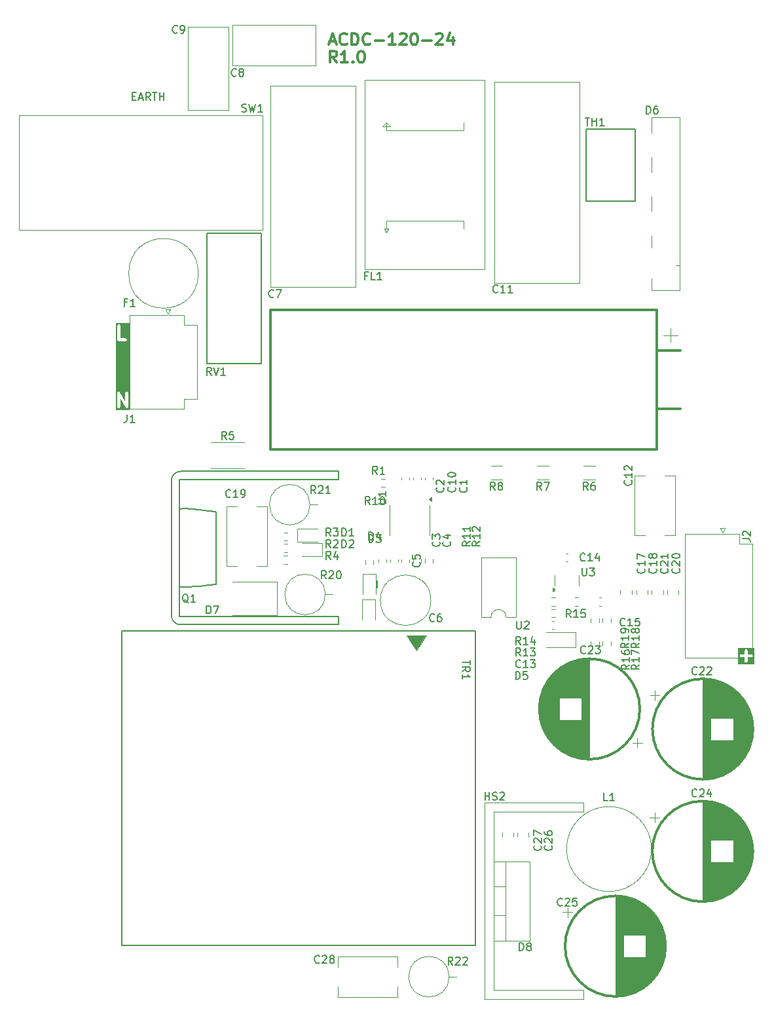
<source format=gbr>
%TF.GenerationSoftware,KiCad,Pcbnew,8.99.0-1678-gcd3e85b0b3*%
%TF.CreationDate,2024-09-01T20:16:48+02:00*%
%TF.ProjectId,ACDC120W19O5V,41434443-3132-4305-9731-394f35562e6b,rev?*%
%TF.SameCoordinates,Original*%
%TF.FileFunction,Legend,Top*%
%TF.FilePolarity,Positive*%
%FSLAX46Y46*%
G04 Gerber Fmt 4.6, Leading zero omitted, Abs format (unit mm)*
G04 Created by KiCad (PCBNEW 8.99.0-1678-gcd3e85b0b3) date 2024-09-01 20:16:48*
%MOMM*%
%LPD*%
G01*
G04 APERTURE LIST*
%ADD10C,0.150000*%
%ADD11C,0.360000*%
%ADD12C,0.200000*%
%ADD13C,0.300000*%
%ADD14C,0.120000*%
G04 APERTURE END LIST*
D10*
X68035000Y-106711000D02*
X68035000Y-107711000D01*
D11*
G36*
X116772535Y-117572127D02*
G01*
X114648024Y-117572127D01*
X114648024Y-116474756D01*
X114848024Y-116474756D01*
X114848024Y-116544988D01*
X114874900Y-116609875D01*
X114924562Y-116659537D01*
X114989449Y-116686413D01*
X115024565Y-116689872D01*
X115530280Y-116689872D01*
X115530280Y-117195586D01*
X115533739Y-117230702D01*
X115560615Y-117295589D01*
X115610277Y-117345251D01*
X115675164Y-117372127D01*
X115745396Y-117372127D01*
X115810283Y-117345251D01*
X115859945Y-117295589D01*
X115886821Y-117230702D01*
X115890280Y-117195586D01*
X115890280Y-116689872D01*
X116395994Y-116689872D01*
X116431110Y-116686413D01*
X116495997Y-116659537D01*
X116545659Y-116609875D01*
X116572535Y-116544988D01*
X116572535Y-116474756D01*
X116545659Y-116409869D01*
X116495997Y-116360207D01*
X116431110Y-116333331D01*
X116395994Y-116329872D01*
X115890280Y-116329872D01*
X115890280Y-115824158D01*
X115886821Y-115789042D01*
X115859945Y-115724155D01*
X115810283Y-115674493D01*
X115745396Y-115647617D01*
X115675164Y-115647617D01*
X115610277Y-115674493D01*
X115560615Y-115724155D01*
X115533739Y-115789042D01*
X115530280Y-115824158D01*
X115530280Y-116329872D01*
X115024565Y-116329872D01*
X114989449Y-116333331D01*
X114924562Y-116360207D01*
X114874900Y-116409869D01*
X114848024Y-116474756D01*
X114648024Y-116474756D01*
X114648024Y-115447617D01*
X116772535Y-115447617D01*
X116772535Y-117572127D01*
G37*
D12*
X36348673Y-44184409D02*
X36682006Y-44184409D01*
X36824863Y-44708219D02*
X36348673Y-44708219D01*
X36348673Y-44708219D02*
X36348673Y-43708219D01*
X36348673Y-43708219D02*
X36824863Y-43708219D01*
X37205816Y-44422504D02*
X37682006Y-44422504D01*
X37110578Y-44708219D02*
X37443911Y-43708219D01*
X37443911Y-43708219D02*
X37777244Y-44708219D01*
X38682006Y-44708219D02*
X38348673Y-44232028D01*
X38110578Y-44708219D02*
X38110578Y-43708219D01*
X38110578Y-43708219D02*
X38491530Y-43708219D01*
X38491530Y-43708219D02*
X38586768Y-43755838D01*
X38586768Y-43755838D02*
X38634387Y-43803457D01*
X38634387Y-43803457D02*
X38682006Y-43898695D01*
X38682006Y-43898695D02*
X38682006Y-44041552D01*
X38682006Y-44041552D02*
X38634387Y-44136790D01*
X38634387Y-44136790D02*
X38586768Y-44184409D01*
X38586768Y-44184409D02*
X38491530Y-44232028D01*
X38491530Y-44232028D02*
X38110578Y-44232028D01*
X38967721Y-43708219D02*
X39539149Y-43708219D01*
X39253435Y-44708219D02*
X39253435Y-43708219D01*
X39872483Y-44708219D02*
X39872483Y-43708219D01*
X39872483Y-44184409D02*
X40443911Y-44184409D01*
X40443911Y-44708219D02*
X40443911Y-43708219D01*
D11*
G36*
X36008984Y-84701555D02*
G01*
X34220413Y-84701555D01*
X34220413Y-82521994D01*
X34420413Y-82521994D01*
X34420413Y-84321994D01*
X34423872Y-84357110D01*
X34450748Y-84421997D01*
X34500410Y-84471659D01*
X34565297Y-84498535D01*
X34635529Y-84498535D01*
X34700416Y-84471659D01*
X34750078Y-84421997D01*
X34776954Y-84357110D01*
X34780413Y-84321994D01*
X34780413Y-83199796D01*
X35472700Y-84411299D01*
X35477952Y-84418698D01*
X35479319Y-84421997D01*
X35482681Y-84425359D01*
X35493126Y-84440072D01*
X35512049Y-84454727D01*
X35528981Y-84471659D01*
X35539581Y-84476049D01*
X35548654Y-84483076D01*
X35571756Y-84489376D01*
X35593868Y-84498535D01*
X35605338Y-84498535D01*
X35616412Y-84501555D01*
X35640166Y-84498535D01*
X35664100Y-84498535D01*
X35674700Y-84494144D01*
X35686084Y-84492697D01*
X35706865Y-84480821D01*
X35728987Y-84471659D01*
X35737103Y-84463542D01*
X35747062Y-84457852D01*
X35761717Y-84438928D01*
X35778649Y-84421997D01*
X35783039Y-84411396D01*
X35790066Y-84402324D01*
X35796366Y-84379220D01*
X35805525Y-84357110D01*
X35807293Y-84339155D01*
X35808545Y-84334567D01*
X35808094Y-84331023D01*
X35808984Y-84321994D01*
X35808984Y-82521994D01*
X35805525Y-82486878D01*
X35778649Y-82421991D01*
X35728987Y-82372329D01*
X35664100Y-82345453D01*
X35593868Y-82345453D01*
X35528981Y-82372329D01*
X35479319Y-82421991D01*
X35452443Y-82486878D01*
X35448984Y-82521994D01*
X35448984Y-83644191D01*
X34756697Y-82432689D01*
X34751444Y-82425289D01*
X34750078Y-82421991D01*
X34746715Y-82418628D01*
X34736271Y-82403916D01*
X34717347Y-82389260D01*
X34700416Y-82372329D01*
X34689815Y-82367938D01*
X34680743Y-82360912D01*
X34657640Y-82354611D01*
X34635529Y-82345453D01*
X34624059Y-82345453D01*
X34612985Y-82342433D01*
X34589231Y-82345453D01*
X34565297Y-82345453D01*
X34554696Y-82349843D01*
X34543313Y-82351291D01*
X34522531Y-82363166D01*
X34500410Y-82372329D01*
X34492293Y-82380445D01*
X34482335Y-82386136D01*
X34467679Y-82405059D01*
X34450748Y-82421991D01*
X34446357Y-82432591D01*
X34439331Y-82441664D01*
X34433030Y-82464766D01*
X34423872Y-82486878D01*
X34422103Y-82504833D01*
X34420852Y-82509422D01*
X34421302Y-82512964D01*
X34420413Y-82521994D01*
X34220413Y-82521994D01*
X34220413Y-73828297D01*
X34420413Y-73828297D01*
X34420413Y-75628297D01*
X34423872Y-75663413D01*
X34450748Y-75728300D01*
X34500410Y-75777962D01*
X34565297Y-75804838D01*
X34600413Y-75808297D01*
X35457556Y-75808297D01*
X35492672Y-75804838D01*
X35557559Y-75777962D01*
X35607221Y-75728300D01*
X35634097Y-75663413D01*
X35634097Y-75593181D01*
X35607221Y-75528294D01*
X35557559Y-75478632D01*
X35492672Y-75451756D01*
X35457556Y-75448297D01*
X34780413Y-75448297D01*
X34780413Y-73828297D01*
X34776954Y-73793181D01*
X34750078Y-73728294D01*
X34700416Y-73678632D01*
X34635529Y-73651756D01*
X34565297Y-73651756D01*
X34500410Y-73678632D01*
X34450748Y-73728294D01*
X34423872Y-73793181D01*
X34420413Y-73828297D01*
X34220413Y-73828297D01*
X34220413Y-73451756D01*
X36008984Y-73451756D01*
X36008984Y-84701555D01*
G37*
D13*
X62790653Y-39815828D02*
X62290653Y-39101542D01*
X61933510Y-39815828D02*
X61933510Y-38315828D01*
X61933510Y-38315828D02*
X62504939Y-38315828D01*
X62504939Y-38315828D02*
X62647796Y-38387257D01*
X62647796Y-38387257D02*
X62719225Y-38458685D01*
X62719225Y-38458685D02*
X62790653Y-38601542D01*
X62790653Y-38601542D02*
X62790653Y-38815828D01*
X62790653Y-38815828D02*
X62719225Y-38958685D01*
X62719225Y-38958685D02*
X62647796Y-39030114D01*
X62647796Y-39030114D02*
X62504939Y-39101542D01*
X62504939Y-39101542D02*
X61933510Y-39101542D01*
X64219225Y-39815828D02*
X63362082Y-39815828D01*
X63790653Y-39815828D02*
X63790653Y-38315828D01*
X63790653Y-38315828D02*
X63647796Y-38530114D01*
X63647796Y-38530114D02*
X63504939Y-38672971D01*
X63504939Y-38672971D02*
X63362082Y-38744400D01*
X64862081Y-39672971D02*
X64933510Y-39744400D01*
X64933510Y-39744400D02*
X64862081Y-39815828D01*
X64862081Y-39815828D02*
X64790653Y-39744400D01*
X64790653Y-39744400D02*
X64862081Y-39672971D01*
X64862081Y-39672971D02*
X64862081Y-39815828D01*
X65862082Y-38315828D02*
X66004939Y-38315828D01*
X66004939Y-38315828D02*
X66147796Y-38387257D01*
X66147796Y-38387257D02*
X66219225Y-38458685D01*
X66219225Y-38458685D02*
X66290653Y-38601542D01*
X66290653Y-38601542D02*
X66362082Y-38887257D01*
X66362082Y-38887257D02*
X66362082Y-39244400D01*
X66362082Y-39244400D02*
X66290653Y-39530114D01*
X66290653Y-39530114D02*
X66219225Y-39672971D01*
X66219225Y-39672971D02*
X66147796Y-39744400D01*
X66147796Y-39744400D02*
X66004939Y-39815828D01*
X66004939Y-39815828D02*
X65862082Y-39815828D01*
X65862082Y-39815828D02*
X65719225Y-39744400D01*
X65719225Y-39744400D02*
X65647796Y-39672971D01*
X65647796Y-39672971D02*
X65576367Y-39530114D01*
X65576367Y-39530114D02*
X65504939Y-39244400D01*
X65504939Y-39244400D02*
X65504939Y-38887257D01*
X65504939Y-38887257D02*
X65576367Y-38601542D01*
X65576367Y-38601542D02*
X65647796Y-38458685D01*
X65647796Y-38458685D02*
X65719225Y-38387257D01*
X65719225Y-38387257D02*
X65862082Y-38315828D01*
X61862082Y-37101257D02*
X62576368Y-37101257D01*
X61719225Y-37529828D02*
X62219225Y-36029828D01*
X62219225Y-36029828D02*
X62719225Y-37529828D01*
X64076367Y-37386971D02*
X64004939Y-37458400D01*
X64004939Y-37458400D02*
X63790653Y-37529828D01*
X63790653Y-37529828D02*
X63647796Y-37529828D01*
X63647796Y-37529828D02*
X63433510Y-37458400D01*
X63433510Y-37458400D02*
X63290653Y-37315542D01*
X63290653Y-37315542D02*
X63219224Y-37172685D01*
X63219224Y-37172685D02*
X63147796Y-36886971D01*
X63147796Y-36886971D02*
X63147796Y-36672685D01*
X63147796Y-36672685D02*
X63219224Y-36386971D01*
X63219224Y-36386971D02*
X63290653Y-36244114D01*
X63290653Y-36244114D02*
X63433510Y-36101257D01*
X63433510Y-36101257D02*
X63647796Y-36029828D01*
X63647796Y-36029828D02*
X63790653Y-36029828D01*
X63790653Y-36029828D02*
X64004939Y-36101257D01*
X64004939Y-36101257D02*
X64076367Y-36172685D01*
X64719224Y-37529828D02*
X64719224Y-36029828D01*
X64719224Y-36029828D02*
X65076367Y-36029828D01*
X65076367Y-36029828D02*
X65290653Y-36101257D01*
X65290653Y-36101257D02*
X65433510Y-36244114D01*
X65433510Y-36244114D02*
X65504939Y-36386971D01*
X65504939Y-36386971D02*
X65576367Y-36672685D01*
X65576367Y-36672685D02*
X65576367Y-36886971D01*
X65576367Y-36886971D02*
X65504939Y-37172685D01*
X65504939Y-37172685D02*
X65433510Y-37315542D01*
X65433510Y-37315542D02*
X65290653Y-37458400D01*
X65290653Y-37458400D02*
X65076367Y-37529828D01*
X65076367Y-37529828D02*
X64719224Y-37529828D01*
X67076367Y-37386971D02*
X67004939Y-37458400D01*
X67004939Y-37458400D02*
X66790653Y-37529828D01*
X66790653Y-37529828D02*
X66647796Y-37529828D01*
X66647796Y-37529828D02*
X66433510Y-37458400D01*
X66433510Y-37458400D02*
X66290653Y-37315542D01*
X66290653Y-37315542D02*
X66219224Y-37172685D01*
X66219224Y-37172685D02*
X66147796Y-36886971D01*
X66147796Y-36886971D02*
X66147796Y-36672685D01*
X66147796Y-36672685D02*
X66219224Y-36386971D01*
X66219224Y-36386971D02*
X66290653Y-36244114D01*
X66290653Y-36244114D02*
X66433510Y-36101257D01*
X66433510Y-36101257D02*
X66647796Y-36029828D01*
X66647796Y-36029828D02*
X66790653Y-36029828D01*
X66790653Y-36029828D02*
X67004939Y-36101257D01*
X67004939Y-36101257D02*
X67076367Y-36172685D01*
X67719224Y-36958400D02*
X68862082Y-36958400D01*
X70362082Y-37529828D02*
X69504939Y-37529828D01*
X69933510Y-37529828D02*
X69933510Y-36029828D01*
X69933510Y-36029828D02*
X69790653Y-36244114D01*
X69790653Y-36244114D02*
X69647796Y-36386971D01*
X69647796Y-36386971D02*
X69504939Y-36458400D01*
X70933510Y-36172685D02*
X71004938Y-36101257D01*
X71004938Y-36101257D02*
X71147796Y-36029828D01*
X71147796Y-36029828D02*
X71504938Y-36029828D01*
X71504938Y-36029828D02*
X71647796Y-36101257D01*
X71647796Y-36101257D02*
X71719224Y-36172685D01*
X71719224Y-36172685D02*
X71790653Y-36315542D01*
X71790653Y-36315542D02*
X71790653Y-36458400D01*
X71790653Y-36458400D02*
X71719224Y-36672685D01*
X71719224Y-36672685D02*
X70862081Y-37529828D01*
X70862081Y-37529828D02*
X71790653Y-37529828D01*
X72719224Y-36029828D02*
X72862081Y-36029828D01*
X72862081Y-36029828D02*
X73004938Y-36101257D01*
X73004938Y-36101257D02*
X73076367Y-36172685D01*
X73076367Y-36172685D02*
X73147795Y-36315542D01*
X73147795Y-36315542D02*
X73219224Y-36601257D01*
X73219224Y-36601257D02*
X73219224Y-36958400D01*
X73219224Y-36958400D02*
X73147795Y-37244114D01*
X73147795Y-37244114D02*
X73076367Y-37386971D01*
X73076367Y-37386971D02*
X73004938Y-37458400D01*
X73004938Y-37458400D02*
X72862081Y-37529828D01*
X72862081Y-37529828D02*
X72719224Y-37529828D01*
X72719224Y-37529828D02*
X72576367Y-37458400D01*
X72576367Y-37458400D02*
X72504938Y-37386971D01*
X72504938Y-37386971D02*
X72433509Y-37244114D01*
X72433509Y-37244114D02*
X72362081Y-36958400D01*
X72362081Y-36958400D02*
X72362081Y-36601257D01*
X72362081Y-36601257D02*
X72433509Y-36315542D01*
X72433509Y-36315542D02*
X72504938Y-36172685D01*
X72504938Y-36172685D02*
X72576367Y-36101257D01*
X72576367Y-36101257D02*
X72719224Y-36029828D01*
X73862080Y-36958400D02*
X75004938Y-36958400D01*
X75647795Y-36172685D02*
X75719223Y-36101257D01*
X75719223Y-36101257D02*
X75862081Y-36029828D01*
X75862081Y-36029828D02*
X76219223Y-36029828D01*
X76219223Y-36029828D02*
X76362081Y-36101257D01*
X76362081Y-36101257D02*
X76433509Y-36172685D01*
X76433509Y-36172685D02*
X76504938Y-36315542D01*
X76504938Y-36315542D02*
X76504938Y-36458400D01*
X76504938Y-36458400D02*
X76433509Y-36672685D01*
X76433509Y-36672685D02*
X75576366Y-37529828D01*
X75576366Y-37529828D02*
X76504938Y-37529828D01*
X77790652Y-36529828D02*
X77790652Y-37529828D01*
X77433509Y-35958400D02*
X77076366Y-37029828D01*
X77076366Y-37029828D02*
X78004937Y-37029828D01*
D10*
X100631819Y-117642057D02*
X100155628Y-117975390D01*
X100631819Y-118213485D02*
X99631819Y-118213485D01*
X99631819Y-118213485D02*
X99631819Y-117832533D01*
X99631819Y-117832533D02*
X99679438Y-117737295D01*
X99679438Y-117737295D02*
X99727057Y-117689676D01*
X99727057Y-117689676D02*
X99822295Y-117642057D01*
X99822295Y-117642057D02*
X99965152Y-117642057D01*
X99965152Y-117642057D02*
X100060390Y-117689676D01*
X100060390Y-117689676D02*
X100108009Y-117737295D01*
X100108009Y-117737295D02*
X100155628Y-117832533D01*
X100155628Y-117832533D02*
X100155628Y-118213485D01*
X100631819Y-116689676D02*
X100631819Y-117261104D01*
X100631819Y-116975390D02*
X99631819Y-116975390D01*
X99631819Y-116975390D02*
X99774676Y-117070628D01*
X99774676Y-117070628D02*
X99869914Y-117165866D01*
X99869914Y-117165866D02*
X99917533Y-117261104D01*
X99631819Y-115832533D02*
X99631819Y-116023009D01*
X99631819Y-116023009D02*
X99679438Y-116118247D01*
X99679438Y-116118247D02*
X99727057Y-116165866D01*
X99727057Y-116165866D02*
X99869914Y-116261104D01*
X99869914Y-116261104D02*
X100060390Y-116308723D01*
X100060390Y-116308723D02*
X100441342Y-116308723D01*
X100441342Y-116308723D02*
X100536580Y-116261104D01*
X100536580Y-116261104D02*
X100584200Y-116213485D01*
X100584200Y-116213485D02*
X100631819Y-116118247D01*
X100631819Y-116118247D02*
X100631819Y-115927771D01*
X100631819Y-115927771D02*
X100584200Y-115832533D01*
X100584200Y-115832533D02*
X100536580Y-115784914D01*
X100536580Y-115784914D02*
X100441342Y-115737295D01*
X100441342Y-115737295D02*
X100203247Y-115737295D01*
X100203247Y-115737295D02*
X100108009Y-115784914D01*
X100108009Y-115784914D02*
X100060390Y-115832533D01*
X100060390Y-115832533D02*
X100012771Y-115927771D01*
X100012771Y-115927771D02*
X100012771Y-116118247D01*
X100012771Y-116118247D02*
X100060390Y-116213485D01*
X100060390Y-116213485D02*
X100108009Y-116261104D01*
X100108009Y-116261104D02*
X100203247Y-116308723D01*
X101901819Y-114848057D02*
X101425628Y-115181390D01*
X101901819Y-115419485D02*
X100901819Y-115419485D01*
X100901819Y-115419485D02*
X100901819Y-115038533D01*
X100901819Y-115038533D02*
X100949438Y-114943295D01*
X100949438Y-114943295D02*
X100997057Y-114895676D01*
X100997057Y-114895676D02*
X101092295Y-114848057D01*
X101092295Y-114848057D02*
X101235152Y-114848057D01*
X101235152Y-114848057D02*
X101330390Y-114895676D01*
X101330390Y-114895676D02*
X101378009Y-114943295D01*
X101378009Y-114943295D02*
X101425628Y-115038533D01*
X101425628Y-115038533D02*
X101425628Y-115419485D01*
X101901819Y-113895676D02*
X101901819Y-114467104D01*
X101901819Y-114181390D02*
X100901819Y-114181390D01*
X100901819Y-114181390D02*
X101044676Y-114276628D01*
X101044676Y-114276628D02*
X101139914Y-114371866D01*
X101139914Y-114371866D02*
X101187533Y-114467104D01*
X101330390Y-113324247D02*
X101282771Y-113419485D01*
X101282771Y-113419485D02*
X101235152Y-113467104D01*
X101235152Y-113467104D02*
X101139914Y-113514723D01*
X101139914Y-113514723D02*
X101092295Y-113514723D01*
X101092295Y-113514723D02*
X100997057Y-113467104D01*
X100997057Y-113467104D02*
X100949438Y-113419485D01*
X100949438Y-113419485D02*
X100901819Y-113324247D01*
X100901819Y-113324247D02*
X100901819Y-113133771D01*
X100901819Y-113133771D02*
X100949438Y-113038533D01*
X100949438Y-113038533D02*
X100997057Y-112990914D01*
X100997057Y-112990914D02*
X101092295Y-112943295D01*
X101092295Y-112943295D02*
X101139914Y-112943295D01*
X101139914Y-112943295D02*
X101235152Y-112990914D01*
X101235152Y-112990914D02*
X101282771Y-113038533D01*
X101282771Y-113038533D02*
X101330390Y-113133771D01*
X101330390Y-113133771D02*
X101330390Y-113324247D01*
X101330390Y-113324247D02*
X101378009Y-113419485D01*
X101378009Y-113419485D02*
X101425628Y-113467104D01*
X101425628Y-113467104D02*
X101520866Y-113514723D01*
X101520866Y-113514723D02*
X101711342Y-113514723D01*
X101711342Y-113514723D02*
X101806580Y-113467104D01*
X101806580Y-113467104D02*
X101854200Y-113419485D01*
X101854200Y-113419485D02*
X101901819Y-113324247D01*
X101901819Y-113324247D02*
X101901819Y-113133771D01*
X101901819Y-113133771D02*
X101854200Y-113038533D01*
X101854200Y-113038533D02*
X101806580Y-112990914D01*
X101806580Y-112990914D02*
X101711342Y-112943295D01*
X101711342Y-112943295D02*
X101520866Y-112943295D01*
X101520866Y-112943295D02*
X101425628Y-112990914D01*
X101425628Y-112990914D02*
X101378009Y-113038533D01*
X101378009Y-113038533D02*
X101330390Y-113133771D01*
X60042142Y-95515819D02*
X59708809Y-95039628D01*
X59470714Y-95515819D02*
X59470714Y-94515819D01*
X59470714Y-94515819D02*
X59851666Y-94515819D01*
X59851666Y-94515819D02*
X59946904Y-94563438D01*
X59946904Y-94563438D02*
X59994523Y-94611057D01*
X59994523Y-94611057D02*
X60042142Y-94706295D01*
X60042142Y-94706295D02*
X60042142Y-94849152D01*
X60042142Y-94849152D02*
X59994523Y-94944390D01*
X59994523Y-94944390D02*
X59946904Y-94992009D01*
X59946904Y-94992009D02*
X59851666Y-95039628D01*
X59851666Y-95039628D02*
X59470714Y-95039628D01*
X60423095Y-94611057D02*
X60470714Y-94563438D01*
X60470714Y-94563438D02*
X60565952Y-94515819D01*
X60565952Y-94515819D02*
X60804047Y-94515819D01*
X60804047Y-94515819D02*
X60899285Y-94563438D01*
X60899285Y-94563438D02*
X60946904Y-94611057D01*
X60946904Y-94611057D02*
X60994523Y-94706295D01*
X60994523Y-94706295D02*
X60994523Y-94801533D01*
X60994523Y-94801533D02*
X60946904Y-94944390D01*
X60946904Y-94944390D02*
X60375476Y-95515819D01*
X60375476Y-95515819D02*
X60994523Y-95515819D01*
X61946904Y-95515819D02*
X61375476Y-95515819D01*
X61661190Y-95515819D02*
X61661190Y-94515819D01*
X61661190Y-94515819D02*
X61565952Y-94658676D01*
X61565952Y-94658676D02*
X61470714Y-94753914D01*
X61470714Y-94753914D02*
X61375476Y-94801533D01*
X86542142Y-116515819D02*
X86208809Y-116039628D01*
X85970714Y-116515819D02*
X85970714Y-115515819D01*
X85970714Y-115515819D02*
X86351666Y-115515819D01*
X86351666Y-115515819D02*
X86446904Y-115563438D01*
X86446904Y-115563438D02*
X86494523Y-115611057D01*
X86494523Y-115611057D02*
X86542142Y-115706295D01*
X86542142Y-115706295D02*
X86542142Y-115849152D01*
X86542142Y-115849152D02*
X86494523Y-115944390D01*
X86494523Y-115944390D02*
X86446904Y-115992009D01*
X86446904Y-115992009D02*
X86351666Y-116039628D01*
X86351666Y-116039628D02*
X85970714Y-116039628D01*
X87494523Y-116515819D02*
X86923095Y-116515819D01*
X87208809Y-116515819D02*
X87208809Y-115515819D01*
X87208809Y-115515819D02*
X87113571Y-115658676D01*
X87113571Y-115658676D02*
X87018333Y-115753914D01*
X87018333Y-115753914D02*
X86923095Y-115801533D01*
X87827857Y-115515819D02*
X88446904Y-115515819D01*
X88446904Y-115515819D02*
X88113571Y-115896771D01*
X88113571Y-115896771D02*
X88256428Y-115896771D01*
X88256428Y-115896771D02*
X88351666Y-115944390D01*
X88351666Y-115944390D02*
X88399285Y-115992009D01*
X88399285Y-115992009D02*
X88446904Y-116087247D01*
X88446904Y-116087247D02*
X88446904Y-116325342D01*
X88446904Y-116325342D02*
X88399285Y-116420580D01*
X88399285Y-116420580D02*
X88351666Y-116468200D01*
X88351666Y-116468200D02*
X88256428Y-116515819D01*
X88256428Y-116515819D02*
X87970714Y-116515819D01*
X87970714Y-116515819D02*
X87875476Y-116468200D01*
X87875476Y-116468200D02*
X87827857Y-116420580D01*
X100504819Y-114848057D02*
X100028628Y-115181390D01*
X100504819Y-115419485D02*
X99504819Y-115419485D01*
X99504819Y-115419485D02*
X99504819Y-115038533D01*
X99504819Y-115038533D02*
X99552438Y-114943295D01*
X99552438Y-114943295D02*
X99600057Y-114895676D01*
X99600057Y-114895676D02*
X99695295Y-114848057D01*
X99695295Y-114848057D02*
X99838152Y-114848057D01*
X99838152Y-114848057D02*
X99933390Y-114895676D01*
X99933390Y-114895676D02*
X99981009Y-114943295D01*
X99981009Y-114943295D02*
X100028628Y-115038533D01*
X100028628Y-115038533D02*
X100028628Y-115419485D01*
X100504819Y-113895676D02*
X100504819Y-114467104D01*
X100504819Y-114181390D02*
X99504819Y-114181390D01*
X99504819Y-114181390D02*
X99647676Y-114276628D01*
X99647676Y-114276628D02*
X99742914Y-114371866D01*
X99742914Y-114371866D02*
X99790533Y-114467104D01*
X100504819Y-113419485D02*
X100504819Y-113229009D01*
X100504819Y-113229009D02*
X100457200Y-113133771D01*
X100457200Y-113133771D02*
X100409580Y-113086152D01*
X100409580Y-113086152D02*
X100266723Y-112990914D01*
X100266723Y-112990914D02*
X100076247Y-112943295D01*
X100076247Y-112943295D02*
X99695295Y-112943295D01*
X99695295Y-112943295D02*
X99600057Y-112990914D01*
X99600057Y-112990914D02*
X99552438Y-113038533D01*
X99552438Y-113038533D02*
X99504819Y-113133771D01*
X99504819Y-113133771D02*
X99504819Y-113324247D01*
X99504819Y-113324247D02*
X99552438Y-113419485D01*
X99552438Y-113419485D02*
X99600057Y-113467104D01*
X99600057Y-113467104D02*
X99695295Y-113514723D01*
X99695295Y-113514723D02*
X99933390Y-113514723D01*
X99933390Y-113514723D02*
X100028628Y-113467104D01*
X100028628Y-113467104D02*
X100076247Y-113419485D01*
X100076247Y-113419485D02*
X100123866Y-113324247D01*
X100123866Y-113324247D02*
X100123866Y-113133771D01*
X100123866Y-113133771D02*
X100076247Y-113038533D01*
X100076247Y-113038533D02*
X100028628Y-112990914D01*
X100028628Y-112990914D02*
X99933390Y-112943295D01*
X95259333Y-95067819D02*
X94926000Y-94591628D01*
X94687905Y-95067819D02*
X94687905Y-94067819D01*
X94687905Y-94067819D02*
X95068857Y-94067819D01*
X95068857Y-94067819D02*
X95164095Y-94115438D01*
X95164095Y-94115438D02*
X95211714Y-94163057D01*
X95211714Y-94163057D02*
X95259333Y-94258295D01*
X95259333Y-94258295D02*
X95259333Y-94401152D01*
X95259333Y-94401152D02*
X95211714Y-94496390D01*
X95211714Y-94496390D02*
X95164095Y-94544009D01*
X95164095Y-94544009D02*
X95068857Y-94591628D01*
X95068857Y-94591628D02*
X94687905Y-94591628D01*
X96116476Y-94067819D02*
X95926000Y-94067819D01*
X95926000Y-94067819D02*
X95830762Y-94115438D01*
X95830762Y-94115438D02*
X95783143Y-94163057D01*
X95783143Y-94163057D02*
X95687905Y-94305914D01*
X95687905Y-94305914D02*
X95640286Y-94496390D01*
X95640286Y-94496390D02*
X95640286Y-94877342D01*
X95640286Y-94877342D02*
X95687905Y-94972580D01*
X95687905Y-94972580D02*
X95735524Y-95020200D01*
X95735524Y-95020200D02*
X95830762Y-95067819D01*
X95830762Y-95067819D02*
X96021238Y-95067819D01*
X96021238Y-95067819D02*
X96116476Y-95020200D01*
X96116476Y-95020200D02*
X96164095Y-94972580D01*
X96164095Y-94972580D02*
X96211714Y-94877342D01*
X96211714Y-94877342D02*
X96211714Y-94639247D01*
X96211714Y-94639247D02*
X96164095Y-94544009D01*
X96164095Y-94544009D02*
X96116476Y-94496390D01*
X96116476Y-94496390D02*
X96021238Y-94448771D01*
X96021238Y-94448771D02*
X95830762Y-94448771D01*
X95830762Y-94448771D02*
X95735524Y-94496390D01*
X95735524Y-94496390D02*
X95687905Y-94544009D01*
X95687905Y-94544009D02*
X95640286Y-94639247D01*
X102804905Y-46438819D02*
X102804905Y-45438819D01*
X102804905Y-45438819D02*
X103043000Y-45438819D01*
X103043000Y-45438819D02*
X103185857Y-45486438D01*
X103185857Y-45486438D02*
X103281095Y-45581676D01*
X103281095Y-45581676D02*
X103328714Y-45676914D01*
X103328714Y-45676914D02*
X103376333Y-45867390D01*
X103376333Y-45867390D02*
X103376333Y-46010247D01*
X103376333Y-46010247D02*
X103328714Y-46200723D01*
X103328714Y-46200723D02*
X103281095Y-46295961D01*
X103281095Y-46295961D02*
X103185857Y-46391200D01*
X103185857Y-46391200D02*
X103043000Y-46438819D01*
X103043000Y-46438819D02*
X102804905Y-46438819D01*
X104233476Y-45438819D02*
X104043000Y-45438819D01*
X104043000Y-45438819D02*
X103947762Y-45486438D01*
X103947762Y-45486438D02*
X103900143Y-45534057D01*
X103900143Y-45534057D02*
X103804905Y-45676914D01*
X103804905Y-45676914D02*
X103757286Y-45867390D01*
X103757286Y-45867390D02*
X103757286Y-46248342D01*
X103757286Y-46248342D02*
X103804905Y-46343580D01*
X103804905Y-46343580D02*
X103852524Y-46391200D01*
X103852524Y-46391200D02*
X103947762Y-46438819D01*
X103947762Y-46438819D02*
X104138238Y-46438819D01*
X104138238Y-46438819D02*
X104233476Y-46391200D01*
X104233476Y-46391200D02*
X104281095Y-46343580D01*
X104281095Y-46343580D02*
X104328714Y-46248342D01*
X104328714Y-46248342D02*
X104328714Y-46010247D01*
X104328714Y-46010247D02*
X104281095Y-45915009D01*
X104281095Y-45915009D02*
X104233476Y-45867390D01*
X104233476Y-45867390D02*
X104138238Y-45819771D01*
X104138238Y-45819771D02*
X103947762Y-45819771D01*
X103947762Y-45819771D02*
X103852524Y-45867390D01*
X103852524Y-45867390D02*
X103804905Y-45915009D01*
X103804905Y-45915009D02*
X103757286Y-46010247D01*
X79997180Y-117055095D02*
X79997180Y-117626523D01*
X78997180Y-117340809D02*
X79997180Y-117340809D01*
X78997180Y-118531285D02*
X79473371Y-118197952D01*
X78997180Y-117959857D02*
X79997180Y-117959857D01*
X79997180Y-117959857D02*
X79997180Y-118340809D01*
X79997180Y-118340809D02*
X79949561Y-118436047D01*
X79949561Y-118436047D02*
X79901942Y-118483666D01*
X79901942Y-118483666D02*
X79806704Y-118531285D01*
X79806704Y-118531285D02*
X79663847Y-118531285D01*
X79663847Y-118531285D02*
X79568609Y-118483666D01*
X79568609Y-118483666D02*
X79520990Y-118436047D01*
X79520990Y-118436047D02*
X79473371Y-118340809D01*
X79473371Y-118340809D02*
X79473371Y-117959857D01*
X78997180Y-119483666D02*
X78997180Y-118912238D01*
X78997180Y-119197952D02*
X79997180Y-119197952D01*
X79997180Y-119197952D02*
X79854323Y-119102714D01*
X79854323Y-119102714D02*
X79759085Y-119007476D01*
X79759085Y-119007476D02*
X79711466Y-118912238D01*
X35645666Y-70807009D02*
X35312333Y-70807009D01*
X35312333Y-71330819D02*
X35312333Y-70330819D01*
X35312333Y-70330819D02*
X35788523Y-70330819D01*
X36693285Y-71330819D02*
X36121857Y-71330819D01*
X36407571Y-71330819D02*
X36407571Y-70330819D01*
X36407571Y-70330819D02*
X36312333Y-70473676D01*
X36312333Y-70473676D02*
X36217095Y-70568914D01*
X36217095Y-70568914D02*
X36121857Y-70616533D01*
X102544580Y-105203857D02*
X102592200Y-105251476D01*
X102592200Y-105251476D02*
X102639819Y-105394333D01*
X102639819Y-105394333D02*
X102639819Y-105489571D01*
X102639819Y-105489571D02*
X102592200Y-105632428D01*
X102592200Y-105632428D02*
X102496961Y-105727666D01*
X102496961Y-105727666D02*
X102401723Y-105775285D01*
X102401723Y-105775285D02*
X102211247Y-105822904D01*
X102211247Y-105822904D02*
X102068390Y-105822904D01*
X102068390Y-105822904D02*
X101877914Y-105775285D01*
X101877914Y-105775285D02*
X101782676Y-105727666D01*
X101782676Y-105727666D02*
X101687438Y-105632428D01*
X101687438Y-105632428D02*
X101639819Y-105489571D01*
X101639819Y-105489571D02*
X101639819Y-105394333D01*
X101639819Y-105394333D02*
X101687438Y-105251476D01*
X101687438Y-105251476D02*
X101735057Y-105203857D01*
X102639819Y-104251476D02*
X102639819Y-104822904D01*
X102639819Y-104537190D02*
X101639819Y-104537190D01*
X101639819Y-104537190D02*
X101782676Y-104632428D01*
X101782676Y-104632428D02*
X101877914Y-104727666D01*
X101877914Y-104727666D02*
X101925533Y-104822904D01*
X101639819Y-103918142D02*
X101639819Y-103251476D01*
X101639819Y-103251476D02*
X102639819Y-103680047D01*
X46559761Y-80220819D02*
X46226428Y-79744628D01*
X45988333Y-80220819D02*
X45988333Y-79220819D01*
X45988333Y-79220819D02*
X46369285Y-79220819D01*
X46369285Y-79220819D02*
X46464523Y-79268438D01*
X46464523Y-79268438D02*
X46512142Y-79316057D01*
X46512142Y-79316057D02*
X46559761Y-79411295D01*
X46559761Y-79411295D02*
X46559761Y-79554152D01*
X46559761Y-79554152D02*
X46512142Y-79649390D01*
X46512142Y-79649390D02*
X46464523Y-79697009D01*
X46464523Y-79697009D02*
X46369285Y-79744628D01*
X46369285Y-79744628D02*
X45988333Y-79744628D01*
X46845476Y-79220819D02*
X47178809Y-80220819D01*
X47178809Y-80220819D02*
X47512142Y-79220819D01*
X48369285Y-80220819D02*
X47797857Y-80220819D01*
X48083571Y-80220819D02*
X48083571Y-79220819D01*
X48083571Y-79220819D02*
X47988333Y-79363676D01*
X47988333Y-79363676D02*
X47893095Y-79458914D01*
X47893095Y-79458914D02*
X47797857Y-79506533D01*
X76544580Y-94727666D02*
X76592200Y-94775285D01*
X76592200Y-94775285D02*
X76639819Y-94918142D01*
X76639819Y-94918142D02*
X76639819Y-95013380D01*
X76639819Y-95013380D02*
X76592200Y-95156237D01*
X76592200Y-95156237D02*
X76496961Y-95251475D01*
X76496961Y-95251475D02*
X76401723Y-95299094D01*
X76401723Y-95299094D02*
X76211247Y-95346713D01*
X76211247Y-95346713D02*
X76068390Y-95346713D01*
X76068390Y-95346713D02*
X75877914Y-95299094D01*
X75877914Y-95299094D02*
X75782676Y-95251475D01*
X75782676Y-95251475D02*
X75687438Y-95156237D01*
X75687438Y-95156237D02*
X75639819Y-95013380D01*
X75639819Y-95013380D02*
X75639819Y-94918142D01*
X75639819Y-94918142D02*
X75687438Y-94775285D01*
X75687438Y-94775285D02*
X75735057Y-94727666D01*
X75735057Y-94346713D02*
X75687438Y-94299094D01*
X75687438Y-94299094D02*
X75639819Y-94203856D01*
X75639819Y-94203856D02*
X75639819Y-93965761D01*
X75639819Y-93965761D02*
X75687438Y-93870523D01*
X75687438Y-93870523D02*
X75735057Y-93822904D01*
X75735057Y-93822904D02*
X75830295Y-93775285D01*
X75830295Y-93775285D02*
X75925533Y-93775285D01*
X75925533Y-93775285D02*
X76068390Y-93822904D01*
X76068390Y-93822904D02*
X76639819Y-94394332D01*
X76639819Y-94394332D02*
X76639819Y-93775285D01*
X50520667Y-46137200D02*
X50663524Y-46184819D01*
X50663524Y-46184819D02*
X50901619Y-46184819D01*
X50901619Y-46184819D02*
X50996857Y-46137200D01*
X50996857Y-46137200D02*
X51044476Y-46089580D01*
X51044476Y-46089580D02*
X51092095Y-45994342D01*
X51092095Y-45994342D02*
X51092095Y-45899104D01*
X51092095Y-45899104D02*
X51044476Y-45803866D01*
X51044476Y-45803866D02*
X50996857Y-45756247D01*
X50996857Y-45756247D02*
X50901619Y-45708628D01*
X50901619Y-45708628D02*
X50711143Y-45661009D01*
X50711143Y-45661009D02*
X50615905Y-45613390D01*
X50615905Y-45613390D02*
X50568286Y-45565771D01*
X50568286Y-45565771D02*
X50520667Y-45470533D01*
X50520667Y-45470533D02*
X50520667Y-45375295D01*
X50520667Y-45375295D02*
X50568286Y-45280057D01*
X50568286Y-45280057D02*
X50615905Y-45232438D01*
X50615905Y-45232438D02*
X50711143Y-45184819D01*
X50711143Y-45184819D02*
X50949238Y-45184819D01*
X50949238Y-45184819D02*
X51092095Y-45232438D01*
X51425429Y-45184819D02*
X51663524Y-46184819D01*
X51663524Y-46184819D02*
X51854000Y-45470533D01*
X51854000Y-45470533D02*
X52044476Y-46184819D01*
X52044476Y-46184819D02*
X52282572Y-45184819D01*
X53187333Y-46184819D02*
X52615905Y-46184819D01*
X52901619Y-46184819D02*
X52901619Y-45184819D01*
X52901619Y-45184819D02*
X52806381Y-45327676D01*
X52806381Y-45327676D02*
X52711143Y-45422914D01*
X52711143Y-45422914D02*
X52615905Y-45470533D01*
X77406580Y-101727666D02*
X77454200Y-101775285D01*
X77454200Y-101775285D02*
X77501819Y-101918142D01*
X77501819Y-101918142D02*
X77501819Y-102013380D01*
X77501819Y-102013380D02*
X77454200Y-102156237D01*
X77454200Y-102156237D02*
X77358961Y-102251475D01*
X77358961Y-102251475D02*
X77263723Y-102299094D01*
X77263723Y-102299094D02*
X77073247Y-102346713D01*
X77073247Y-102346713D02*
X76930390Y-102346713D01*
X76930390Y-102346713D02*
X76739914Y-102299094D01*
X76739914Y-102299094D02*
X76644676Y-102251475D01*
X76644676Y-102251475D02*
X76549438Y-102156237D01*
X76549438Y-102156237D02*
X76501819Y-102013380D01*
X76501819Y-102013380D02*
X76501819Y-101918142D01*
X76501819Y-101918142D02*
X76549438Y-101775285D01*
X76549438Y-101775285D02*
X76597057Y-101727666D01*
X76835152Y-100870523D02*
X77501819Y-100870523D01*
X76454200Y-101108618D02*
X77168485Y-101346713D01*
X77168485Y-101346713D02*
X77168485Y-100727666D01*
X100865580Y-93816857D02*
X100913200Y-93864476D01*
X100913200Y-93864476D02*
X100960819Y-94007333D01*
X100960819Y-94007333D02*
X100960819Y-94102571D01*
X100960819Y-94102571D02*
X100913200Y-94245428D01*
X100913200Y-94245428D02*
X100817961Y-94340666D01*
X100817961Y-94340666D02*
X100722723Y-94388285D01*
X100722723Y-94388285D02*
X100532247Y-94435904D01*
X100532247Y-94435904D02*
X100389390Y-94435904D01*
X100389390Y-94435904D02*
X100198914Y-94388285D01*
X100198914Y-94388285D02*
X100103676Y-94340666D01*
X100103676Y-94340666D02*
X100008438Y-94245428D01*
X100008438Y-94245428D02*
X99960819Y-94102571D01*
X99960819Y-94102571D02*
X99960819Y-94007333D01*
X99960819Y-94007333D02*
X100008438Y-93864476D01*
X100008438Y-93864476D02*
X100056057Y-93816857D01*
X100960819Y-92864476D02*
X100960819Y-93435904D01*
X100960819Y-93150190D02*
X99960819Y-93150190D01*
X99960819Y-93150190D02*
X100103676Y-93245428D01*
X100103676Y-93245428D02*
X100198914Y-93340666D01*
X100198914Y-93340666D02*
X100246533Y-93435904D01*
X100056057Y-92483523D02*
X100008438Y-92435904D01*
X100008438Y-92435904D02*
X99960819Y-92340666D01*
X99960819Y-92340666D02*
X99960819Y-92102571D01*
X99960819Y-92102571D02*
X100008438Y-92007333D01*
X100008438Y-92007333D02*
X100056057Y-91959714D01*
X100056057Y-91959714D02*
X100151295Y-91912095D01*
X100151295Y-91912095D02*
X100246533Y-91912095D01*
X100246533Y-91912095D02*
X100389390Y-91959714D01*
X100389390Y-91959714D02*
X100960819Y-92531142D01*
X100960819Y-92531142D02*
X100960819Y-91912095D01*
X105544580Y-105203857D02*
X105592200Y-105251476D01*
X105592200Y-105251476D02*
X105639819Y-105394333D01*
X105639819Y-105394333D02*
X105639819Y-105489571D01*
X105639819Y-105489571D02*
X105592200Y-105632428D01*
X105592200Y-105632428D02*
X105496961Y-105727666D01*
X105496961Y-105727666D02*
X105401723Y-105775285D01*
X105401723Y-105775285D02*
X105211247Y-105822904D01*
X105211247Y-105822904D02*
X105068390Y-105822904D01*
X105068390Y-105822904D02*
X104877914Y-105775285D01*
X104877914Y-105775285D02*
X104782676Y-105727666D01*
X104782676Y-105727666D02*
X104687438Y-105632428D01*
X104687438Y-105632428D02*
X104639819Y-105489571D01*
X104639819Y-105489571D02*
X104639819Y-105394333D01*
X104639819Y-105394333D02*
X104687438Y-105251476D01*
X104687438Y-105251476D02*
X104735057Y-105203857D01*
X104735057Y-104822904D02*
X104687438Y-104775285D01*
X104687438Y-104775285D02*
X104639819Y-104680047D01*
X104639819Y-104680047D02*
X104639819Y-104441952D01*
X104639819Y-104441952D02*
X104687438Y-104346714D01*
X104687438Y-104346714D02*
X104735057Y-104299095D01*
X104735057Y-104299095D02*
X104830295Y-104251476D01*
X104830295Y-104251476D02*
X104925533Y-104251476D01*
X104925533Y-104251476D02*
X105068390Y-104299095D01*
X105068390Y-104299095D02*
X105639819Y-104870523D01*
X105639819Y-104870523D02*
X105639819Y-104251476D01*
X105639819Y-103299095D02*
X105639819Y-103870523D01*
X105639819Y-103584809D02*
X104639819Y-103584809D01*
X104639819Y-103584809D02*
X104782676Y-103680047D01*
X104782676Y-103680047D02*
X104877914Y-103775285D01*
X104877914Y-103775285D02*
X104925533Y-103870523D01*
X60542142Y-156120580D02*
X60494523Y-156168200D01*
X60494523Y-156168200D02*
X60351666Y-156215819D01*
X60351666Y-156215819D02*
X60256428Y-156215819D01*
X60256428Y-156215819D02*
X60113571Y-156168200D01*
X60113571Y-156168200D02*
X60018333Y-156072961D01*
X60018333Y-156072961D02*
X59970714Y-155977723D01*
X59970714Y-155977723D02*
X59923095Y-155787247D01*
X59923095Y-155787247D02*
X59923095Y-155644390D01*
X59923095Y-155644390D02*
X59970714Y-155453914D01*
X59970714Y-155453914D02*
X60018333Y-155358676D01*
X60018333Y-155358676D02*
X60113571Y-155263438D01*
X60113571Y-155263438D02*
X60256428Y-155215819D01*
X60256428Y-155215819D02*
X60351666Y-155215819D01*
X60351666Y-155215819D02*
X60494523Y-155263438D01*
X60494523Y-155263438D02*
X60542142Y-155311057D01*
X60923095Y-155311057D02*
X60970714Y-155263438D01*
X60970714Y-155263438D02*
X61065952Y-155215819D01*
X61065952Y-155215819D02*
X61304047Y-155215819D01*
X61304047Y-155215819D02*
X61399285Y-155263438D01*
X61399285Y-155263438D02*
X61446904Y-155311057D01*
X61446904Y-155311057D02*
X61494523Y-155406295D01*
X61494523Y-155406295D02*
X61494523Y-155501533D01*
X61494523Y-155501533D02*
X61446904Y-155644390D01*
X61446904Y-155644390D02*
X60875476Y-156215819D01*
X60875476Y-156215819D02*
X61494523Y-156215819D01*
X62065952Y-155644390D02*
X61970714Y-155596771D01*
X61970714Y-155596771D02*
X61923095Y-155549152D01*
X61923095Y-155549152D02*
X61875476Y-155453914D01*
X61875476Y-155453914D02*
X61875476Y-155406295D01*
X61875476Y-155406295D02*
X61923095Y-155311057D01*
X61923095Y-155311057D02*
X61970714Y-155263438D01*
X61970714Y-155263438D02*
X62065952Y-155215819D01*
X62065952Y-155215819D02*
X62256428Y-155215819D01*
X62256428Y-155215819D02*
X62351666Y-155263438D01*
X62351666Y-155263438D02*
X62399285Y-155311057D01*
X62399285Y-155311057D02*
X62446904Y-155406295D01*
X62446904Y-155406295D02*
X62446904Y-155453914D01*
X62446904Y-155453914D02*
X62399285Y-155549152D01*
X62399285Y-155549152D02*
X62351666Y-155596771D01*
X62351666Y-155596771D02*
X62256428Y-155644390D01*
X62256428Y-155644390D02*
X62065952Y-155644390D01*
X62065952Y-155644390D02*
X61970714Y-155692009D01*
X61970714Y-155692009D02*
X61923095Y-155739628D01*
X61923095Y-155739628D02*
X61875476Y-155834866D01*
X61875476Y-155834866D02*
X61875476Y-156025342D01*
X61875476Y-156025342D02*
X61923095Y-156120580D01*
X61923095Y-156120580D02*
X61970714Y-156168200D01*
X61970714Y-156168200D02*
X62065952Y-156215819D01*
X62065952Y-156215819D02*
X62256428Y-156215819D01*
X62256428Y-156215819D02*
X62351666Y-156168200D01*
X62351666Y-156168200D02*
X62399285Y-156120580D01*
X62399285Y-156120580D02*
X62446904Y-156025342D01*
X62446904Y-156025342D02*
X62446904Y-155834866D01*
X62446904Y-155834866D02*
X62399285Y-155739628D01*
X62399285Y-155739628D02*
X62351666Y-155692009D01*
X62351666Y-155692009D02*
X62256428Y-155644390D01*
X78044580Y-94703857D02*
X78092200Y-94751476D01*
X78092200Y-94751476D02*
X78139819Y-94894333D01*
X78139819Y-94894333D02*
X78139819Y-94989571D01*
X78139819Y-94989571D02*
X78092200Y-95132428D01*
X78092200Y-95132428D02*
X77996961Y-95227666D01*
X77996961Y-95227666D02*
X77901723Y-95275285D01*
X77901723Y-95275285D02*
X77711247Y-95322904D01*
X77711247Y-95322904D02*
X77568390Y-95322904D01*
X77568390Y-95322904D02*
X77377914Y-95275285D01*
X77377914Y-95275285D02*
X77282676Y-95227666D01*
X77282676Y-95227666D02*
X77187438Y-95132428D01*
X77187438Y-95132428D02*
X77139819Y-94989571D01*
X77139819Y-94989571D02*
X77139819Y-94894333D01*
X77139819Y-94894333D02*
X77187438Y-94751476D01*
X77187438Y-94751476D02*
X77235057Y-94703857D01*
X78139819Y-93751476D02*
X78139819Y-94322904D01*
X78139819Y-94037190D02*
X77139819Y-94037190D01*
X77139819Y-94037190D02*
X77282676Y-94132428D01*
X77282676Y-94132428D02*
X77377914Y-94227666D01*
X77377914Y-94227666D02*
X77425533Y-94322904D01*
X77139819Y-93132428D02*
X77139819Y-93037190D01*
X77139819Y-93037190D02*
X77187438Y-92941952D01*
X77187438Y-92941952D02*
X77235057Y-92894333D01*
X77235057Y-92894333D02*
X77330295Y-92846714D01*
X77330295Y-92846714D02*
X77520771Y-92799095D01*
X77520771Y-92799095D02*
X77758866Y-92799095D01*
X77758866Y-92799095D02*
X77949342Y-92846714D01*
X77949342Y-92846714D02*
X78044580Y-92894333D01*
X78044580Y-92894333D02*
X78092200Y-92941952D01*
X78092200Y-92941952D02*
X78139819Y-93037190D01*
X78139819Y-93037190D02*
X78139819Y-93132428D01*
X78139819Y-93132428D02*
X78092200Y-93227666D01*
X78092200Y-93227666D02*
X78044580Y-93275285D01*
X78044580Y-93275285D02*
X77949342Y-93322904D01*
X77949342Y-93322904D02*
X77758866Y-93370523D01*
X77758866Y-93370523D02*
X77520771Y-93370523D01*
X77520771Y-93370523D02*
X77330295Y-93322904D01*
X77330295Y-93322904D02*
X77235057Y-93275285D01*
X77235057Y-93275285D02*
X77187438Y-93227666D01*
X77187438Y-93227666D02*
X77139819Y-93132428D01*
X91942142Y-148720580D02*
X91894523Y-148768200D01*
X91894523Y-148768200D02*
X91751666Y-148815819D01*
X91751666Y-148815819D02*
X91656428Y-148815819D01*
X91656428Y-148815819D02*
X91513571Y-148768200D01*
X91513571Y-148768200D02*
X91418333Y-148672961D01*
X91418333Y-148672961D02*
X91370714Y-148577723D01*
X91370714Y-148577723D02*
X91323095Y-148387247D01*
X91323095Y-148387247D02*
X91323095Y-148244390D01*
X91323095Y-148244390D02*
X91370714Y-148053914D01*
X91370714Y-148053914D02*
X91418333Y-147958676D01*
X91418333Y-147958676D02*
X91513571Y-147863438D01*
X91513571Y-147863438D02*
X91656428Y-147815819D01*
X91656428Y-147815819D02*
X91751666Y-147815819D01*
X91751666Y-147815819D02*
X91894523Y-147863438D01*
X91894523Y-147863438D02*
X91942142Y-147911057D01*
X92323095Y-147911057D02*
X92370714Y-147863438D01*
X92370714Y-147863438D02*
X92465952Y-147815819D01*
X92465952Y-147815819D02*
X92704047Y-147815819D01*
X92704047Y-147815819D02*
X92799285Y-147863438D01*
X92799285Y-147863438D02*
X92846904Y-147911057D01*
X92846904Y-147911057D02*
X92894523Y-148006295D01*
X92894523Y-148006295D02*
X92894523Y-148101533D01*
X92894523Y-148101533D02*
X92846904Y-148244390D01*
X92846904Y-148244390D02*
X92275476Y-148815819D01*
X92275476Y-148815819D02*
X92894523Y-148815819D01*
X93799285Y-147815819D02*
X93323095Y-147815819D01*
X93323095Y-147815819D02*
X93275476Y-148292009D01*
X93275476Y-148292009D02*
X93323095Y-148244390D01*
X93323095Y-148244390D02*
X93418333Y-148196771D01*
X93418333Y-148196771D02*
X93656428Y-148196771D01*
X93656428Y-148196771D02*
X93751666Y-148244390D01*
X93751666Y-148244390D02*
X93799285Y-148292009D01*
X93799285Y-148292009D02*
X93846904Y-148387247D01*
X93846904Y-148387247D02*
X93846904Y-148625342D01*
X93846904Y-148625342D02*
X93799285Y-148720580D01*
X93799285Y-148720580D02*
X93751666Y-148768200D01*
X93751666Y-148768200D02*
X93656428Y-148815819D01*
X93656428Y-148815819D02*
X93418333Y-148815819D01*
X93418333Y-148815819D02*
X93323095Y-148768200D01*
X93323095Y-148768200D02*
X93275476Y-148720580D01*
X54608333Y-70092580D02*
X54560714Y-70140200D01*
X54560714Y-70140200D02*
X54417857Y-70187819D01*
X54417857Y-70187819D02*
X54322619Y-70187819D01*
X54322619Y-70187819D02*
X54179762Y-70140200D01*
X54179762Y-70140200D02*
X54084524Y-70044961D01*
X54084524Y-70044961D02*
X54036905Y-69949723D01*
X54036905Y-69949723D02*
X53989286Y-69759247D01*
X53989286Y-69759247D02*
X53989286Y-69616390D01*
X53989286Y-69616390D02*
X54036905Y-69425914D01*
X54036905Y-69425914D02*
X54084524Y-69330676D01*
X54084524Y-69330676D02*
X54179762Y-69235438D01*
X54179762Y-69235438D02*
X54322619Y-69187819D01*
X54322619Y-69187819D02*
X54417857Y-69187819D01*
X54417857Y-69187819D02*
X54560714Y-69235438D01*
X54560714Y-69235438D02*
X54608333Y-69283057D01*
X54941667Y-69187819D02*
X55608333Y-69187819D01*
X55608333Y-69187819D02*
X55179762Y-70187819D01*
X62018333Y-101015819D02*
X61685000Y-100539628D01*
X61446905Y-101015819D02*
X61446905Y-100015819D01*
X61446905Y-100015819D02*
X61827857Y-100015819D01*
X61827857Y-100015819D02*
X61923095Y-100063438D01*
X61923095Y-100063438D02*
X61970714Y-100111057D01*
X61970714Y-100111057D02*
X62018333Y-100206295D01*
X62018333Y-100206295D02*
X62018333Y-100349152D01*
X62018333Y-100349152D02*
X61970714Y-100444390D01*
X61970714Y-100444390D02*
X61923095Y-100492009D01*
X61923095Y-100492009D02*
X61827857Y-100539628D01*
X61827857Y-100539628D02*
X61446905Y-100539628D01*
X62351667Y-100015819D02*
X62970714Y-100015819D01*
X62970714Y-100015819D02*
X62637381Y-100396771D01*
X62637381Y-100396771D02*
X62780238Y-100396771D01*
X62780238Y-100396771D02*
X62875476Y-100444390D01*
X62875476Y-100444390D02*
X62923095Y-100492009D01*
X62923095Y-100492009D02*
X62970714Y-100587247D01*
X62970714Y-100587247D02*
X62970714Y-100825342D01*
X62970714Y-100825342D02*
X62923095Y-100920580D01*
X62923095Y-100920580D02*
X62875476Y-100968200D01*
X62875476Y-100968200D02*
X62780238Y-101015819D01*
X62780238Y-101015819D02*
X62494524Y-101015819D01*
X62494524Y-101015819D02*
X62399286Y-100968200D01*
X62399286Y-100968200D02*
X62351667Y-100920580D01*
X62018333Y-102515819D02*
X61685000Y-102039628D01*
X61446905Y-102515819D02*
X61446905Y-101515819D01*
X61446905Y-101515819D02*
X61827857Y-101515819D01*
X61827857Y-101515819D02*
X61923095Y-101563438D01*
X61923095Y-101563438D02*
X61970714Y-101611057D01*
X61970714Y-101611057D02*
X62018333Y-101706295D01*
X62018333Y-101706295D02*
X62018333Y-101849152D01*
X62018333Y-101849152D02*
X61970714Y-101944390D01*
X61970714Y-101944390D02*
X61923095Y-101992009D01*
X61923095Y-101992009D02*
X61827857Y-102039628D01*
X61827857Y-102039628D02*
X61446905Y-102039628D01*
X62399286Y-101611057D02*
X62446905Y-101563438D01*
X62446905Y-101563438D02*
X62542143Y-101515819D01*
X62542143Y-101515819D02*
X62780238Y-101515819D01*
X62780238Y-101515819D02*
X62875476Y-101563438D01*
X62875476Y-101563438D02*
X62923095Y-101611057D01*
X62923095Y-101611057D02*
X62970714Y-101706295D01*
X62970714Y-101706295D02*
X62970714Y-101801533D01*
X62970714Y-101801533D02*
X62923095Y-101944390D01*
X62923095Y-101944390D02*
X62351667Y-102515819D01*
X62351667Y-102515819D02*
X62970714Y-102515819D01*
X73474580Y-104377666D02*
X73522200Y-104425285D01*
X73522200Y-104425285D02*
X73569819Y-104568142D01*
X73569819Y-104568142D02*
X73569819Y-104663380D01*
X73569819Y-104663380D02*
X73522200Y-104806237D01*
X73522200Y-104806237D02*
X73426961Y-104901475D01*
X73426961Y-104901475D02*
X73331723Y-104949094D01*
X73331723Y-104949094D02*
X73141247Y-104996713D01*
X73141247Y-104996713D02*
X72998390Y-104996713D01*
X72998390Y-104996713D02*
X72807914Y-104949094D01*
X72807914Y-104949094D02*
X72712676Y-104901475D01*
X72712676Y-104901475D02*
X72617438Y-104806237D01*
X72617438Y-104806237D02*
X72569819Y-104663380D01*
X72569819Y-104663380D02*
X72569819Y-104568142D01*
X72569819Y-104568142D02*
X72617438Y-104425285D01*
X72617438Y-104425285D02*
X72665057Y-104377666D01*
X72569819Y-103472904D02*
X72569819Y-103949094D01*
X72569819Y-103949094D02*
X73046009Y-103996713D01*
X73046009Y-103996713D02*
X72998390Y-103949094D01*
X72998390Y-103949094D02*
X72950771Y-103853856D01*
X72950771Y-103853856D02*
X72950771Y-103615761D01*
X72950771Y-103615761D02*
X72998390Y-103520523D01*
X72998390Y-103520523D02*
X73046009Y-103472904D01*
X73046009Y-103472904D02*
X73141247Y-103425285D01*
X73141247Y-103425285D02*
X73379342Y-103425285D01*
X73379342Y-103425285D02*
X73474580Y-103472904D01*
X73474580Y-103472904D02*
X73522200Y-103520523D01*
X73522200Y-103520523D02*
X73569819Y-103615761D01*
X73569819Y-103615761D02*
X73569819Y-103853856D01*
X73569819Y-103853856D02*
X73522200Y-103949094D01*
X73522200Y-103949094D02*
X73474580Y-103996713D01*
X66946905Y-101515819D02*
X66946905Y-100515819D01*
X66946905Y-100515819D02*
X67185000Y-100515819D01*
X67185000Y-100515819D02*
X67327857Y-100563438D01*
X67327857Y-100563438D02*
X67423095Y-100658676D01*
X67423095Y-100658676D02*
X67470714Y-100753914D01*
X67470714Y-100753914D02*
X67518333Y-100944390D01*
X67518333Y-100944390D02*
X67518333Y-101087247D01*
X67518333Y-101087247D02*
X67470714Y-101277723D01*
X67470714Y-101277723D02*
X67423095Y-101372961D01*
X67423095Y-101372961D02*
X67327857Y-101468200D01*
X67327857Y-101468200D02*
X67185000Y-101515819D01*
X67185000Y-101515819D02*
X66946905Y-101515819D01*
X68375476Y-100849152D02*
X68375476Y-101515819D01*
X68137381Y-100468200D02*
X67899286Y-101182485D01*
X67899286Y-101182485D02*
X68518333Y-101182485D01*
X109328601Y-134620580D02*
X109280982Y-134668200D01*
X109280982Y-134668200D02*
X109138125Y-134715819D01*
X109138125Y-134715819D02*
X109042887Y-134715819D01*
X109042887Y-134715819D02*
X108900030Y-134668200D01*
X108900030Y-134668200D02*
X108804792Y-134572961D01*
X108804792Y-134572961D02*
X108757173Y-134477723D01*
X108757173Y-134477723D02*
X108709554Y-134287247D01*
X108709554Y-134287247D02*
X108709554Y-134144390D01*
X108709554Y-134144390D02*
X108757173Y-133953914D01*
X108757173Y-133953914D02*
X108804792Y-133858676D01*
X108804792Y-133858676D02*
X108900030Y-133763438D01*
X108900030Y-133763438D02*
X109042887Y-133715819D01*
X109042887Y-133715819D02*
X109138125Y-133715819D01*
X109138125Y-133715819D02*
X109280982Y-133763438D01*
X109280982Y-133763438D02*
X109328601Y-133811057D01*
X109709554Y-133811057D02*
X109757173Y-133763438D01*
X109757173Y-133763438D02*
X109852411Y-133715819D01*
X109852411Y-133715819D02*
X110090506Y-133715819D01*
X110090506Y-133715819D02*
X110185744Y-133763438D01*
X110185744Y-133763438D02*
X110233363Y-133811057D01*
X110233363Y-133811057D02*
X110280982Y-133906295D01*
X110280982Y-133906295D02*
X110280982Y-134001533D01*
X110280982Y-134001533D02*
X110233363Y-134144390D01*
X110233363Y-134144390D02*
X109661935Y-134715819D01*
X109661935Y-134715819D02*
X110280982Y-134715819D01*
X111138125Y-134049152D02*
X111138125Y-134715819D01*
X110900030Y-133668200D02*
X110661935Y-134382485D01*
X110661935Y-134382485D02*
X111280982Y-134382485D01*
X48518333Y-88515819D02*
X48185000Y-88039628D01*
X47946905Y-88515819D02*
X47946905Y-87515819D01*
X47946905Y-87515819D02*
X48327857Y-87515819D01*
X48327857Y-87515819D02*
X48423095Y-87563438D01*
X48423095Y-87563438D02*
X48470714Y-87611057D01*
X48470714Y-87611057D02*
X48518333Y-87706295D01*
X48518333Y-87706295D02*
X48518333Y-87849152D01*
X48518333Y-87849152D02*
X48470714Y-87944390D01*
X48470714Y-87944390D02*
X48423095Y-87992009D01*
X48423095Y-87992009D02*
X48327857Y-88039628D01*
X48327857Y-88039628D02*
X47946905Y-88039628D01*
X49423095Y-87515819D02*
X48946905Y-87515819D01*
X48946905Y-87515819D02*
X48899286Y-87992009D01*
X48899286Y-87992009D02*
X48946905Y-87944390D01*
X48946905Y-87944390D02*
X49042143Y-87896771D01*
X49042143Y-87896771D02*
X49280238Y-87896771D01*
X49280238Y-87896771D02*
X49375476Y-87944390D01*
X49375476Y-87944390D02*
X49423095Y-87992009D01*
X49423095Y-87992009D02*
X49470714Y-88087247D01*
X49470714Y-88087247D02*
X49470714Y-88325342D01*
X49470714Y-88325342D02*
X49423095Y-88420580D01*
X49423095Y-88420580D02*
X49375476Y-88468200D01*
X49375476Y-88468200D02*
X49280238Y-88515819D01*
X49280238Y-88515819D02*
X49042143Y-88515819D01*
X49042143Y-88515819D02*
X48946905Y-88468200D01*
X48946905Y-88468200D02*
X48899286Y-88420580D01*
X66966905Y-101840819D02*
X66966905Y-100840819D01*
X66966905Y-100840819D02*
X67205000Y-100840819D01*
X67205000Y-100840819D02*
X67347857Y-100888438D01*
X67347857Y-100888438D02*
X67443095Y-100983676D01*
X67443095Y-100983676D02*
X67490714Y-101078914D01*
X67490714Y-101078914D02*
X67538333Y-101269390D01*
X67538333Y-101269390D02*
X67538333Y-101412247D01*
X67538333Y-101412247D02*
X67490714Y-101602723D01*
X67490714Y-101602723D02*
X67443095Y-101697961D01*
X67443095Y-101697961D02*
X67347857Y-101793200D01*
X67347857Y-101793200D02*
X67205000Y-101840819D01*
X67205000Y-101840819D02*
X66966905Y-101840819D01*
X67871667Y-100840819D02*
X68490714Y-100840819D01*
X68490714Y-100840819D02*
X68157381Y-101221771D01*
X68157381Y-101221771D02*
X68300238Y-101221771D01*
X68300238Y-101221771D02*
X68395476Y-101269390D01*
X68395476Y-101269390D02*
X68443095Y-101317009D01*
X68443095Y-101317009D02*
X68490714Y-101412247D01*
X68490714Y-101412247D02*
X68490714Y-101650342D01*
X68490714Y-101650342D02*
X68443095Y-101745580D01*
X68443095Y-101745580D02*
X68395476Y-101793200D01*
X68395476Y-101793200D02*
X68300238Y-101840819D01*
X68300238Y-101840819D02*
X68014524Y-101840819D01*
X68014524Y-101840819D02*
X67919286Y-101793200D01*
X67919286Y-101793200D02*
X67871667Y-101745580D01*
X86059095Y-112015819D02*
X86059095Y-112825342D01*
X86059095Y-112825342D02*
X86106714Y-112920580D01*
X86106714Y-112920580D02*
X86154333Y-112968200D01*
X86154333Y-112968200D02*
X86249571Y-113015819D01*
X86249571Y-113015819D02*
X86440047Y-113015819D01*
X86440047Y-113015819D02*
X86535285Y-112968200D01*
X86535285Y-112968200D02*
X86582904Y-112920580D01*
X86582904Y-112920580D02*
X86630523Y-112825342D01*
X86630523Y-112825342D02*
X86630523Y-112015819D01*
X87059095Y-112111057D02*
X87106714Y-112063438D01*
X87106714Y-112063438D02*
X87201952Y-112015819D01*
X87201952Y-112015819D02*
X87440047Y-112015819D01*
X87440047Y-112015819D02*
X87535285Y-112063438D01*
X87535285Y-112063438D02*
X87582904Y-112111057D01*
X87582904Y-112111057D02*
X87630523Y-112206295D01*
X87630523Y-112206295D02*
X87630523Y-112301533D01*
X87630523Y-112301533D02*
X87582904Y-112444390D01*
X87582904Y-112444390D02*
X87011476Y-113015819D01*
X87011476Y-113015819D02*
X87630523Y-113015819D01*
X83596142Y-69457580D02*
X83548523Y-69505200D01*
X83548523Y-69505200D02*
X83405666Y-69552819D01*
X83405666Y-69552819D02*
X83310428Y-69552819D01*
X83310428Y-69552819D02*
X83167571Y-69505200D01*
X83167571Y-69505200D02*
X83072333Y-69409961D01*
X83072333Y-69409961D02*
X83024714Y-69314723D01*
X83024714Y-69314723D02*
X82977095Y-69124247D01*
X82977095Y-69124247D02*
X82977095Y-68981390D01*
X82977095Y-68981390D02*
X83024714Y-68790914D01*
X83024714Y-68790914D02*
X83072333Y-68695676D01*
X83072333Y-68695676D02*
X83167571Y-68600438D01*
X83167571Y-68600438D02*
X83310428Y-68552819D01*
X83310428Y-68552819D02*
X83405666Y-68552819D01*
X83405666Y-68552819D02*
X83548523Y-68600438D01*
X83548523Y-68600438D02*
X83596142Y-68648057D01*
X84548523Y-69552819D02*
X83977095Y-69552819D01*
X84262809Y-69552819D02*
X84262809Y-68552819D01*
X84262809Y-68552819D02*
X84167571Y-68695676D01*
X84167571Y-68695676D02*
X84072333Y-68790914D01*
X84072333Y-68790914D02*
X83977095Y-68838533D01*
X85500904Y-69552819D02*
X84929476Y-69552819D01*
X85215190Y-69552819D02*
X85215190Y-68552819D01*
X85215190Y-68552819D02*
X85119952Y-68695676D01*
X85119952Y-68695676D02*
X85024714Y-68790914D01*
X85024714Y-68790914D02*
X84929476Y-68838533D01*
X89144580Y-141003857D02*
X89192200Y-141051476D01*
X89192200Y-141051476D02*
X89239819Y-141194333D01*
X89239819Y-141194333D02*
X89239819Y-141289571D01*
X89239819Y-141289571D02*
X89192200Y-141432428D01*
X89192200Y-141432428D02*
X89096961Y-141527666D01*
X89096961Y-141527666D02*
X89001723Y-141575285D01*
X89001723Y-141575285D02*
X88811247Y-141622904D01*
X88811247Y-141622904D02*
X88668390Y-141622904D01*
X88668390Y-141622904D02*
X88477914Y-141575285D01*
X88477914Y-141575285D02*
X88382676Y-141527666D01*
X88382676Y-141527666D02*
X88287438Y-141432428D01*
X88287438Y-141432428D02*
X88239819Y-141289571D01*
X88239819Y-141289571D02*
X88239819Y-141194333D01*
X88239819Y-141194333D02*
X88287438Y-141051476D01*
X88287438Y-141051476D02*
X88335057Y-141003857D01*
X88335057Y-140622904D02*
X88287438Y-140575285D01*
X88287438Y-140575285D02*
X88239819Y-140480047D01*
X88239819Y-140480047D02*
X88239819Y-140241952D01*
X88239819Y-140241952D02*
X88287438Y-140146714D01*
X88287438Y-140146714D02*
X88335057Y-140099095D01*
X88335057Y-140099095D02*
X88430295Y-140051476D01*
X88430295Y-140051476D02*
X88525533Y-140051476D01*
X88525533Y-140051476D02*
X88668390Y-140099095D01*
X88668390Y-140099095D02*
X89239819Y-140670523D01*
X89239819Y-140670523D02*
X89239819Y-140051476D01*
X88239819Y-139718142D02*
X88239819Y-139051476D01*
X88239819Y-139051476D02*
X89239819Y-139480047D01*
X63446905Y-102515819D02*
X63446905Y-101515819D01*
X63446905Y-101515819D02*
X63685000Y-101515819D01*
X63685000Y-101515819D02*
X63827857Y-101563438D01*
X63827857Y-101563438D02*
X63923095Y-101658676D01*
X63923095Y-101658676D02*
X63970714Y-101753914D01*
X63970714Y-101753914D02*
X64018333Y-101944390D01*
X64018333Y-101944390D02*
X64018333Y-102087247D01*
X64018333Y-102087247D02*
X63970714Y-102277723D01*
X63970714Y-102277723D02*
X63923095Y-102372961D01*
X63923095Y-102372961D02*
X63827857Y-102468200D01*
X63827857Y-102468200D02*
X63685000Y-102515819D01*
X63685000Y-102515819D02*
X63446905Y-102515819D01*
X64399286Y-101611057D02*
X64446905Y-101563438D01*
X64446905Y-101563438D02*
X64542143Y-101515819D01*
X64542143Y-101515819D02*
X64780238Y-101515819D01*
X64780238Y-101515819D02*
X64875476Y-101563438D01*
X64875476Y-101563438D02*
X64923095Y-101611057D01*
X64923095Y-101611057D02*
X64970714Y-101706295D01*
X64970714Y-101706295D02*
X64970714Y-101801533D01*
X64970714Y-101801533D02*
X64923095Y-101944390D01*
X64923095Y-101944390D02*
X64351667Y-102515819D01*
X64351667Y-102515819D02*
X64970714Y-102515819D01*
X75402334Y-111970579D02*
X75354715Y-112018199D01*
X75354715Y-112018199D02*
X75211858Y-112065818D01*
X75211858Y-112065818D02*
X75116620Y-112065818D01*
X75116620Y-112065818D02*
X74973763Y-112018199D01*
X74973763Y-112018199D02*
X74878525Y-111922960D01*
X74878525Y-111922960D02*
X74830906Y-111827722D01*
X74830906Y-111827722D02*
X74783287Y-111637246D01*
X74783287Y-111637246D02*
X74783287Y-111494389D01*
X74783287Y-111494389D02*
X74830906Y-111303913D01*
X74830906Y-111303913D02*
X74878525Y-111208675D01*
X74878525Y-111208675D02*
X74973763Y-111113437D01*
X74973763Y-111113437D02*
X75116620Y-111065818D01*
X75116620Y-111065818D02*
X75211858Y-111065818D01*
X75211858Y-111065818D02*
X75354715Y-111113437D01*
X75354715Y-111113437D02*
X75402334Y-111161056D01*
X76259477Y-111065818D02*
X76069001Y-111065818D01*
X76069001Y-111065818D02*
X75973763Y-111113437D01*
X75973763Y-111113437D02*
X75926144Y-111161056D01*
X75926144Y-111161056D02*
X75830906Y-111303913D01*
X75830906Y-111303913D02*
X75783287Y-111494389D01*
X75783287Y-111494389D02*
X75783287Y-111875341D01*
X75783287Y-111875341D02*
X75830906Y-111970579D01*
X75830906Y-111970579D02*
X75878525Y-112018199D01*
X75878525Y-112018199D02*
X75973763Y-112065818D01*
X75973763Y-112065818D02*
X76164239Y-112065818D01*
X76164239Y-112065818D02*
X76259477Y-112018199D01*
X76259477Y-112018199D02*
X76307096Y-111970579D01*
X76307096Y-111970579D02*
X76354715Y-111875341D01*
X76354715Y-111875341D02*
X76354715Y-111637246D01*
X76354715Y-111637246D02*
X76307096Y-111542008D01*
X76307096Y-111542008D02*
X76259477Y-111494389D01*
X76259477Y-111494389D02*
X76164239Y-111446770D01*
X76164239Y-111446770D02*
X75973763Y-111446770D01*
X75973763Y-111446770D02*
X75878525Y-111494389D01*
X75878525Y-111494389D02*
X75830906Y-111542008D01*
X75830906Y-111542008D02*
X75783287Y-111637246D01*
X61418142Y-106515819D02*
X61084809Y-106039628D01*
X60846714Y-106515819D02*
X60846714Y-105515819D01*
X60846714Y-105515819D02*
X61227666Y-105515819D01*
X61227666Y-105515819D02*
X61322904Y-105563438D01*
X61322904Y-105563438D02*
X61370523Y-105611057D01*
X61370523Y-105611057D02*
X61418142Y-105706295D01*
X61418142Y-105706295D02*
X61418142Y-105849152D01*
X61418142Y-105849152D02*
X61370523Y-105944390D01*
X61370523Y-105944390D02*
X61322904Y-105992009D01*
X61322904Y-105992009D02*
X61227666Y-106039628D01*
X61227666Y-106039628D02*
X60846714Y-106039628D01*
X61799095Y-105611057D02*
X61846714Y-105563438D01*
X61846714Y-105563438D02*
X61941952Y-105515819D01*
X61941952Y-105515819D02*
X62180047Y-105515819D01*
X62180047Y-105515819D02*
X62275285Y-105563438D01*
X62275285Y-105563438D02*
X62322904Y-105611057D01*
X62322904Y-105611057D02*
X62370523Y-105706295D01*
X62370523Y-105706295D02*
X62370523Y-105801533D01*
X62370523Y-105801533D02*
X62322904Y-105944390D01*
X62322904Y-105944390D02*
X61751476Y-106515819D01*
X61751476Y-106515819D02*
X62370523Y-106515819D01*
X62989571Y-105515819D02*
X63084809Y-105515819D01*
X63084809Y-105515819D02*
X63180047Y-105563438D01*
X63180047Y-105563438D02*
X63227666Y-105611057D01*
X63227666Y-105611057D02*
X63275285Y-105706295D01*
X63275285Y-105706295D02*
X63322904Y-105896771D01*
X63322904Y-105896771D02*
X63322904Y-106134866D01*
X63322904Y-106134866D02*
X63275285Y-106325342D01*
X63275285Y-106325342D02*
X63227666Y-106420580D01*
X63227666Y-106420580D02*
X63180047Y-106468200D01*
X63180047Y-106468200D02*
X63084809Y-106515819D01*
X63084809Y-106515819D02*
X62989571Y-106515819D01*
X62989571Y-106515819D02*
X62894333Y-106468200D01*
X62894333Y-106468200D02*
X62846714Y-106420580D01*
X62846714Y-106420580D02*
X62799095Y-106325342D01*
X62799095Y-106325342D02*
X62751476Y-106134866D01*
X62751476Y-106134866D02*
X62751476Y-105896771D01*
X62751476Y-105896771D02*
X62799095Y-105706295D01*
X62799095Y-105706295D02*
X62846714Y-105611057D01*
X62846714Y-105611057D02*
X62894333Y-105563438D01*
X62894333Y-105563438D02*
X62989571Y-105515819D01*
X94942142Y-116107039D02*
X94894523Y-116154659D01*
X94894523Y-116154659D02*
X94751666Y-116202278D01*
X94751666Y-116202278D02*
X94656428Y-116202278D01*
X94656428Y-116202278D02*
X94513571Y-116154659D01*
X94513571Y-116154659D02*
X94418333Y-116059420D01*
X94418333Y-116059420D02*
X94370714Y-115964182D01*
X94370714Y-115964182D02*
X94323095Y-115773706D01*
X94323095Y-115773706D02*
X94323095Y-115630849D01*
X94323095Y-115630849D02*
X94370714Y-115440373D01*
X94370714Y-115440373D02*
X94418333Y-115345135D01*
X94418333Y-115345135D02*
X94513571Y-115249897D01*
X94513571Y-115249897D02*
X94656428Y-115202278D01*
X94656428Y-115202278D02*
X94751666Y-115202278D01*
X94751666Y-115202278D02*
X94894523Y-115249897D01*
X94894523Y-115249897D02*
X94942142Y-115297516D01*
X95323095Y-115297516D02*
X95370714Y-115249897D01*
X95370714Y-115249897D02*
X95465952Y-115202278D01*
X95465952Y-115202278D02*
X95704047Y-115202278D01*
X95704047Y-115202278D02*
X95799285Y-115249897D01*
X95799285Y-115249897D02*
X95846904Y-115297516D01*
X95846904Y-115297516D02*
X95894523Y-115392754D01*
X95894523Y-115392754D02*
X95894523Y-115487992D01*
X95894523Y-115487992D02*
X95846904Y-115630849D01*
X95846904Y-115630849D02*
X95275476Y-116202278D01*
X95275476Y-116202278D02*
X95894523Y-116202278D01*
X96227857Y-115202278D02*
X96846904Y-115202278D01*
X96846904Y-115202278D02*
X96513571Y-115583230D01*
X96513571Y-115583230D02*
X96656428Y-115583230D01*
X96656428Y-115583230D02*
X96751666Y-115630849D01*
X96751666Y-115630849D02*
X96799285Y-115678468D01*
X96799285Y-115678468D02*
X96846904Y-115773706D01*
X96846904Y-115773706D02*
X96846904Y-116011801D01*
X96846904Y-116011801D02*
X96799285Y-116107039D01*
X96799285Y-116107039D02*
X96751666Y-116154659D01*
X96751666Y-116154659D02*
X96656428Y-116202278D01*
X96656428Y-116202278D02*
X96370714Y-116202278D01*
X96370714Y-116202278D02*
X96275476Y-116154659D01*
X96275476Y-116154659D02*
X96227857Y-116107039D01*
X94508095Y-105135819D02*
X94508095Y-105945342D01*
X94508095Y-105945342D02*
X94555714Y-106040580D01*
X94555714Y-106040580D02*
X94603333Y-106088200D01*
X94603333Y-106088200D02*
X94698571Y-106135819D01*
X94698571Y-106135819D02*
X94889047Y-106135819D01*
X94889047Y-106135819D02*
X94984285Y-106088200D01*
X94984285Y-106088200D02*
X95031904Y-106040580D01*
X95031904Y-106040580D02*
X95079523Y-105945342D01*
X95079523Y-105945342D02*
X95079523Y-105135819D01*
X95460476Y-105135819D02*
X96079523Y-105135819D01*
X96079523Y-105135819D02*
X95746190Y-105516771D01*
X95746190Y-105516771D02*
X95889047Y-105516771D01*
X95889047Y-105516771D02*
X95984285Y-105564390D01*
X95984285Y-105564390D02*
X96031904Y-105612009D01*
X96031904Y-105612009D02*
X96079523Y-105707247D01*
X96079523Y-105707247D02*
X96079523Y-105945342D01*
X96079523Y-105945342D02*
X96031904Y-106040580D01*
X96031904Y-106040580D02*
X95984285Y-106088200D01*
X95984285Y-106088200D02*
X95889047Y-106135819D01*
X95889047Y-106135819D02*
X95603333Y-106135819D01*
X95603333Y-106135819D02*
X95508095Y-106088200D01*
X95508095Y-106088200D02*
X95460476Y-106040580D01*
X66736904Y-67378009D02*
X66403571Y-67378009D01*
X66403571Y-67901819D02*
X66403571Y-66901819D01*
X66403571Y-66901819D02*
X66879761Y-66901819D01*
X67736904Y-67901819D02*
X67260714Y-67901819D01*
X67260714Y-67901819D02*
X67260714Y-66901819D01*
X68594047Y-67901819D02*
X68022619Y-67901819D01*
X68308333Y-67901819D02*
X68308333Y-66901819D01*
X68308333Y-66901819D02*
X68213095Y-67044676D01*
X68213095Y-67044676D02*
X68117857Y-67139914D01*
X68117857Y-67139914D02*
X68022619Y-67187533D01*
X94881142Y-104135580D02*
X94833523Y-104183200D01*
X94833523Y-104183200D02*
X94690666Y-104230819D01*
X94690666Y-104230819D02*
X94595428Y-104230819D01*
X94595428Y-104230819D02*
X94452571Y-104183200D01*
X94452571Y-104183200D02*
X94357333Y-104087961D01*
X94357333Y-104087961D02*
X94309714Y-103992723D01*
X94309714Y-103992723D02*
X94262095Y-103802247D01*
X94262095Y-103802247D02*
X94262095Y-103659390D01*
X94262095Y-103659390D02*
X94309714Y-103468914D01*
X94309714Y-103468914D02*
X94357333Y-103373676D01*
X94357333Y-103373676D02*
X94452571Y-103278438D01*
X94452571Y-103278438D02*
X94595428Y-103230819D01*
X94595428Y-103230819D02*
X94690666Y-103230819D01*
X94690666Y-103230819D02*
X94833523Y-103278438D01*
X94833523Y-103278438D02*
X94881142Y-103326057D01*
X95833523Y-104230819D02*
X95262095Y-104230819D01*
X95547809Y-104230819D02*
X95547809Y-103230819D01*
X95547809Y-103230819D02*
X95452571Y-103373676D01*
X95452571Y-103373676D02*
X95357333Y-103468914D01*
X95357333Y-103468914D02*
X95262095Y-103516533D01*
X96690666Y-103564152D02*
X96690666Y-104230819D01*
X96452571Y-103183200D02*
X96214476Y-103897485D01*
X96214476Y-103897485D02*
X96833523Y-103897485D01*
X83259333Y-95067819D02*
X82926000Y-94591628D01*
X82687905Y-95067819D02*
X82687905Y-94067819D01*
X82687905Y-94067819D02*
X83068857Y-94067819D01*
X83068857Y-94067819D02*
X83164095Y-94115438D01*
X83164095Y-94115438D02*
X83211714Y-94163057D01*
X83211714Y-94163057D02*
X83259333Y-94258295D01*
X83259333Y-94258295D02*
X83259333Y-94401152D01*
X83259333Y-94401152D02*
X83211714Y-94496390D01*
X83211714Y-94496390D02*
X83164095Y-94544009D01*
X83164095Y-94544009D02*
X83068857Y-94591628D01*
X83068857Y-94591628D02*
X82687905Y-94591628D01*
X83830762Y-94496390D02*
X83735524Y-94448771D01*
X83735524Y-94448771D02*
X83687905Y-94401152D01*
X83687905Y-94401152D02*
X83640286Y-94305914D01*
X83640286Y-94305914D02*
X83640286Y-94258295D01*
X83640286Y-94258295D02*
X83687905Y-94163057D01*
X83687905Y-94163057D02*
X83735524Y-94115438D01*
X83735524Y-94115438D02*
X83830762Y-94067819D01*
X83830762Y-94067819D02*
X84021238Y-94067819D01*
X84021238Y-94067819D02*
X84116476Y-94115438D01*
X84116476Y-94115438D02*
X84164095Y-94163057D01*
X84164095Y-94163057D02*
X84211714Y-94258295D01*
X84211714Y-94258295D02*
X84211714Y-94305914D01*
X84211714Y-94305914D02*
X84164095Y-94401152D01*
X84164095Y-94401152D02*
X84116476Y-94448771D01*
X84116476Y-94448771D02*
X84021238Y-94496390D01*
X84021238Y-94496390D02*
X83830762Y-94496390D01*
X83830762Y-94496390D02*
X83735524Y-94544009D01*
X83735524Y-94544009D02*
X83687905Y-94591628D01*
X83687905Y-94591628D02*
X83640286Y-94686866D01*
X83640286Y-94686866D02*
X83640286Y-94877342D01*
X83640286Y-94877342D02*
X83687905Y-94972580D01*
X83687905Y-94972580D02*
X83735524Y-95020200D01*
X83735524Y-95020200D02*
X83830762Y-95067819D01*
X83830762Y-95067819D02*
X84021238Y-95067819D01*
X84021238Y-95067819D02*
X84116476Y-95020200D01*
X84116476Y-95020200D02*
X84164095Y-94972580D01*
X84164095Y-94972580D02*
X84211714Y-94877342D01*
X84211714Y-94877342D02*
X84211714Y-94686866D01*
X84211714Y-94686866D02*
X84164095Y-94591628D01*
X84164095Y-94591628D02*
X84116476Y-94544009D01*
X84116476Y-94544009D02*
X84021238Y-94496390D01*
X42162334Y-35929579D02*
X42114715Y-35977199D01*
X42114715Y-35977199D02*
X41971858Y-36024818D01*
X41971858Y-36024818D02*
X41876620Y-36024818D01*
X41876620Y-36024818D02*
X41733763Y-35977199D01*
X41733763Y-35977199D02*
X41638525Y-35881960D01*
X41638525Y-35881960D02*
X41590906Y-35786722D01*
X41590906Y-35786722D02*
X41543287Y-35596246D01*
X41543287Y-35596246D02*
X41543287Y-35453389D01*
X41543287Y-35453389D02*
X41590906Y-35262913D01*
X41590906Y-35262913D02*
X41638525Y-35167675D01*
X41638525Y-35167675D02*
X41733763Y-35072437D01*
X41733763Y-35072437D02*
X41876620Y-35024818D01*
X41876620Y-35024818D02*
X41971858Y-35024818D01*
X41971858Y-35024818D02*
X42114715Y-35072437D01*
X42114715Y-35072437D02*
X42162334Y-35120056D01*
X42638525Y-36024818D02*
X42829001Y-36024818D01*
X42829001Y-36024818D02*
X42924239Y-35977199D01*
X42924239Y-35977199D02*
X42971858Y-35929579D01*
X42971858Y-35929579D02*
X43067096Y-35786722D01*
X43067096Y-35786722D02*
X43114715Y-35596246D01*
X43114715Y-35596246D02*
X43114715Y-35215294D01*
X43114715Y-35215294D02*
X43067096Y-35120056D01*
X43067096Y-35120056D02*
X43019477Y-35072437D01*
X43019477Y-35072437D02*
X42924239Y-35024818D01*
X42924239Y-35024818D02*
X42733763Y-35024818D01*
X42733763Y-35024818D02*
X42638525Y-35072437D01*
X42638525Y-35072437D02*
X42590906Y-35120056D01*
X42590906Y-35120056D02*
X42543287Y-35215294D01*
X42543287Y-35215294D02*
X42543287Y-35453389D01*
X42543287Y-35453389D02*
X42590906Y-35548627D01*
X42590906Y-35548627D02*
X42638525Y-35596246D01*
X42638525Y-35596246D02*
X42733763Y-35643865D01*
X42733763Y-35643865D02*
X42924239Y-35643865D01*
X42924239Y-35643865D02*
X43019477Y-35596246D01*
X43019477Y-35596246D02*
X43067096Y-35548627D01*
X43067096Y-35548627D02*
X43114715Y-35453389D01*
X90544580Y-141003857D02*
X90592200Y-141051476D01*
X90592200Y-141051476D02*
X90639819Y-141194333D01*
X90639819Y-141194333D02*
X90639819Y-141289571D01*
X90639819Y-141289571D02*
X90592200Y-141432428D01*
X90592200Y-141432428D02*
X90496961Y-141527666D01*
X90496961Y-141527666D02*
X90401723Y-141575285D01*
X90401723Y-141575285D02*
X90211247Y-141622904D01*
X90211247Y-141622904D02*
X90068390Y-141622904D01*
X90068390Y-141622904D02*
X89877914Y-141575285D01*
X89877914Y-141575285D02*
X89782676Y-141527666D01*
X89782676Y-141527666D02*
X89687438Y-141432428D01*
X89687438Y-141432428D02*
X89639819Y-141289571D01*
X89639819Y-141289571D02*
X89639819Y-141194333D01*
X89639819Y-141194333D02*
X89687438Y-141051476D01*
X89687438Y-141051476D02*
X89735057Y-141003857D01*
X89735057Y-140622904D02*
X89687438Y-140575285D01*
X89687438Y-140575285D02*
X89639819Y-140480047D01*
X89639819Y-140480047D02*
X89639819Y-140241952D01*
X89639819Y-140241952D02*
X89687438Y-140146714D01*
X89687438Y-140146714D02*
X89735057Y-140099095D01*
X89735057Y-140099095D02*
X89830295Y-140051476D01*
X89830295Y-140051476D02*
X89925533Y-140051476D01*
X89925533Y-140051476D02*
X90068390Y-140099095D01*
X90068390Y-140099095D02*
X90639819Y-140670523D01*
X90639819Y-140670523D02*
X90639819Y-140051476D01*
X89639819Y-139194333D02*
X89639819Y-139384809D01*
X89639819Y-139384809D02*
X89687438Y-139480047D01*
X89687438Y-139480047D02*
X89735057Y-139527666D01*
X89735057Y-139527666D02*
X89877914Y-139622904D01*
X89877914Y-139622904D02*
X90068390Y-139670523D01*
X90068390Y-139670523D02*
X90449342Y-139670523D01*
X90449342Y-139670523D02*
X90544580Y-139622904D01*
X90544580Y-139622904D02*
X90592200Y-139575285D01*
X90592200Y-139575285D02*
X90639819Y-139480047D01*
X90639819Y-139480047D02*
X90639819Y-139289571D01*
X90639819Y-139289571D02*
X90592200Y-139194333D01*
X90592200Y-139194333D02*
X90544580Y-139146714D01*
X90544580Y-139146714D02*
X90449342Y-139099095D01*
X90449342Y-139099095D02*
X90211247Y-139099095D01*
X90211247Y-139099095D02*
X90116009Y-139146714D01*
X90116009Y-139146714D02*
X90068390Y-139194333D01*
X90068390Y-139194333D02*
X90020771Y-139289571D01*
X90020771Y-139289571D02*
X90020771Y-139480047D01*
X90020771Y-139480047D02*
X90068390Y-139575285D01*
X90068390Y-139575285D02*
X90116009Y-139622904D01*
X90116009Y-139622904D02*
X90211247Y-139670523D01*
X81946905Y-135115819D02*
X81946905Y-134115819D01*
X81946905Y-134592009D02*
X82518333Y-134592009D01*
X82518333Y-135115819D02*
X82518333Y-134115819D01*
X82946905Y-135068200D02*
X83089762Y-135115819D01*
X83089762Y-135115819D02*
X83327857Y-135115819D01*
X83327857Y-135115819D02*
X83423095Y-135068200D01*
X83423095Y-135068200D02*
X83470714Y-135020580D01*
X83470714Y-135020580D02*
X83518333Y-134925342D01*
X83518333Y-134925342D02*
X83518333Y-134830104D01*
X83518333Y-134830104D02*
X83470714Y-134734866D01*
X83470714Y-134734866D02*
X83423095Y-134687247D01*
X83423095Y-134687247D02*
X83327857Y-134639628D01*
X83327857Y-134639628D02*
X83137381Y-134592009D01*
X83137381Y-134592009D02*
X83042143Y-134544390D01*
X83042143Y-134544390D02*
X82994524Y-134496771D01*
X82994524Y-134496771D02*
X82946905Y-134401533D01*
X82946905Y-134401533D02*
X82946905Y-134306295D01*
X82946905Y-134306295D02*
X82994524Y-134211057D01*
X82994524Y-134211057D02*
X83042143Y-134163438D01*
X83042143Y-134163438D02*
X83137381Y-134115819D01*
X83137381Y-134115819D02*
X83375476Y-134115819D01*
X83375476Y-134115819D02*
X83518333Y-134163438D01*
X83899286Y-134211057D02*
X83946905Y-134163438D01*
X83946905Y-134163438D02*
X84042143Y-134115819D01*
X84042143Y-134115819D02*
X84280238Y-134115819D01*
X84280238Y-134115819D02*
X84375476Y-134163438D01*
X84375476Y-134163438D02*
X84423095Y-134211057D01*
X84423095Y-134211057D02*
X84470714Y-134306295D01*
X84470714Y-134306295D02*
X84470714Y-134401533D01*
X84470714Y-134401533D02*
X84423095Y-134544390D01*
X84423095Y-134544390D02*
X83851667Y-135115819D01*
X83851667Y-135115819D02*
X84470714Y-135115819D01*
X79544580Y-94727666D02*
X79592200Y-94775285D01*
X79592200Y-94775285D02*
X79639819Y-94918142D01*
X79639819Y-94918142D02*
X79639819Y-95013380D01*
X79639819Y-95013380D02*
X79592200Y-95156237D01*
X79592200Y-95156237D02*
X79496961Y-95251475D01*
X79496961Y-95251475D02*
X79401723Y-95299094D01*
X79401723Y-95299094D02*
X79211247Y-95346713D01*
X79211247Y-95346713D02*
X79068390Y-95346713D01*
X79068390Y-95346713D02*
X78877914Y-95299094D01*
X78877914Y-95299094D02*
X78782676Y-95251475D01*
X78782676Y-95251475D02*
X78687438Y-95156237D01*
X78687438Y-95156237D02*
X78639819Y-95013380D01*
X78639819Y-95013380D02*
X78639819Y-94918142D01*
X78639819Y-94918142D02*
X78687438Y-94775285D01*
X78687438Y-94775285D02*
X78735057Y-94727666D01*
X79639819Y-93775285D02*
X79639819Y-94346713D01*
X79639819Y-94060999D02*
X78639819Y-94060999D01*
X78639819Y-94060999D02*
X78782676Y-94156237D01*
X78782676Y-94156237D02*
X78877914Y-94251475D01*
X78877914Y-94251475D02*
X78925533Y-94346713D01*
X77782142Y-156415819D02*
X77448809Y-155939628D01*
X77210714Y-156415819D02*
X77210714Y-155415819D01*
X77210714Y-155415819D02*
X77591666Y-155415819D01*
X77591666Y-155415819D02*
X77686904Y-155463438D01*
X77686904Y-155463438D02*
X77734523Y-155511057D01*
X77734523Y-155511057D02*
X77782142Y-155606295D01*
X77782142Y-155606295D02*
X77782142Y-155749152D01*
X77782142Y-155749152D02*
X77734523Y-155844390D01*
X77734523Y-155844390D02*
X77686904Y-155892009D01*
X77686904Y-155892009D02*
X77591666Y-155939628D01*
X77591666Y-155939628D02*
X77210714Y-155939628D01*
X78163095Y-155511057D02*
X78210714Y-155463438D01*
X78210714Y-155463438D02*
X78305952Y-155415819D01*
X78305952Y-155415819D02*
X78544047Y-155415819D01*
X78544047Y-155415819D02*
X78639285Y-155463438D01*
X78639285Y-155463438D02*
X78686904Y-155511057D01*
X78686904Y-155511057D02*
X78734523Y-155606295D01*
X78734523Y-155606295D02*
X78734523Y-155701533D01*
X78734523Y-155701533D02*
X78686904Y-155844390D01*
X78686904Y-155844390D02*
X78115476Y-156415819D01*
X78115476Y-156415819D02*
X78734523Y-156415819D01*
X79115476Y-155511057D02*
X79163095Y-155463438D01*
X79163095Y-155463438D02*
X79258333Y-155415819D01*
X79258333Y-155415819D02*
X79496428Y-155415819D01*
X79496428Y-155415819D02*
X79591666Y-155463438D01*
X79591666Y-155463438D02*
X79639285Y-155511057D01*
X79639285Y-155511057D02*
X79686904Y-155606295D01*
X79686904Y-155606295D02*
X79686904Y-155701533D01*
X79686904Y-155701533D02*
X79639285Y-155844390D01*
X79639285Y-155844390D02*
X79067857Y-156415819D01*
X79067857Y-156415819D02*
X79686904Y-156415819D01*
X101901819Y-117642057D02*
X101425628Y-117975390D01*
X101901819Y-118213485D02*
X100901819Y-118213485D01*
X100901819Y-118213485D02*
X100901819Y-117832533D01*
X100901819Y-117832533D02*
X100949438Y-117737295D01*
X100949438Y-117737295D02*
X100997057Y-117689676D01*
X100997057Y-117689676D02*
X101092295Y-117642057D01*
X101092295Y-117642057D02*
X101235152Y-117642057D01*
X101235152Y-117642057D02*
X101330390Y-117689676D01*
X101330390Y-117689676D02*
X101378009Y-117737295D01*
X101378009Y-117737295D02*
X101425628Y-117832533D01*
X101425628Y-117832533D02*
X101425628Y-118213485D01*
X101901819Y-116689676D02*
X101901819Y-117261104D01*
X101901819Y-116975390D02*
X100901819Y-116975390D01*
X100901819Y-116975390D02*
X101044676Y-117070628D01*
X101044676Y-117070628D02*
X101139914Y-117165866D01*
X101139914Y-117165866D02*
X101187533Y-117261104D01*
X100901819Y-116356342D02*
X100901819Y-115689676D01*
X100901819Y-115689676D02*
X101901819Y-116118247D01*
X94891287Y-46962818D02*
X95462715Y-46962818D01*
X95177001Y-47962818D02*
X95177001Y-46962818D01*
X95796049Y-47962818D02*
X95796049Y-46962818D01*
X95796049Y-47439008D02*
X96367477Y-47439008D01*
X96367477Y-47962818D02*
X96367477Y-46962818D01*
X97367477Y-47962818D02*
X96796049Y-47962818D01*
X97081763Y-47962818D02*
X97081763Y-46962818D01*
X97081763Y-46962818D02*
X96986525Y-47105675D01*
X96986525Y-47105675D02*
X96891287Y-47200913D01*
X96891287Y-47200913D02*
X96796049Y-47248532D01*
X68018333Y-93015819D02*
X67685000Y-92539628D01*
X67446905Y-93015819D02*
X67446905Y-92015819D01*
X67446905Y-92015819D02*
X67827857Y-92015819D01*
X67827857Y-92015819D02*
X67923095Y-92063438D01*
X67923095Y-92063438D02*
X67970714Y-92111057D01*
X67970714Y-92111057D02*
X68018333Y-92206295D01*
X68018333Y-92206295D02*
X68018333Y-92349152D01*
X68018333Y-92349152D02*
X67970714Y-92444390D01*
X67970714Y-92444390D02*
X67923095Y-92492009D01*
X67923095Y-92492009D02*
X67827857Y-92539628D01*
X67827857Y-92539628D02*
X67446905Y-92539628D01*
X68970714Y-93015819D02*
X68399286Y-93015819D01*
X68685000Y-93015819D02*
X68685000Y-92015819D01*
X68685000Y-92015819D02*
X68589762Y-92158676D01*
X68589762Y-92158676D02*
X68494524Y-92253914D01*
X68494524Y-92253914D02*
X68399286Y-92301533D01*
X35645666Y-85316819D02*
X35645666Y-86031104D01*
X35645666Y-86031104D02*
X35598047Y-86173961D01*
X35598047Y-86173961D02*
X35502809Y-86269200D01*
X35502809Y-86269200D02*
X35359952Y-86316819D01*
X35359952Y-86316819D02*
X35264714Y-86316819D01*
X36645666Y-86316819D02*
X36074238Y-86316819D01*
X36359952Y-86316819D02*
X36359952Y-85316819D01*
X36359952Y-85316819D02*
X36264714Y-85459676D01*
X36264714Y-85459676D02*
X36169476Y-85554914D01*
X36169476Y-85554914D02*
X36074238Y-85602533D01*
X100042142Y-112532780D02*
X99994523Y-112580400D01*
X99994523Y-112580400D02*
X99851666Y-112628019D01*
X99851666Y-112628019D02*
X99756428Y-112628019D01*
X99756428Y-112628019D02*
X99613571Y-112580400D01*
X99613571Y-112580400D02*
X99518333Y-112485161D01*
X99518333Y-112485161D02*
X99470714Y-112389923D01*
X99470714Y-112389923D02*
X99423095Y-112199447D01*
X99423095Y-112199447D02*
X99423095Y-112056590D01*
X99423095Y-112056590D02*
X99470714Y-111866114D01*
X99470714Y-111866114D02*
X99518333Y-111770876D01*
X99518333Y-111770876D02*
X99613571Y-111675638D01*
X99613571Y-111675638D02*
X99756428Y-111628019D01*
X99756428Y-111628019D02*
X99851666Y-111628019D01*
X99851666Y-111628019D02*
X99994523Y-111675638D01*
X99994523Y-111675638D02*
X100042142Y-111723257D01*
X100994523Y-112628019D02*
X100423095Y-112628019D01*
X100708809Y-112628019D02*
X100708809Y-111628019D01*
X100708809Y-111628019D02*
X100613571Y-111770876D01*
X100613571Y-111770876D02*
X100518333Y-111866114D01*
X100518333Y-111866114D02*
X100423095Y-111913733D01*
X101899285Y-111628019D02*
X101423095Y-111628019D01*
X101423095Y-111628019D02*
X101375476Y-112104209D01*
X101375476Y-112104209D02*
X101423095Y-112056590D01*
X101423095Y-112056590D02*
X101518333Y-112008971D01*
X101518333Y-112008971D02*
X101756428Y-112008971D01*
X101756428Y-112008971D02*
X101851666Y-112056590D01*
X101851666Y-112056590D02*
X101899285Y-112104209D01*
X101899285Y-112104209D02*
X101946904Y-112199447D01*
X101946904Y-112199447D02*
X101946904Y-112437542D01*
X101946904Y-112437542D02*
X101899285Y-112532780D01*
X101899285Y-112532780D02*
X101851666Y-112580400D01*
X101851666Y-112580400D02*
X101756428Y-112628019D01*
X101756428Y-112628019D02*
X101518333Y-112628019D01*
X101518333Y-112628019D02*
X101423095Y-112580400D01*
X101423095Y-112580400D02*
X101375476Y-112532780D01*
X89259333Y-95067819D02*
X88926000Y-94591628D01*
X88687905Y-95067819D02*
X88687905Y-94067819D01*
X88687905Y-94067819D02*
X89068857Y-94067819D01*
X89068857Y-94067819D02*
X89164095Y-94115438D01*
X89164095Y-94115438D02*
X89211714Y-94163057D01*
X89211714Y-94163057D02*
X89259333Y-94258295D01*
X89259333Y-94258295D02*
X89259333Y-94401152D01*
X89259333Y-94401152D02*
X89211714Y-94496390D01*
X89211714Y-94496390D02*
X89164095Y-94544009D01*
X89164095Y-94544009D02*
X89068857Y-94591628D01*
X89068857Y-94591628D02*
X88687905Y-94591628D01*
X89592667Y-94067819D02*
X90259333Y-94067819D01*
X90259333Y-94067819D02*
X89830762Y-95067819D01*
X107044580Y-105203857D02*
X107092200Y-105251476D01*
X107092200Y-105251476D02*
X107139819Y-105394333D01*
X107139819Y-105394333D02*
X107139819Y-105489571D01*
X107139819Y-105489571D02*
X107092200Y-105632428D01*
X107092200Y-105632428D02*
X106996961Y-105727666D01*
X106996961Y-105727666D02*
X106901723Y-105775285D01*
X106901723Y-105775285D02*
X106711247Y-105822904D01*
X106711247Y-105822904D02*
X106568390Y-105822904D01*
X106568390Y-105822904D02*
X106377914Y-105775285D01*
X106377914Y-105775285D02*
X106282676Y-105727666D01*
X106282676Y-105727666D02*
X106187438Y-105632428D01*
X106187438Y-105632428D02*
X106139819Y-105489571D01*
X106139819Y-105489571D02*
X106139819Y-105394333D01*
X106139819Y-105394333D02*
X106187438Y-105251476D01*
X106187438Y-105251476D02*
X106235057Y-105203857D01*
X106235057Y-104822904D02*
X106187438Y-104775285D01*
X106187438Y-104775285D02*
X106139819Y-104680047D01*
X106139819Y-104680047D02*
X106139819Y-104441952D01*
X106139819Y-104441952D02*
X106187438Y-104346714D01*
X106187438Y-104346714D02*
X106235057Y-104299095D01*
X106235057Y-104299095D02*
X106330295Y-104251476D01*
X106330295Y-104251476D02*
X106425533Y-104251476D01*
X106425533Y-104251476D02*
X106568390Y-104299095D01*
X106568390Y-104299095D02*
X107139819Y-104870523D01*
X107139819Y-104870523D02*
X107139819Y-104251476D01*
X106139819Y-103632428D02*
X106139819Y-103537190D01*
X106139819Y-103537190D02*
X106187438Y-103441952D01*
X106187438Y-103441952D02*
X106235057Y-103394333D01*
X106235057Y-103394333D02*
X106330295Y-103346714D01*
X106330295Y-103346714D02*
X106520771Y-103299095D01*
X106520771Y-103299095D02*
X106758866Y-103299095D01*
X106758866Y-103299095D02*
X106949342Y-103346714D01*
X106949342Y-103346714D02*
X107044580Y-103394333D01*
X107044580Y-103394333D02*
X107092200Y-103441952D01*
X107092200Y-103441952D02*
X107139819Y-103537190D01*
X107139819Y-103537190D02*
X107139819Y-103632428D01*
X107139819Y-103632428D02*
X107092200Y-103727666D01*
X107092200Y-103727666D02*
X107044580Y-103775285D01*
X107044580Y-103775285D02*
X106949342Y-103822904D01*
X106949342Y-103822904D02*
X106758866Y-103870523D01*
X106758866Y-103870523D02*
X106520771Y-103870523D01*
X106520771Y-103870523D02*
X106330295Y-103822904D01*
X106330295Y-103822904D02*
X106235057Y-103775285D01*
X106235057Y-103775285D02*
X106187438Y-103727666D01*
X106187438Y-103727666D02*
X106139819Y-103632428D01*
X49782333Y-41517580D02*
X49734714Y-41565200D01*
X49734714Y-41565200D02*
X49591857Y-41612819D01*
X49591857Y-41612819D02*
X49496619Y-41612819D01*
X49496619Y-41612819D02*
X49353762Y-41565200D01*
X49353762Y-41565200D02*
X49258524Y-41469961D01*
X49258524Y-41469961D02*
X49210905Y-41374723D01*
X49210905Y-41374723D02*
X49163286Y-41184247D01*
X49163286Y-41184247D02*
X49163286Y-41041390D01*
X49163286Y-41041390D02*
X49210905Y-40850914D01*
X49210905Y-40850914D02*
X49258524Y-40755676D01*
X49258524Y-40755676D02*
X49353762Y-40660438D01*
X49353762Y-40660438D02*
X49496619Y-40612819D01*
X49496619Y-40612819D02*
X49591857Y-40612819D01*
X49591857Y-40612819D02*
X49734714Y-40660438D01*
X49734714Y-40660438D02*
X49782333Y-40708057D01*
X50353762Y-41041390D02*
X50258524Y-40993771D01*
X50258524Y-40993771D02*
X50210905Y-40946152D01*
X50210905Y-40946152D02*
X50163286Y-40850914D01*
X50163286Y-40850914D02*
X50163286Y-40803295D01*
X50163286Y-40803295D02*
X50210905Y-40708057D01*
X50210905Y-40708057D02*
X50258524Y-40660438D01*
X50258524Y-40660438D02*
X50353762Y-40612819D01*
X50353762Y-40612819D02*
X50544238Y-40612819D01*
X50544238Y-40612819D02*
X50639476Y-40660438D01*
X50639476Y-40660438D02*
X50687095Y-40708057D01*
X50687095Y-40708057D02*
X50734714Y-40803295D01*
X50734714Y-40803295D02*
X50734714Y-40850914D01*
X50734714Y-40850914D02*
X50687095Y-40946152D01*
X50687095Y-40946152D02*
X50639476Y-40993771D01*
X50639476Y-40993771D02*
X50544238Y-41041390D01*
X50544238Y-41041390D02*
X50353762Y-41041390D01*
X50353762Y-41041390D02*
X50258524Y-41089009D01*
X50258524Y-41089009D02*
X50210905Y-41136628D01*
X50210905Y-41136628D02*
X50163286Y-41231866D01*
X50163286Y-41231866D02*
X50163286Y-41422342D01*
X50163286Y-41422342D02*
X50210905Y-41517580D01*
X50210905Y-41517580D02*
X50258524Y-41565200D01*
X50258524Y-41565200D02*
X50353762Y-41612819D01*
X50353762Y-41612819D02*
X50544238Y-41612819D01*
X50544238Y-41612819D02*
X50639476Y-41565200D01*
X50639476Y-41565200D02*
X50687095Y-41517580D01*
X50687095Y-41517580D02*
X50734714Y-41422342D01*
X50734714Y-41422342D02*
X50734714Y-41231866D01*
X50734714Y-41231866D02*
X50687095Y-41136628D01*
X50687095Y-41136628D02*
X50639476Y-41089009D01*
X50639476Y-41089009D02*
X50544238Y-41041390D01*
X62018333Y-104015819D02*
X61685000Y-103539628D01*
X61446905Y-104015819D02*
X61446905Y-103015819D01*
X61446905Y-103015819D02*
X61827857Y-103015819D01*
X61827857Y-103015819D02*
X61923095Y-103063438D01*
X61923095Y-103063438D02*
X61970714Y-103111057D01*
X61970714Y-103111057D02*
X62018333Y-103206295D01*
X62018333Y-103206295D02*
X62018333Y-103349152D01*
X62018333Y-103349152D02*
X61970714Y-103444390D01*
X61970714Y-103444390D02*
X61923095Y-103492009D01*
X61923095Y-103492009D02*
X61827857Y-103539628D01*
X61827857Y-103539628D02*
X61446905Y-103539628D01*
X62875476Y-103349152D02*
X62875476Y-104015819D01*
X62637381Y-102968200D02*
X62399286Y-103682485D01*
X62399286Y-103682485D02*
X63018333Y-103682485D01*
X81311819Y-101703857D02*
X80835628Y-102037190D01*
X81311819Y-102275285D02*
X80311819Y-102275285D01*
X80311819Y-102275285D02*
X80311819Y-101894333D01*
X80311819Y-101894333D02*
X80359438Y-101799095D01*
X80359438Y-101799095D02*
X80407057Y-101751476D01*
X80407057Y-101751476D02*
X80502295Y-101703857D01*
X80502295Y-101703857D02*
X80645152Y-101703857D01*
X80645152Y-101703857D02*
X80740390Y-101751476D01*
X80740390Y-101751476D02*
X80788009Y-101799095D01*
X80788009Y-101799095D02*
X80835628Y-101894333D01*
X80835628Y-101894333D02*
X80835628Y-102275285D01*
X81311819Y-100751476D02*
X81311819Y-101322904D01*
X81311819Y-101037190D02*
X80311819Y-101037190D01*
X80311819Y-101037190D02*
X80454676Y-101132428D01*
X80454676Y-101132428D02*
X80549914Y-101227666D01*
X80549914Y-101227666D02*
X80597533Y-101322904D01*
X80407057Y-100370523D02*
X80359438Y-100322904D01*
X80359438Y-100322904D02*
X80311819Y-100227666D01*
X80311819Y-100227666D02*
X80311819Y-99989571D01*
X80311819Y-99989571D02*
X80359438Y-99894333D01*
X80359438Y-99894333D02*
X80407057Y-99846714D01*
X80407057Y-99846714D02*
X80502295Y-99799095D01*
X80502295Y-99799095D02*
X80597533Y-99799095D01*
X80597533Y-99799095D02*
X80740390Y-99846714D01*
X80740390Y-99846714D02*
X81311819Y-100418142D01*
X81311819Y-100418142D02*
X81311819Y-99799095D01*
X115260219Y-101372433D02*
X115974504Y-101372433D01*
X115974504Y-101372433D02*
X116117361Y-101420052D01*
X116117361Y-101420052D02*
X116212600Y-101515290D01*
X116212600Y-101515290D02*
X116260219Y-101658147D01*
X116260219Y-101658147D02*
X116260219Y-101753385D01*
X115355457Y-100943861D02*
X115307838Y-100896242D01*
X115307838Y-100896242D02*
X115260219Y-100801004D01*
X115260219Y-100801004D02*
X115260219Y-100562909D01*
X115260219Y-100562909D02*
X115307838Y-100467671D01*
X115307838Y-100467671D02*
X115355457Y-100420052D01*
X115355457Y-100420052D02*
X115450695Y-100372433D01*
X115450695Y-100372433D02*
X115545933Y-100372433D01*
X115545933Y-100372433D02*
X115688790Y-100420052D01*
X115688790Y-100420052D02*
X116260219Y-100991480D01*
X116260219Y-100991480D02*
X116260219Y-100372433D01*
X85920105Y-119515819D02*
X85920105Y-118515819D01*
X85920105Y-118515819D02*
X86158200Y-118515819D01*
X86158200Y-118515819D02*
X86301057Y-118563438D01*
X86301057Y-118563438D02*
X86396295Y-118658676D01*
X86396295Y-118658676D02*
X86443914Y-118753914D01*
X86443914Y-118753914D02*
X86491533Y-118944390D01*
X86491533Y-118944390D02*
X86491533Y-119087247D01*
X86491533Y-119087247D02*
X86443914Y-119277723D01*
X86443914Y-119277723D02*
X86396295Y-119372961D01*
X86396295Y-119372961D02*
X86301057Y-119468200D01*
X86301057Y-119468200D02*
X86158200Y-119515819D01*
X86158200Y-119515819D02*
X85920105Y-119515819D01*
X87396295Y-118515819D02*
X86920105Y-118515819D01*
X86920105Y-118515819D02*
X86872486Y-118992009D01*
X86872486Y-118992009D02*
X86920105Y-118944390D01*
X86920105Y-118944390D02*
X87015343Y-118896771D01*
X87015343Y-118896771D02*
X87253438Y-118896771D01*
X87253438Y-118896771D02*
X87348676Y-118944390D01*
X87348676Y-118944390D02*
X87396295Y-118992009D01*
X87396295Y-118992009D02*
X87443914Y-119087247D01*
X87443914Y-119087247D02*
X87443914Y-119325342D01*
X87443914Y-119325342D02*
X87396295Y-119420580D01*
X87396295Y-119420580D02*
X87348676Y-119468200D01*
X87348676Y-119468200D02*
X87253438Y-119515819D01*
X87253438Y-119515819D02*
X87015343Y-119515819D01*
X87015343Y-119515819D02*
X86920105Y-119468200D01*
X86920105Y-119468200D02*
X86872486Y-119420580D01*
X49042142Y-95920580D02*
X48994523Y-95968200D01*
X48994523Y-95968200D02*
X48851666Y-96015819D01*
X48851666Y-96015819D02*
X48756428Y-96015819D01*
X48756428Y-96015819D02*
X48613571Y-95968200D01*
X48613571Y-95968200D02*
X48518333Y-95872961D01*
X48518333Y-95872961D02*
X48470714Y-95777723D01*
X48470714Y-95777723D02*
X48423095Y-95587247D01*
X48423095Y-95587247D02*
X48423095Y-95444390D01*
X48423095Y-95444390D02*
X48470714Y-95253914D01*
X48470714Y-95253914D02*
X48518333Y-95158676D01*
X48518333Y-95158676D02*
X48613571Y-95063438D01*
X48613571Y-95063438D02*
X48756428Y-95015819D01*
X48756428Y-95015819D02*
X48851666Y-95015819D01*
X48851666Y-95015819D02*
X48994523Y-95063438D01*
X48994523Y-95063438D02*
X49042142Y-95111057D01*
X49994523Y-96015819D02*
X49423095Y-96015819D01*
X49708809Y-96015819D02*
X49708809Y-95015819D01*
X49708809Y-95015819D02*
X49613571Y-95158676D01*
X49613571Y-95158676D02*
X49518333Y-95253914D01*
X49518333Y-95253914D02*
X49423095Y-95301533D01*
X50470714Y-96015819D02*
X50661190Y-96015819D01*
X50661190Y-96015819D02*
X50756428Y-95968200D01*
X50756428Y-95968200D02*
X50804047Y-95920580D01*
X50804047Y-95920580D02*
X50899285Y-95777723D01*
X50899285Y-95777723D02*
X50946904Y-95587247D01*
X50946904Y-95587247D02*
X50946904Y-95206295D01*
X50946904Y-95206295D02*
X50899285Y-95111057D01*
X50899285Y-95111057D02*
X50851666Y-95063438D01*
X50851666Y-95063438D02*
X50756428Y-95015819D01*
X50756428Y-95015819D02*
X50565952Y-95015819D01*
X50565952Y-95015819D02*
X50470714Y-95063438D01*
X50470714Y-95063438D02*
X50423095Y-95111057D01*
X50423095Y-95111057D02*
X50375476Y-95206295D01*
X50375476Y-95206295D02*
X50375476Y-95444390D01*
X50375476Y-95444390D02*
X50423095Y-95539628D01*
X50423095Y-95539628D02*
X50470714Y-95587247D01*
X50470714Y-95587247D02*
X50565952Y-95634866D01*
X50565952Y-95634866D02*
X50756428Y-95634866D01*
X50756428Y-95634866D02*
X50851666Y-95587247D01*
X50851666Y-95587247D02*
X50899285Y-95539628D01*
X50899285Y-95539628D02*
X50946904Y-95444390D01*
X86542142Y-117920580D02*
X86494523Y-117968200D01*
X86494523Y-117968200D02*
X86351666Y-118015819D01*
X86351666Y-118015819D02*
X86256428Y-118015819D01*
X86256428Y-118015819D02*
X86113571Y-117968200D01*
X86113571Y-117968200D02*
X86018333Y-117872961D01*
X86018333Y-117872961D02*
X85970714Y-117777723D01*
X85970714Y-117777723D02*
X85923095Y-117587247D01*
X85923095Y-117587247D02*
X85923095Y-117444390D01*
X85923095Y-117444390D02*
X85970714Y-117253914D01*
X85970714Y-117253914D02*
X86018333Y-117158676D01*
X86018333Y-117158676D02*
X86113571Y-117063438D01*
X86113571Y-117063438D02*
X86256428Y-117015819D01*
X86256428Y-117015819D02*
X86351666Y-117015819D01*
X86351666Y-117015819D02*
X86494523Y-117063438D01*
X86494523Y-117063438D02*
X86542142Y-117111057D01*
X87494523Y-118015819D02*
X86923095Y-118015819D01*
X87208809Y-118015819D02*
X87208809Y-117015819D01*
X87208809Y-117015819D02*
X87113571Y-117158676D01*
X87113571Y-117158676D02*
X87018333Y-117253914D01*
X87018333Y-117253914D02*
X86923095Y-117301533D01*
X87827857Y-117015819D02*
X88446904Y-117015819D01*
X88446904Y-117015819D02*
X88113571Y-117396771D01*
X88113571Y-117396771D02*
X88256428Y-117396771D01*
X88256428Y-117396771D02*
X88351666Y-117444390D01*
X88351666Y-117444390D02*
X88399285Y-117492009D01*
X88399285Y-117492009D02*
X88446904Y-117587247D01*
X88446904Y-117587247D02*
X88446904Y-117825342D01*
X88446904Y-117825342D02*
X88399285Y-117920580D01*
X88399285Y-117920580D02*
X88351666Y-117968200D01*
X88351666Y-117968200D02*
X88256428Y-118015819D01*
X88256428Y-118015819D02*
X87970714Y-118015819D01*
X87970714Y-118015819D02*
X87875476Y-117968200D01*
X87875476Y-117968200D02*
X87827857Y-117920580D01*
X86542142Y-115015819D02*
X86208809Y-114539628D01*
X85970714Y-115015819D02*
X85970714Y-114015819D01*
X85970714Y-114015819D02*
X86351666Y-114015819D01*
X86351666Y-114015819D02*
X86446904Y-114063438D01*
X86446904Y-114063438D02*
X86494523Y-114111057D01*
X86494523Y-114111057D02*
X86542142Y-114206295D01*
X86542142Y-114206295D02*
X86542142Y-114349152D01*
X86542142Y-114349152D02*
X86494523Y-114444390D01*
X86494523Y-114444390D02*
X86446904Y-114492009D01*
X86446904Y-114492009D02*
X86351666Y-114539628D01*
X86351666Y-114539628D02*
X85970714Y-114539628D01*
X87494523Y-115015819D02*
X86923095Y-115015819D01*
X87208809Y-115015819D02*
X87208809Y-114015819D01*
X87208809Y-114015819D02*
X87113571Y-114158676D01*
X87113571Y-114158676D02*
X87018333Y-114253914D01*
X87018333Y-114253914D02*
X86923095Y-114301533D01*
X88351666Y-114349152D02*
X88351666Y-115015819D01*
X88113571Y-113968200D02*
X87875476Y-114682485D01*
X87875476Y-114682485D02*
X88494523Y-114682485D01*
X67062142Y-96940819D02*
X66728809Y-96464628D01*
X66490714Y-96940819D02*
X66490714Y-95940819D01*
X66490714Y-95940819D02*
X66871666Y-95940819D01*
X66871666Y-95940819D02*
X66966904Y-95988438D01*
X66966904Y-95988438D02*
X67014523Y-96036057D01*
X67014523Y-96036057D02*
X67062142Y-96131295D01*
X67062142Y-96131295D02*
X67062142Y-96274152D01*
X67062142Y-96274152D02*
X67014523Y-96369390D01*
X67014523Y-96369390D02*
X66966904Y-96417009D01*
X66966904Y-96417009D02*
X66871666Y-96464628D01*
X66871666Y-96464628D02*
X66490714Y-96464628D01*
X68014523Y-96940819D02*
X67443095Y-96940819D01*
X67728809Y-96940819D02*
X67728809Y-95940819D01*
X67728809Y-95940819D02*
X67633571Y-96083676D01*
X67633571Y-96083676D02*
X67538333Y-96178914D01*
X67538333Y-96178914D02*
X67443095Y-96226533D01*
X68633571Y-95940819D02*
X68728809Y-95940819D01*
X68728809Y-95940819D02*
X68824047Y-95988438D01*
X68824047Y-95988438D02*
X68871666Y-96036057D01*
X68871666Y-96036057D02*
X68919285Y-96131295D01*
X68919285Y-96131295D02*
X68966904Y-96321771D01*
X68966904Y-96321771D02*
X68966904Y-96559866D01*
X68966904Y-96559866D02*
X68919285Y-96750342D01*
X68919285Y-96750342D02*
X68871666Y-96845580D01*
X68871666Y-96845580D02*
X68824047Y-96893200D01*
X68824047Y-96893200D02*
X68728809Y-96940819D01*
X68728809Y-96940819D02*
X68633571Y-96940819D01*
X68633571Y-96940819D02*
X68538333Y-96893200D01*
X68538333Y-96893200D02*
X68490714Y-96845580D01*
X68490714Y-96845580D02*
X68443095Y-96750342D01*
X68443095Y-96750342D02*
X68395476Y-96559866D01*
X68395476Y-96559866D02*
X68395476Y-96321771D01*
X68395476Y-96321771D02*
X68443095Y-96131295D01*
X68443095Y-96131295D02*
X68490714Y-96036057D01*
X68490714Y-96036057D02*
X68538333Y-95988438D01*
X68538333Y-95988438D02*
X68633571Y-95940819D01*
X80041819Y-101703857D02*
X79565628Y-102037190D01*
X80041819Y-102275285D02*
X79041819Y-102275285D01*
X79041819Y-102275285D02*
X79041819Y-101894333D01*
X79041819Y-101894333D02*
X79089438Y-101799095D01*
X79089438Y-101799095D02*
X79137057Y-101751476D01*
X79137057Y-101751476D02*
X79232295Y-101703857D01*
X79232295Y-101703857D02*
X79375152Y-101703857D01*
X79375152Y-101703857D02*
X79470390Y-101751476D01*
X79470390Y-101751476D02*
X79518009Y-101799095D01*
X79518009Y-101799095D02*
X79565628Y-101894333D01*
X79565628Y-101894333D02*
X79565628Y-102275285D01*
X80041819Y-100751476D02*
X80041819Y-101322904D01*
X80041819Y-101037190D02*
X79041819Y-101037190D01*
X79041819Y-101037190D02*
X79184676Y-101132428D01*
X79184676Y-101132428D02*
X79279914Y-101227666D01*
X79279914Y-101227666D02*
X79327533Y-101322904D01*
X80041819Y-99799095D02*
X80041819Y-100370523D01*
X80041819Y-100084809D02*
X79041819Y-100084809D01*
X79041819Y-100084809D02*
X79184676Y-100180047D01*
X79184676Y-100180047D02*
X79279914Y-100275285D01*
X79279914Y-100275285D02*
X79327533Y-100370523D01*
X86393905Y-154578819D02*
X86393905Y-153578819D01*
X86393905Y-153578819D02*
X86632000Y-153578819D01*
X86632000Y-153578819D02*
X86774857Y-153626438D01*
X86774857Y-153626438D02*
X86870095Y-153721676D01*
X86870095Y-153721676D02*
X86917714Y-153816914D01*
X86917714Y-153816914D02*
X86965333Y-154007390D01*
X86965333Y-154007390D02*
X86965333Y-154150247D01*
X86965333Y-154150247D02*
X86917714Y-154340723D01*
X86917714Y-154340723D02*
X86870095Y-154435961D01*
X86870095Y-154435961D02*
X86774857Y-154531200D01*
X86774857Y-154531200D02*
X86632000Y-154578819D01*
X86632000Y-154578819D02*
X86393905Y-154578819D01*
X87536762Y-154007390D02*
X87441524Y-153959771D01*
X87441524Y-153959771D02*
X87393905Y-153912152D01*
X87393905Y-153912152D02*
X87346286Y-153816914D01*
X87346286Y-153816914D02*
X87346286Y-153769295D01*
X87346286Y-153769295D02*
X87393905Y-153674057D01*
X87393905Y-153674057D02*
X87441524Y-153626438D01*
X87441524Y-153626438D02*
X87536762Y-153578819D01*
X87536762Y-153578819D02*
X87727238Y-153578819D01*
X87727238Y-153578819D02*
X87822476Y-153626438D01*
X87822476Y-153626438D02*
X87870095Y-153674057D01*
X87870095Y-153674057D02*
X87917714Y-153769295D01*
X87917714Y-153769295D02*
X87917714Y-153816914D01*
X87917714Y-153816914D02*
X87870095Y-153912152D01*
X87870095Y-153912152D02*
X87822476Y-153959771D01*
X87822476Y-153959771D02*
X87727238Y-154007390D01*
X87727238Y-154007390D02*
X87536762Y-154007390D01*
X87536762Y-154007390D02*
X87441524Y-154055009D01*
X87441524Y-154055009D02*
X87393905Y-154102628D01*
X87393905Y-154102628D02*
X87346286Y-154197866D01*
X87346286Y-154197866D02*
X87346286Y-154388342D01*
X87346286Y-154388342D02*
X87393905Y-154483580D01*
X87393905Y-154483580D02*
X87441524Y-154531200D01*
X87441524Y-154531200D02*
X87536762Y-154578819D01*
X87536762Y-154578819D02*
X87727238Y-154578819D01*
X87727238Y-154578819D02*
X87822476Y-154531200D01*
X87822476Y-154531200D02*
X87870095Y-154483580D01*
X87870095Y-154483580D02*
X87917714Y-154388342D01*
X87917714Y-154388342D02*
X87917714Y-154197866D01*
X87917714Y-154197866D02*
X87870095Y-154102628D01*
X87870095Y-154102628D02*
X87822476Y-154055009D01*
X87822476Y-154055009D02*
X87727238Y-154007390D01*
X76044580Y-101727666D02*
X76092200Y-101775285D01*
X76092200Y-101775285D02*
X76139819Y-101918142D01*
X76139819Y-101918142D02*
X76139819Y-102013380D01*
X76139819Y-102013380D02*
X76092200Y-102156237D01*
X76092200Y-102156237D02*
X75996961Y-102251475D01*
X75996961Y-102251475D02*
X75901723Y-102299094D01*
X75901723Y-102299094D02*
X75711247Y-102346713D01*
X75711247Y-102346713D02*
X75568390Y-102346713D01*
X75568390Y-102346713D02*
X75377914Y-102299094D01*
X75377914Y-102299094D02*
X75282676Y-102251475D01*
X75282676Y-102251475D02*
X75187438Y-102156237D01*
X75187438Y-102156237D02*
X75139819Y-102013380D01*
X75139819Y-102013380D02*
X75139819Y-101918142D01*
X75139819Y-101918142D02*
X75187438Y-101775285D01*
X75187438Y-101775285D02*
X75235057Y-101727666D01*
X75139819Y-101394332D02*
X75139819Y-100775285D01*
X75139819Y-100775285D02*
X75520771Y-101108618D01*
X75520771Y-101108618D02*
X75520771Y-100965761D01*
X75520771Y-100965761D02*
X75568390Y-100870523D01*
X75568390Y-100870523D02*
X75616009Y-100822904D01*
X75616009Y-100822904D02*
X75711247Y-100775285D01*
X75711247Y-100775285D02*
X75949342Y-100775285D01*
X75949342Y-100775285D02*
X76044580Y-100822904D01*
X76044580Y-100822904D02*
X76092200Y-100870523D01*
X76092200Y-100870523D02*
X76139819Y-100965761D01*
X76139819Y-100965761D02*
X76139819Y-101251475D01*
X76139819Y-101251475D02*
X76092200Y-101346713D01*
X76092200Y-101346713D02*
X76044580Y-101394332D01*
X104044580Y-105203857D02*
X104092200Y-105251476D01*
X104092200Y-105251476D02*
X104139819Y-105394333D01*
X104139819Y-105394333D02*
X104139819Y-105489571D01*
X104139819Y-105489571D02*
X104092200Y-105632428D01*
X104092200Y-105632428D02*
X103996961Y-105727666D01*
X103996961Y-105727666D02*
X103901723Y-105775285D01*
X103901723Y-105775285D02*
X103711247Y-105822904D01*
X103711247Y-105822904D02*
X103568390Y-105822904D01*
X103568390Y-105822904D02*
X103377914Y-105775285D01*
X103377914Y-105775285D02*
X103282676Y-105727666D01*
X103282676Y-105727666D02*
X103187438Y-105632428D01*
X103187438Y-105632428D02*
X103139819Y-105489571D01*
X103139819Y-105489571D02*
X103139819Y-105394333D01*
X103139819Y-105394333D02*
X103187438Y-105251476D01*
X103187438Y-105251476D02*
X103235057Y-105203857D01*
X104139819Y-104251476D02*
X104139819Y-104822904D01*
X104139819Y-104537190D02*
X103139819Y-104537190D01*
X103139819Y-104537190D02*
X103282676Y-104632428D01*
X103282676Y-104632428D02*
X103377914Y-104727666D01*
X103377914Y-104727666D02*
X103425533Y-104822904D01*
X103568390Y-103680047D02*
X103520771Y-103775285D01*
X103520771Y-103775285D02*
X103473152Y-103822904D01*
X103473152Y-103822904D02*
X103377914Y-103870523D01*
X103377914Y-103870523D02*
X103330295Y-103870523D01*
X103330295Y-103870523D02*
X103235057Y-103822904D01*
X103235057Y-103822904D02*
X103187438Y-103775285D01*
X103187438Y-103775285D02*
X103139819Y-103680047D01*
X103139819Y-103680047D02*
X103139819Y-103489571D01*
X103139819Y-103489571D02*
X103187438Y-103394333D01*
X103187438Y-103394333D02*
X103235057Y-103346714D01*
X103235057Y-103346714D02*
X103330295Y-103299095D01*
X103330295Y-103299095D02*
X103377914Y-103299095D01*
X103377914Y-103299095D02*
X103473152Y-103346714D01*
X103473152Y-103346714D02*
X103520771Y-103394333D01*
X103520771Y-103394333D02*
X103568390Y-103489571D01*
X103568390Y-103489571D02*
X103568390Y-103680047D01*
X103568390Y-103680047D02*
X103616009Y-103775285D01*
X103616009Y-103775285D02*
X103663628Y-103822904D01*
X103663628Y-103822904D02*
X103758866Y-103870523D01*
X103758866Y-103870523D02*
X103949342Y-103870523D01*
X103949342Y-103870523D02*
X104044580Y-103822904D01*
X104044580Y-103822904D02*
X104092200Y-103775285D01*
X104092200Y-103775285D02*
X104139819Y-103680047D01*
X104139819Y-103680047D02*
X104139819Y-103489571D01*
X104139819Y-103489571D02*
X104092200Y-103394333D01*
X104092200Y-103394333D02*
X104044580Y-103346714D01*
X104044580Y-103346714D02*
X103949342Y-103299095D01*
X103949342Y-103299095D02*
X103758866Y-103299095D01*
X103758866Y-103299095D02*
X103663628Y-103346714D01*
X103663628Y-103346714D02*
X103616009Y-103394333D01*
X103616009Y-103394333D02*
X103568390Y-103489571D01*
X109342142Y-118820580D02*
X109294523Y-118868200D01*
X109294523Y-118868200D02*
X109151666Y-118915819D01*
X109151666Y-118915819D02*
X109056428Y-118915819D01*
X109056428Y-118915819D02*
X108913571Y-118868200D01*
X108913571Y-118868200D02*
X108818333Y-118772961D01*
X108818333Y-118772961D02*
X108770714Y-118677723D01*
X108770714Y-118677723D02*
X108723095Y-118487247D01*
X108723095Y-118487247D02*
X108723095Y-118344390D01*
X108723095Y-118344390D02*
X108770714Y-118153914D01*
X108770714Y-118153914D02*
X108818333Y-118058676D01*
X108818333Y-118058676D02*
X108913571Y-117963438D01*
X108913571Y-117963438D02*
X109056428Y-117915819D01*
X109056428Y-117915819D02*
X109151666Y-117915819D01*
X109151666Y-117915819D02*
X109294523Y-117963438D01*
X109294523Y-117963438D02*
X109342142Y-118011057D01*
X109723095Y-118011057D02*
X109770714Y-117963438D01*
X109770714Y-117963438D02*
X109865952Y-117915819D01*
X109865952Y-117915819D02*
X110104047Y-117915819D01*
X110104047Y-117915819D02*
X110199285Y-117963438D01*
X110199285Y-117963438D02*
X110246904Y-118011057D01*
X110246904Y-118011057D02*
X110294523Y-118106295D01*
X110294523Y-118106295D02*
X110294523Y-118201533D01*
X110294523Y-118201533D02*
X110246904Y-118344390D01*
X110246904Y-118344390D02*
X109675476Y-118915819D01*
X109675476Y-118915819D02*
X110294523Y-118915819D01*
X110675476Y-118011057D02*
X110723095Y-117963438D01*
X110723095Y-117963438D02*
X110818333Y-117915819D01*
X110818333Y-117915819D02*
X111056428Y-117915819D01*
X111056428Y-117915819D02*
X111151666Y-117963438D01*
X111151666Y-117963438D02*
X111199285Y-118011057D01*
X111199285Y-118011057D02*
X111246904Y-118106295D01*
X111246904Y-118106295D02*
X111246904Y-118201533D01*
X111246904Y-118201533D02*
X111199285Y-118344390D01*
X111199285Y-118344390D02*
X110627857Y-118915819D01*
X110627857Y-118915819D02*
X111246904Y-118915819D01*
X93042142Y-111515819D02*
X92708809Y-111039628D01*
X92470714Y-111515819D02*
X92470714Y-110515819D01*
X92470714Y-110515819D02*
X92851666Y-110515819D01*
X92851666Y-110515819D02*
X92946904Y-110563438D01*
X92946904Y-110563438D02*
X92994523Y-110611057D01*
X92994523Y-110611057D02*
X93042142Y-110706295D01*
X93042142Y-110706295D02*
X93042142Y-110849152D01*
X93042142Y-110849152D02*
X92994523Y-110944390D01*
X92994523Y-110944390D02*
X92946904Y-110992009D01*
X92946904Y-110992009D02*
X92851666Y-111039628D01*
X92851666Y-111039628D02*
X92470714Y-111039628D01*
X93994523Y-111515819D02*
X93423095Y-111515819D01*
X93708809Y-111515819D02*
X93708809Y-110515819D01*
X93708809Y-110515819D02*
X93613571Y-110658676D01*
X93613571Y-110658676D02*
X93518333Y-110753914D01*
X93518333Y-110753914D02*
X93423095Y-110801533D01*
X94899285Y-110515819D02*
X94423095Y-110515819D01*
X94423095Y-110515819D02*
X94375476Y-110992009D01*
X94375476Y-110992009D02*
X94423095Y-110944390D01*
X94423095Y-110944390D02*
X94518333Y-110896771D01*
X94518333Y-110896771D02*
X94756428Y-110896771D01*
X94756428Y-110896771D02*
X94851666Y-110944390D01*
X94851666Y-110944390D02*
X94899285Y-110992009D01*
X94899285Y-110992009D02*
X94946904Y-111087247D01*
X94946904Y-111087247D02*
X94946904Y-111325342D01*
X94946904Y-111325342D02*
X94899285Y-111420580D01*
X94899285Y-111420580D02*
X94851666Y-111468200D01*
X94851666Y-111468200D02*
X94756428Y-111515819D01*
X94756428Y-111515819D02*
X94518333Y-111515819D01*
X94518333Y-111515819D02*
X94423095Y-111468200D01*
X94423095Y-111468200D02*
X94375476Y-111420580D01*
X45946905Y-111015819D02*
X45946905Y-110015819D01*
X45946905Y-110015819D02*
X46185000Y-110015819D01*
X46185000Y-110015819D02*
X46327857Y-110063438D01*
X46327857Y-110063438D02*
X46423095Y-110158676D01*
X46423095Y-110158676D02*
X46470714Y-110253914D01*
X46470714Y-110253914D02*
X46518333Y-110444390D01*
X46518333Y-110444390D02*
X46518333Y-110587247D01*
X46518333Y-110587247D02*
X46470714Y-110777723D01*
X46470714Y-110777723D02*
X46423095Y-110872961D01*
X46423095Y-110872961D02*
X46327857Y-110968200D01*
X46327857Y-110968200D02*
X46185000Y-111015819D01*
X46185000Y-111015819D02*
X45946905Y-111015819D01*
X46851667Y-110015819D02*
X47518333Y-110015819D01*
X47518333Y-110015819D02*
X47089762Y-111015819D01*
X63446905Y-101015819D02*
X63446905Y-100015819D01*
X63446905Y-100015819D02*
X63685000Y-100015819D01*
X63685000Y-100015819D02*
X63827857Y-100063438D01*
X63827857Y-100063438D02*
X63923095Y-100158676D01*
X63923095Y-100158676D02*
X63970714Y-100253914D01*
X63970714Y-100253914D02*
X64018333Y-100444390D01*
X64018333Y-100444390D02*
X64018333Y-100587247D01*
X64018333Y-100587247D02*
X63970714Y-100777723D01*
X63970714Y-100777723D02*
X63923095Y-100872961D01*
X63923095Y-100872961D02*
X63827857Y-100968200D01*
X63827857Y-100968200D02*
X63685000Y-101015819D01*
X63685000Y-101015819D02*
X63446905Y-101015819D01*
X64970714Y-101015819D02*
X64399286Y-101015819D01*
X64685000Y-101015819D02*
X64685000Y-100015819D01*
X64685000Y-100015819D02*
X64589762Y-100158676D01*
X64589762Y-100158676D02*
X64494524Y-100253914D01*
X64494524Y-100253914D02*
X64399286Y-100301533D01*
X97818333Y-135215819D02*
X97342143Y-135215819D01*
X97342143Y-135215819D02*
X97342143Y-134215819D01*
X98675476Y-135215819D02*
X98104048Y-135215819D01*
X98389762Y-135215819D02*
X98389762Y-134215819D01*
X98389762Y-134215819D02*
X98294524Y-134358676D01*
X98294524Y-134358676D02*
X98199286Y-134453914D01*
X98199286Y-134453914D02*
X98104048Y-134501533D01*
X68139819Y-96822904D02*
X68949342Y-96822904D01*
X68949342Y-96822904D02*
X69044580Y-96775285D01*
X69044580Y-96775285D02*
X69092200Y-96727666D01*
X69092200Y-96727666D02*
X69139819Y-96632428D01*
X69139819Y-96632428D02*
X69139819Y-96441952D01*
X69139819Y-96441952D02*
X69092200Y-96346714D01*
X69092200Y-96346714D02*
X69044580Y-96299095D01*
X69044580Y-96299095D02*
X68949342Y-96251476D01*
X68949342Y-96251476D02*
X68139819Y-96251476D01*
X69139819Y-95251476D02*
X69139819Y-95822904D01*
X69139819Y-95537190D02*
X68139819Y-95537190D01*
X68139819Y-95537190D02*
X68282676Y-95632428D01*
X68282676Y-95632428D02*
X68377914Y-95727666D01*
X68377914Y-95727666D02*
X68425533Y-95822904D01*
X43589761Y-109611057D02*
X43494523Y-109563438D01*
X43494523Y-109563438D02*
X43399285Y-109468200D01*
X43399285Y-109468200D02*
X43256428Y-109325342D01*
X43256428Y-109325342D02*
X43161190Y-109277723D01*
X43161190Y-109277723D02*
X43065952Y-109277723D01*
X43113571Y-109515819D02*
X43018333Y-109468200D01*
X43018333Y-109468200D02*
X42923095Y-109372961D01*
X42923095Y-109372961D02*
X42875476Y-109182485D01*
X42875476Y-109182485D02*
X42875476Y-108849152D01*
X42875476Y-108849152D02*
X42923095Y-108658676D01*
X42923095Y-108658676D02*
X43018333Y-108563438D01*
X43018333Y-108563438D02*
X43113571Y-108515819D01*
X43113571Y-108515819D02*
X43304047Y-108515819D01*
X43304047Y-108515819D02*
X43399285Y-108563438D01*
X43399285Y-108563438D02*
X43494523Y-108658676D01*
X43494523Y-108658676D02*
X43542142Y-108849152D01*
X43542142Y-108849152D02*
X43542142Y-109182485D01*
X43542142Y-109182485D02*
X43494523Y-109372961D01*
X43494523Y-109372961D02*
X43399285Y-109468200D01*
X43399285Y-109468200D02*
X43304047Y-109515819D01*
X43304047Y-109515819D02*
X43113571Y-109515819D01*
X44494523Y-109515819D02*
X43923095Y-109515819D01*
X44208809Y-109515819D02*
X44208809Y-108515819D01*
X44208809Y-108515819D02*
X44113571Y-108658676D01*
X44113571Y-108658676D02*
X44018333Y-108753914D01*
X44018333Y-108753914D02*
X43923095Y-108801533D01*
D14*
%TO.C,R16*%
X95648700Y-114653942D02*
X95648700Y-115128458D01*
X96693700Y-114653942D02*
X96693700Y-115128458D01*
%TO.C,R18*%
X97148700Y-111681942D02*
X97148700Y-112156458D01*
X98193700Y-111681942D02*
X98193700Y-112156458D01*
%TO.C,R21*%
X59315000Y-96961000D02*
X60275000Y-96961000D01*
X59315000Y-96961000D02*
G75*
G02*
X54075000Y-96961000I-2620000J0D01*
G01*
X54075000Y-96961000D02*
G75*
G02*
X59315000Y-96961000I2620000J0D01*
G01*
%TO.C,R13*%
X90522742Y-110488500D02*
X90997258Y-110488500D01*
X90522742Y-111533500D02*
X90997258Y-111533500D01*
%TO.C,R19*%
X95648700Y-112156458D02*
X95648700Y-111681942D01*
X96693700Y-112156458D02*
X96693700Y-111681942D01*
%TO.C,R6*%
X94707936Y-91901000D02*
X96162064Y-91901000D01*
X94707936Y-93721000D02*
X96162064Y-93721000D01*
%TO.C,D6*%
X103485000Y-46921000D02*
X107085000Y-46921000D01*
X103485000Y-48921000D02*
X103485000Y-46921000D01*
X103485000Y-54021000D02*
X103485000Y-52021000D01*
X103485000Y-59021000D02*
X103485000Y-57121000D01*
X103485000Y-63721000D02*
X103485000Y-62221000D01*
X103485000Y-69221000D02*
X103485000Y-67721000D01*
X107085000Y-46921000D02*
X107085000Y-69221000D01*
X107085000Y-66021000D02*
X106585000Y-66021000D01*
X107085000Y-69221000D02*
X103485000Y-69221000D01*
%TO.C,TR1*%
D12*
X80722000Y-113237000D02*
X35002000Y-113237000D01*
X35002000Y-153877000D01*
X80722000Y-153877000D01*
X80722000Y-113237000D01*
D14*
X73102000Y-115777000D02*
X71832000Y-113872000D01*
X74372000Y-113872000D01*
X73102000Y-115777000D01*
G36*
X73102000Y-115777000D02*
G01*
X71832000Y-113872000D01*
X74372000Y-113872000D01*
X73102000Y-115777000D01*
G37*
%TO.C,F1*%
X44885000Y-67061000D02*
G75*
G02*
X35885000Y-67061000I-4500000J0D01*
G01*
X35885000Y-67061000D02*
G75*
G02*
X44885000Y-67061000I4500000J0D01*
G01*
%TO.C,C17*%
X99450000Y-108522252D02*
X99450000Y-107999748D01*
X100920000Y-108522252D02*
X100920000Y-107999748D01*
D10*
%TO.C,RV1*%
X46035000Y-61911000D02*
X46035000Y-78711000D01*
X53035000Y-61911000D02*
X46035000Y-61911000D01*
X53035000Y-61911000D02*
X53035000Y-78711000D01*
X53035000Y-78711000D02*
X46035000Y-78711000D01*
D14*
%TO.C,C2*%
X71175000Y-93726580D02*
X71175000Y-93445420D01*
X72195000Y-93726580D02*
X72195000Y-93445420D01*
%TO.C,SW1*%
X53185000Y-46661000D02*
X21685000Y-46661000D01*
X21685000Y-61461000D01*
X53185000Y-61461000D01*
X53185000Y-46661000D01*
%TO.C,C4*%
X69705000Y-104070420D02*
X69705000Y-104351580D01*
X70725000Y-104070420D02*
X70725000Y-104351580D01*
%TO.C,C12*%
X101315000Y-93191000D02*
X102679000Y-93191000D01*
X101315000Y-100931000D02*
X101315000Y-93191000D01*
X101315000Y-100931000D02*
X102679000Y-100931000D01*
X105191000Y-93191000D02*
X106555000Y-93191000D01*
X105191000Y-100931000D02*
X106555000Y-100931000D01*
X106555000Y-100931000D02*
X106555000Y-93191000D01*
%TO.C,C21*%
X103500000Y-107999748D02*
X103500000Y-108522252D01*
X104970000Y-107999748D02*
X104970000Y-108522252D01*
%TO.C,C28*%
X62915000Y-156705000D02*
X62915000Y-155341000D01*
X62915000Y-160581000D02*
X62915000Y-159217000D01*
X70655000Y-155341000D02*
X62915000Y-155341000D01*
X70655000Y-156705000D02*
X70655000Y-155341000D01*
X70655000Y-160581000D02*
X62915000Y-160581000D01*
X70655000Y-160581000D02*
X70655000Y-159217000D01*
%TO.C,C10*%
X72675000Y-93445420D02*
X72675000Y-93726580D01*
X73695000Y-93445420D02*
X73695000Y-93726580D01*
%TO.C,C25*%
X91981459Y-149636000D02*
X93231459Y-149636000D01*
X92606459Y-149011000D02*
X92606459Y-150261000D01*
X98798541Y-147681000D02*
X98798541Y-160341000D01*
X98838541Y-147681000D02*
X98838541Y-160341000D01*
X98878541Y-147681000D02*
X98878541Y-160341000D01*
X98918541Y-147682000D02*
X98918541Y-160340000D01*
X98958541Y-147683000D02*
X98958541Y-160339000D01*
X98998541Y-147684000D02*
X98998541Y-160338000D01*
X99038541Y-147685000D02*
X99038541Y-160337000D01*
X99078541Y-147687000D02*
X99078541Y-160335000D01*
X99118541Y-147689000D02*
X99118541Y-160333000D01*
X99158541Y-147691000D02*
X99158541Y-160331000D01*
X99198541Y-147693000D02*
X99198541Y-160329000D01*
X99238541Y-147696000D02*
X99238541Y-160326000D01*
X99278541Y-147699000D02*
X99278541Y-160323000D01*
X99318541Y-147702000D02*
X99318541Y-160320000D01*
X99358541Y-147705000D02*
X99358541Y-160317000D01*
X99398541Y-147709000D02*
X99398541Y-160313000D01*
X99438541Y-147713000D02*
X99438541Y-160309000D01*
X99478541Y-147717000D02*
X99478541Y-160305000D01*
X99519541Y-147721000D02*
X99519541Y-160301000D01*
X99559541Y-147726000D02*
X99559541Y-160296000D01*
X99599541Y-147731000D02*
X99599541Y-160291000D01*
X99639541Y-147736000D02*
X99639541Y-160286000D01*
X99679541Y-147742000D02*
X99679541Y-160280000D01*
X99719541Y-147747000D02*
X99719541Y-160275000D01*
X99759541Y-147753000D02*
X99759541Y-160269000D01*
X99799541Y-147759000D02*
X99799541Y-160263000D01*
X99839541Y-147766000D02*
X99839541Y-160256000D01*
X99879541Y-147773000D02*
X99879541Y-152571000D01*
X99879541Y-155451000D02*
X99879541Y-160249000D01*
X99919541Y-147780000D02*
X99919541Y-152571000D01*
X99919541Y-155451000D02*
X99919541Y-160242000D01*
X99959541Y-147787000D02*
X99959541Y-152571000D01*
X99959541Y-155451000D02*
X99959541Y-160235000D01*
X99999541Y-147795000D02*
X99999541Y-152571000D01*
X99999541Y-155451000D02*
X99999541Y-160227000D01*
X100039541Y-147802000D02*
X100039541Y-152571000D01*
X100039541Y-155451000D02*
X100039541Y-160220000D01*
X100079541Y-147810000D02*
X100079541Y-152571000D01*
X100079541Y-155451000D02*
X100079541Y-160212000D01*
X100119541Y-147819000D02*
X100119541Y-152571000D01*
X100119541Y-155451000D02*
X100119541Y-160203000D01*
X100159541Y-147827000D02*
X100159541Y-152571000D01*
X100159541Y-155451000D02*
X100159541Y-160195000D01*
X100199541Y-147836000D02*
X100199541Y-152571000D01*
X100199541Y-155451000D02*
X100199541Y-160186000D01*
X100239541Y-147845000D02*
X100239541Y-152571000D01*
X100239541Y-155451000D02*
X100239541Y-160177000D01*
X100279541Y-147855000D02*
X100279541Y-152571000D01*
X100279541Y-155451000D02*
X100279541Y-160167000D01*
X100319541Y-147865000D02*
X100319541Y-152571000D01*
X100319541Y-155451000D02*
X100319541Y-160157000D01*
X100359541Y-147874000D02*
X100359541Y-152571000D01*
X100359541Y-155451000D02*
X100359541Y-160148000D01*
X100399541Y-147885000D02*
X100399541Y-152571000D01*
X100399541Y-155451000D02*
X100399541Y-160137000D01*
X100439541Y-147895000D02*
X100439541Y-152571000D01*
X100439541Y-155451000D02*
X100439541Y-160127000D01*
X100479541Y-147906000D02*
X100479541Y-152571000D01*
X100479541Y-155451000D02*
X100479541Y-160116000D01*
X100519541Y-147917000D02*
X100519541Y-152571000D01*
X100519541Y-155451000D02*
X100519541Y-160105000D01*
X100559541Y-147928000D02*
X100559541Y-152571000D01*
X100559541Y-155451000D02*
X100559541Y-160094000D01*
X100599541Y-147940000D02*
X100599541Y-152571000D01*
X100599541Y-155451000D02*
X100599541Y-160082000D01*
X100639541Y-147952000D02*
X100639541Y-152571000D01*
X100639541Y-155451000D02*
X100639541Y-160070000D01*
X100679541Y-147964000D02*
X100679541Y-152571000D01*
X100679541Y-155451000D02*
X100679541Y-160058000D01*
X100719541Y-147977000D02*
X100719541Y-152571000D01*
X100719541Y-155451000D02*
X100719541Y-160045000D01*
X100759541Y-147990000D02*
X100759541Y-152571000D01*
X100759541Y-155451000D02*
X100759541Y-160032000D01*
X100799541Y-148003000D02*
X100799541Y-152571000D01*
X100799541Y-155451000D02*
X100799541Y-160019000D01*
X100839541Y-148016000D02*
X100839541Y-152571000D01*
X100839541Y-155451000D02*
X100839541Y-160006000D01*
X100879541Y-148030000D02*
X100879541Y-152571000D01*
X100879541Y-155451000D02*
X100879541Y-159992000D01*
X100919541Y-148044000D02*
X100919541Y-152571000D01*
X100919541Y-155451000D02*
X100919541Y-159978000D01*
X100959541Y-148058000D02*
X100959541Y-152571000D01*
X100959541Y-155451000D02*
X100959541Y-159964000D01*
X100999541Y-148072000D02*
X100999541Y-152571000D01*
X100999541Y-155451000D02*
X100999541Y-159950000D01*
X101039541Y-148087000D02*
X101039541Y-152571000D01*
X101039541Y-155451000D02*
X101039541Y-159935000D01*
X101079541Y-148103000D02*
X101079541Y-152571000D01*
X101079541Y-155451000D02*
X101079541Y-159919000D01*
X101119541Y-148118000D02*
X101119541Y-152571000D01*
X101119541Y-155451000D02*
X101119541Y-159904000D01*
X101159541Y-148134000D02*
X101159541Y-152571000D01*
X101159541Y-155451000D02*
X101159541Y-159888000D01*
X101199541Y-148150000D02*
X101199541Y-152571000D01*
X101199541Y-155451000D02*
X101199541Y-159872000D01*
X101239541Y-148166000D02*
X101239541Y-152571000D01*
X101239541Y-155451000D02*
X101239541Y-159856000D01*
X101279541Y-148183000D02*
X101279541Y-152571000D01*
X101279541Y-155451000D02*
X101279541Y-159839000D01*
X101319541Y-148200000D02*
X101319541Y-152571000D01*
X101319541Y-155451000D02*
X101319541Y-159822000D01*
X101359541Y-148218000D02*
X101359541Y-152571000D01*
X101359541Y-155451000D02*
X101359541Y-159804000D01*
X101399541Y-148235000D02*
X101399541Y-152571000D01*
X101399541Y-155451000D02*
X101399541Y-159787000D01*
X101439541Y-148253000D02*
X101439541Y-152571000D01*
X101439541Y-155451000D02*
X101439541Y-159769000D01*
X101479541Y-148272000D02*
X101479541Y-152571000D01*
X101479541Y-155451000D02*
X101479541Y-159750000D01*
X101519541Y-148290000D02*
X101519541Y-152571000D01*
X101519541Y-155451000D02*
X101519541Y-159732000D01*
X101559541Y-148309000D02*
X101559541Y-152571000D01*
X101559541Y-155451000D02*
X101559541Y-159713000D01*
X101599541Y-148329000D02*
X101599541Y-152571000D01*
X101599541Y-155451000D02*
X101599541Y-159693000D01*
X101639541Y-148349000D02*
X101639541Y-152571000D01*
X101639541Y-155451000D02*
X101639541Y-159673000D01*
X101679541Y-148369000D02*
X101679541Y-152571000D01*
X101679541Y-155451000D02*
X101679541Y-159653000D01*
X101719541Y-148389000D02*
X101719541Y-152571000D01*
X101719541Y-155451000D02*
X101719541Y-159633000D01*
X101759541Y-148410000D02*
X101759541Y-152571000D01*
X101759541Y-155451000D02*
X101759541Y-159612000D01*
X101799541Y-148431000D02*
X101799541Y-152571000D01*
X101799541Y-155451000D02*
X101799541Y-159591000D01*
X101839541Y-148453000D02*
X101839541Y-152571000D01*
X101839541Y-155451000D02*
X101839541Y-159569000D01*
X101879541Y-148475000D02*
X101879541Y-152571000D01*
X101879541Y-155451000D02*
X101879541Y-159547000D01*
X101919541Y-148497000D02*
X101919541Y-152571000D01*
X101919541Y-155451000D02*
X101919541Y-159525000D01*
X101959541Y-148520000D02*
X101959541Y-152571000D01*
X101959541Y-155451000D02*
X101959541Y-159502000D01*
X101999541Y-148543000D02*
X101999541Y-152571000D01*
X101999541Y-155451000D02*
X101999541Y-159479000D01*
X102039541Y-148566000D02*
X102039541Y-152571000D01*
X102039541Y-155451000D02*
X102039541Y-159456000D01*
X102079541Y-148590000D02*
X102079541Y-152571000D01*
X102079541Y-155451000D02*
X102079541Y-159432000D01*
X102119541Y-148614000D02*
X102119541Y-152571000D01*
X102119541Y-155451000D02*
X102119541Y-159408000D01*
X102159541Y-148639000D02*
X102159541Y-152571000D01*
X102159541Y-155451000D02*
X102159541Y-159383000D01*
X102199541Y-148664000D02*
X102199541Y-152571000D01*
X102199541Y-155451000D02*
X102199541Y-159358000D01*
X102239541Y-148689000D02*
X102239541Y-152571000D01*
X102239541Y-155451000D02*
X102239541Y-159333000D01*
X102279541Y-148715000D02*
X102279541Y-152571000D01*
X102279541Y-155451000D02*
X102279541Y-159307000D01*
X102319541Y-148741000D02*
X102319541Y-152571000D01*
X102319541Y-155451000D02*
X102319541Y-159281000D01*
X102359541Y-148768000D02*
X102359541Y-152571000D01*
X102359541Y-155451000D02*
X102359541Y-159254000D01*
X102399541Y-148795000D02*
X102399541Y-152571000D01*
X102399541Y-155451000D02*
X102399541Y-159227000D01*
X102439541Y-148823000D02*
X102439541Y-152571000D01*
X102439541Y-155451000D02*
X102439541Y-159199000D01*
X102479541Y-148851000D02*
X102479541Y-152571000D01*
X102479541Y-155451000D02*
X102479541Y-159171000D01*
X102519541Y-148880000D02*
X102519541Y-152571000D01*
X102519541Y-155451000D02*
X102519541Y-159142000D01*
X102559541Y-148909000D02*
X102559541Y-152571000D01*
X102559541Y-155451000D02*
X102559541Y-159113000D01*
X102599541Y-148938000D02*
X102599541Y-152571000D01*
X102599541Y-155451000D02*
X102599541Y-159084000D01*
X102639541Y-148968000D02*
X102639541Y-152571000D01*
X102639541Y-155451000D02*
X102639541Y-159054000D01*
X102679541Y-148999000D02*
X102679541Y-152571000D01*
X102679541Y-155451000D02*
X102679541Y-159023000D01*
X102719541Y-149029000D02*
X102719541Y-152571000D01*
X102719541Y-155451000D02*
X102719541Y-158993000D01*
X102759541Y-149061000D02*
X102759541Y-158961000D01*
X102799541Y-149093000D02*
X102799541Y-158929000D01*
X102839541Y-149126000D02*
X102839541Y-158896000D01*
X102879541Y-149159000D02*
X102879541Y-158863000D01*
X102919541Y-149192000D02*
X102919541Y-158830000D01*
X102959541Y-149226000D02*
X102959541Y-158796000D01*
X102999541Y-149261000D02*
X102999541Y-158761000D01*
X103039541Y-149297000D02*
X103039541Y-158725000D01*
X103079541Y-149333000D02*
X103079541Y-158689000D01*
X103119541Y-149369000D02*
X103119541Y-158653000D01*
X103159541Y-149406000D02*
X103159541Y-158616000D01*
X103199541Y-149444000D02*
X103199541Y-158578000D01*
X103239541Y-149483000D02*
X103239541Y-158539000D01*
X103279541Y-149522000D02*
X103279541Y-158500000D01*
X103319541Y-149562000D02*
X103319541Y-158460000D01*
X103359541Y-149603000D02*
X103359541Y-158419000D01*
X103399541Y-149644000D02*
X103399541Y-158378000D01*
X103439541Y-149686000D02*
X103439541Y-158336000D01*
X103479541Y-149729000D02*
X103479541Y-158293000D01*
X103519541Y-149773000D02*
X103519541Y-158249000D01*
X103559541Y-149817000D02*
X103559541Y-158205000D01*
X103599541Y-149863000D02*
X103599541Y-158159000D01*
X103639541Y-149909000D02*
X103639541Y-158113000D01*
X103679541Y-149956000D02*
X103679541Y-158066000D01*
X103719541Y-150004000D02*
X103719541Y-158018000D01*
X103759541Y-150054000D02*
X103759541Y-157968000D01*
X103799541Y-150104000D02*
X103799541Y-157918000D01*
X103839541Y-150155000D02*
X103839541Y-157867000D01*
X103879541Y-150207000D02*
X103879541Y-157815000D01*
X103919541Y-150261000D02*
X103919541Y-157761000D01*
X103959541Y-150315000D02*
X103959541Y-157707000D01*
X103999541Y-150371000D02*
X103999541Y-157651000D01*
X104039541Y-150428000D02*
X104039541Y-157594000D01*
X104079541Y-150487000D02*
X104079541Y-157535000D01*
X104119541Y-150547000D02*
X104119541Y-157475000D01*
X104159541Y-150609000D02*
X104159541Y-157413000D01*
X104199541Y-150672000D02*
X104199541Y-157350000D01*
X104239541Y-150736000D02*
X104239541Y-157286000D01*
X104279541Y-150803000D02*
X104279541Y-157219000D01*
X104319541Y-150871000D02*
X104319541Y-157151000D01*
X104359541Y-150942000D02*
X104359541Y-157080000D01*
X104399541Y-151015000D02*
X104399541Y-157007000D01*
X104439541Y-151090000D02*
X104439541Y-156932000D01*
X104479541Y-151167000D02*
X104479541Y-156855000D01*
X104519541Y-151247000D02*
X104519541Y-156775000D01*
X104559541Y-151330000D02*
X104559541Y-156692000D01*
X104599541Y-151417000D02*
X104599541Y-156605000D01*
X104639541Y-151507000D02*
X104639541Y-156515000D01*
X104679541Y-151601000D02*
X104679541Y-156421000D01*
X104719541Y-151699000D02*
X104719541Y-156323000D01*
X104759541Y-151802000D02*
X104759541Y-156220000D01*
X104799541Y-151911000D02*
X104799541Y-156111000D01*
X104839541Y-152027000D02*
X104839541Y-155995000D01*
X104879541Y-152150000D02*
X104879541Y-155872000D01*
X104919541Y-152283000D02*
X104919541Y-155739000D01*
X104959541Y-152428000D02*
X104959541Y-155594000D01*
X104999541Y-152589000D02*
X104999541Y-155433000D01*
X105039541Y-152770000D02*
X105039541Y-155252000D01*
X105079541Y-152983000D02*
X105079541Y-155039000D01*
X105119541Y-153254000D02*
X105119541Y-154768000D01*
X105159541Y-153694000D02*
X105159541Y-154328000D01*
D13*
X105298541Y-154011000D02*
G75*
G02*
X92298541Y-154011000I-6500000J0D01*
G01*
X92298541Y-154011000D02*
G75*
G02*
X105298541Y-154011000I6500000J0D01*
G01*
%TO.C,C7*%
D14*
X65185000Y-42811000D02*
X54185000Y-42811000D01*
X54185000Y-68811000D01*
X65185000Y-68811000D01*
X65185000Y-42811000D01*
%TO.C,R3*%
X55947742Y-100563500D02*
X56422258Y-100563500D01*
X55947742Y-101608500D02*
X56422258Y-101608500D01*
%TO.C,R2*%
X55947742Y-102038500D02*
X56422258Y-102038500D01*
X55947742Y-103083500D02*
X56422258Y-103083500D01*
%TO.C,C5*%
X71175000Y-104070420D02*
X71175000Y-104351580D01*
X72195000Y-104070420D02*
X72195000Y-104351580D01*
%TO.C,D4*%
X66085000Y-109201000D02*
X66085000Y-111861000D01*
X67785000Y-109201000D02*
X66085000Y-109201000D01*
X67785000Y-109201000D02*
X67785000Y-111861000D01*
%TO.C,C24*%
X103267918Y-137386000D02*
X104517918Y-137386000D01*
X103892918Y-136761000D02*
X103892918Y-138011000D01*
X110085000Y-135431000D02*
X110085000Y-148091000D01*
X110125000Y-135431000D02*
X110125000Y-148091000D01*
X110165000Y-135431000D02*
X110165000Y-148091000D01*
X110205000Y-135432000D02*
X110205000Y-148090000D01*
X110245000Y-135433000D02*
X110245000Y-148089000D01*
X110285000Y-135434000D02*
X110285000Y-148088000D01*
X110325000Y-135435000D02*
X110325000Y-148087000D01*
X110365000Y-135437000D02*
X110365000Y-148085000D01*
X110405000Y-135439000D02*
X110405000Y-148083000D01*
X110445000Y-135441000D02*
X110445000Y-148081000D01*
X110485000Y-135443000D02*
X110485000Y-148079000D01*
X110525000Y-135446000D02*
X110525000Y-148076000D01*
X110565000Y-135449000D02*
X110565000Y-148073000D01*
X110605000Y-135452000D02*
X110605000Y-148070000D01*
X110645000Y-135455000D02*
X110645000Y-148067000D01*
X110685000Y-135459000D02*
X110685000Y-148063000D01*
X110725000Y-135463000D02*
X110725000Y-148059000D01*
X110765000Y-135467000D02*
X110765000Y-148055000D01*
X110806000Y-135471000D02*
X110806000Y-148051000D01*
X110846000Y-135476000D02*
X110846000Y-148046000D01*
X110886000Y-135481000D02*
X110886000Y-148041000D01*
X110926000Y-135486000D02*
X110926000Y-148036000D01*
X110966000Y-135492000D02*
X110966000Y-148030000D01*
X111006000Y-135497000D02*
X111006000Y-148025000D01*
X111046000Y-135503000D02*
X111046000Y-148019000D01*
X111086000Y-135509000D02*
X111086000Y-148013000D01*
X111126000Y-135516000D02*
X111126000Y-148006000D01*
X111166000Y-135523000D02*
X111166000Y-140321000D01*
X111166000Y-143201000D02*
X111166000Y-147999000D01*
X111206000Y-135530000D02*
X111206000Y-140321000D01*
X111206000Y-143201000D02*
X111206000Y-147992000D01*
X111246000Y-135537000D02*
X111246000Y-140321000D01*
X111246000Y-143201000D02*
X111246000Y-147985000D01*
X111286000Y-135545000D02*
X111286000Y-140321000D01*
X111286000Y-143201000D02*
X111286000Y-147977000D01*
X111326000Y-135552000D02*
X111326000Y-140321000D01*
X111326000Y-143201000D02*
X111326000Y-147970000D01*
X111366000Y-135560000D02*
X111366000Y-140321000D01*
X111366000Y-143201000D02*
X111366000Y-147962000D01*
X111406000Y-135569000D02*
X111406000Y-140321000D01*
X111406000Y-143201000D02*
X111406000Y-147953000D01*
X111446000Y-135577000D02*
X111446000Y-140321000D01*
X111446000Y-143201000D02*
X111446000Y-147945000D01*
X111486000Y-135586000D02*
X111486000Y-140321000D01*
X111486000Y-143201000D02*
X111486000Y-147936000D01*
X111526000Y-135595000D02*
X111526000Y-140321000D01*
X111526000Y-143201000D02*
X111526000Y-147927000D01*
X111566000Y-135605000D02*
X111566000Y-140321000D01*
X111566000Y-143201000D02*
X111566000Y-147917000D01*
X111606000Y-135615000D02*
X111606000Y-140321000D01*
X111606000Y-143201000D02*
X111606000Y-147907000D01*
X111646000Y-135624000D02*
X111646000Y-140321000D01*
X111646000Y-143201000D02*
X111646000Y-147898000D01*
X111686000Y-135635000D02*
X111686000Y-140321000D01*
X111686000Y-143201000D02*
X111686000Y-147887000D01*
X111726000Y-135645000D02*
X111726000Y-140321000D01*
X111726000Y-143201000D02*
X111726000Y-147877000D01*
X111766000Y-135656000D02*
X111766000Y-140321000D01*
X111766000Y-143201000D02*
X111766000Y-147866000D01*
X111806000Y-135667000D02*
X111806000Y-140321000D01*
X111806000Y-143201000D02*
X111806000Y-147855000D01*
X111846000Y-135678000D02*
X111846000Y-140321000D01*
X111846000Y-143201000D02*
X111846000Y-147844000D01*
X111886000Y-135690000D02*
X111886000Y-140321000D01*
X111886000Y-143201000D02*
X111886000Y-147832000D01*
X111926000Y-135702000D02*
X111926000Y-140321000D01*
X111926000Y-143201000D02*
X111926000Y-147820000D01*
X111966000Y-135714000D02*
X111966000Y-140321000D01*
X111966000Y-143201000D02*
X111966000Y-147808000D01*
X112006000Y-135727000D02*
X112006000Y-140321000D01*
X112006000Y-143201000D02*
X112006000Y-147795000D01*
X112046000Y-135740000D02*
X112046000Y-140321000D01*
X112046000Y-143201000D02*
X112046000Y-147782000D01*
X112086000Y-135753000D02*
X112086000Y-140321000D01*
X112086000Y-143201000D02*
X112086000Y-147769000D01*
X112126000Y-135766000D02*
X112126000Y-140321000D01*
X112126000Y-143201000D02*
X112126000Y-147756000D01*
X112166000Y-135780000D02*
X112166000Y-140321000D01*
X112166000Y-143201000D02*
X112166000Y-147742000D01*
X112206000Y-135794000D02*
X112206000Y-140321000D01*
X112206000Y-143201000D02*
X112206000Y-147728000D01*
X112246000Y-135808000D02*
X112246000Y-140321000D01*
X112246000Y-143201000D02*
X112246000Y-147714000D01*
X112286000Y-135822000D02*
X112286000Y-140321000D01*
X112286000Y-143201000D02*
X112286000Y-147700000D01*
X112326000Y-135837000D02*
X112326000Y-140321000D01*
X112326000Y-143201000D02*
X112326000Y-147685000D01*
X112366000Y-135853000D02*
X112366000Y-140321000D01*
X112366000Y-143201000D02*
X112366000Y-147669000D01*
X112406000Y-135868000D02*
X112406000Y-140321000D01*
X112406000Y-143201000D02*
X112406000Y-147654000D01*
X112446000Y-135884000D02*
X112446000Y-140321000D01*
X112446000Y-143201000D02*
X112446000Y-147638000D01*
X112486000Y-135900000D02*
X112486000Y-140321000D01*
X112486000Y-143201000D02*
X112486000Y-147622000D01*
X112526000Y-135916000D02*
X112526000Y-140321000D01*
X112526000Y-143201000D02*
X112526000Y-147606000D01*
X112566000Y-135933000D02*
X112566000Y-140321000D01*
X112566000Y-143201000D02*
X112566000Y-147589000D01*
X112606000Y-135950000D02*
X112606000Y-140321000D01*
X112606000Y-143201000D02*
X112606000Y-147572000D01*
X112646000Y-135968000D02*
X112646000Y-140321000D01*
X112646000Y-143201000D02*
X112646000Y-147554000D01*
X112686000Y-135985000D02*
X112686000Y-140321000D01*
X112686000Y-143201000D02*
X112686000Y-147537000D01*
X112726000Y-136003000D02*
X112726000Y-140321000D01*
X112726000Y-143201000D02*
X112726000Y-147519000D01*
X112766000Y-136022000D02*
X112766000Y-140321000D01*
X112766000Y-143201000D02*
X112766000Y-147500000D01*
X112806000Y-136040000D02*
X112806000Y-140321000D01*
X112806000Y-143201000D02*
X112806000Y-147482000D01*
X112846000Y-136059000D02*
X112846000Y-140321000D01*
X112846000Y-143201000D02*
X112846000Y-147463000D01*
X112886000Y-136079000D02*
X112886000Y-140321000D01*
X112886000Y-143201000D02*
X112886000Y-147443000D01*
X112926000Y-136099000D02*
X112926000Y-140321000D01*
X112926000Y-143201000D02*
X112926000Y-147423000D01*
X112966000Y-136119000D02*
X112966000Y-140321000D01*
X112966000Y-143201000D02*
X112966000Y-147403000D01*
X113006000Y-136139000D02*
X113006000Y-140321000D01*
X113006000Y-143201000D02*
X113006000Y-147383000D01*
X113046000Y-136160000D02*
X113046000Y-140321000D01*
X113046000Y-143201000D02*
X113046000Y-147362000D01*
X113086000Y-136181000D02*
X113086000Y-140321000D01*
X113086000Y-143201000D02*
X113086000Y-147341000D01*
X113126000Y-136203000D02*
X113126000Y-140321000D01*
X113126000Y-143201000D02*
X113126000Y-147319000D01*
X113166000Y-136225000D02*
X113166000Y-140321000D01*
X113166000Y-143201000D02*
X113166000Y-147297000D01*
X113206000Y-136247000D02*
X113206000Y-140321000D01*
X113206000Y-143201000D02*
X113206000Y-147275000D01*
X113246000Y-136270000D02*
X113246000Y-140321000D01*
X113246000Y-143201000D02*
X113246000Y-147252000D01*
X113286000Y-136293000D02*
X113286000Y-140321000D01*
X113286000Y-143201000D02*
X113286000Y-147229000D01*
X113326000Y-136316000D02*
X113326000Y-140321000D01*
X113326000Y-143201000D02*
X113326000Y-147206000D01*
X113366000Y-136340000D02*
X113366000Y-140321000D01*
X113366000Y-143201000D02*
X113366000Y-147182000D01*
X113406000Y-136364000D02*
X113406000Y-140321000D01*
X113406000Y-143201000D02*
X113406000Y-147158000D01*
X113446000Y-136389000D02*
X113446000Y-140321000D01*
X113446000Y-143201000D02*
X113446000Y-147133000D01*
X113486000Y-136414000D02*
X113486000Y-140321000D01*
X113486000Y-143201000D02*
X113486000Y-147108000D01*
X113526000Y-136439000D02*
X113526000Y-140321000D01*
X113526000Y-143201000D02*
X113526000Y-147083000D01*
X113566000Y-136465000D02*
X113566000Y-140321000D01*
X113566000Y-143201000D02*
X113566000Y-147057000D01*
X113606000Y-136491000D02*
X113606000Y-140321000D01*
X113606000Y-143201000D02*
X113606000Y-147031000D01*
X113646000Y-136518000D02*
X113646000Y-140321000D01*
X113646000Y-143201000D02*
X113646000Y-147004000D01*
X113686000Y-136545000D02*
X113686000Y-140321000D01*
X113686000Y-143201000D02*
X113686000Y-146977000D01*
X113726000Y-136573000D02*
X113726000Y-140321000D01*
X113726000Y-143201000D02*
X113726000Y-146949000D01*
X113766000Y-136601000D02*
X113766000Y-140321000D01*
X113766000Y-143201000D02*
X113766000Y-146921000D01*
X113806000Y-136630000D02*
X113806000Y-140321000D01*
X113806000Y-143201000D02*
X113806000Y-146892000D01*
X113846000Y-136659000D02*
X113846000Y-140321000D01*
X113846000Y-143201000D02*
X113846000Y-146863000D01*
X113886000Y-136688000D02*
X113886000Y-140321000D01*
X113886000Y-143201000D02*
X113886000Y-146834000D01*
X113926000Y-136718000D02*
X113926000Y-140321000D01*
X113926000Y-143201000D02*
X113926000Y-146804000D01*
X113966000Y-136749000D02*
X113966000Y-140321000D01*
X113966000Y-143201000D02*
X113966000Y-146773000D01*
X114006000Y-136779000D02*
X114006000Y-140321000D01*
X114006000Y-143201000D02*
X114006000Y-146743000D01*
X114046000Y-136811000D02*
X114046000Y-146711000D01*
X114086000Y-136843000D02*
X114086000Y-146679000D01*
X114126000Y-136876000D02*
X114126000Y-146646000D01*
X114166000Y-136909000D02*
X114166000Y-146613000D01*
X114206000Y-136942000D02*
X114206000Y-146580000D01*
X114246000Y-136976000D02*
X114246000Y-146546000D01*
X114286000Y-137011000D02*
X114286000Y-146511000D01*
X114326000Y-137047000D02*
X114326000Y-146475000D01*
X114366000Y-137083000D02*
X114366000Y-146439000D01*
X114406000Y-137119000D02*
X114406000Y-146403000D01*
X114446000Y-137156000D02*
X114446000Y-146366000D01*
X114486000Y-137194000D02*
X114486000Y-146328000D01*
X114526000Y-137233000D02*
X114526000Y-146289000D01*
X114566000Y-137272000D02*
X114566000Y-146250000D01*
X114606000Y-137312000D02*
X114606000Y-146210000D01*
X114646000Y-137353000D02*
X114646000Y-146169000D01*
X114686000Y-137394000D02*
X114686000Y-146128000D01*
X114726000Y-137436000D02*
X114726000Y-146086000D01*
X114766000Y-137479000D02*
X114766000Y-146043000D01*
X114806000Y-137523000D02*
X114806000Y-145999000D01*
X114846000Y-137567000D02*
X114846000Y-145955000D01*
X114886000Y-137613000D02*
X114886000Y-145909000D01*
X114926000Y-137659000D02*
X114926000Y-145863000D01*
X114966000Y-137706000D02*
X114966000Y-145816000D01*
X115006000Y-137754000D02*
X115006000Y-145768000D01*
X115046000Y-137804000D02*
X115046000Y-145718000D01*
X115086000Y-137854000D02*
X115086000Y-145668000D01*
X115126000Y-137905000D02*
X115126000Y-145617000D01*
X115166000Y-137957000D02*
X115166000Y-145565000D01*
X115206000Y-138011000D02*
X115206000Y-145511000D01*
X115246000Y-138065000D02*
X115246000Y-145457000D01*
X115286000Y-138121000D02*
X115286000Y-145401000D01*
X115326000Y-138178000D02*
X115326000Y-145344000D01*
X115366000Y-138237000D02*
X115366000Y-145285000D01*
X115406000Y-138297000D02*
X115406000Y-145225000D01*
X115446000Y-138359000D02*
X115446000Y-145163000D01*
X115486000Y-138422000D02*
X115486000Y-145100000D01*
X115526000Y-138486000D02*
X115526000Y-145036000D01*
X115566000Y-138553000D02*
X115566000Y-144969000D01*
X115606000Y-138621000D02*
X115606000Y-144901000D01*
X115646000Y-138692000D02*
X115646000Y-144830000D01*
X115686000Y-138765000D02*
X115686000Y-144757000D01*
X115726000Y-138840000D02*
X115726000Y-144682000D01*
X115766000Y-138917000D02*
X115766000Y-144605000D01*
X115806000Y-138997000D02*
X115806000Y-144525000D01*
X115846000Y-139080000D02*
X115846000Y-144442000D01*
X115886000Y-139167000D02*
X115886000Y-144355000D01*
X115926000Y-139257000D02*
X115926000Y-144265000D01*
X115966000Y-139351000D02*
X115966000Y-144171000D01*
X116006000Y-139449000D02*
X116006000Y-144073000D01*
X116046000Y-139552000D02*
X116046000Y-143970000D01*
X116086000Y-139661000D02*
X116086000Y-143861000D01*
X116126000Y-139777000D02*
X116126000Y-143745000D01*
X116166000Y-139900000D02*
X116166000Y-143622000D01*
X116206000Y-140033000D02*
X116206000Y-143489000D01*
X116246000Y-140178000D02*
X116246000Y-143344000D01*
X116286000Y-140339000D02*
X116286000Y-143183000D01*
X116326000Y-140520000D02*
X116326000Y-143002000D01*
X116366000Y-140733000D02*
X116366000Y-142789000D01*
X116406000Y-141004000D02*
X116406000Y-142518000D01*
X116446000Y-141444000D02*
X116446000Y-142078000D01*
D13*
X116585000Y-141761000D02*
G75*
G02*
X103585000Y-141761000I-6500000J0D01*
G01*
X103585000Y-141761000D02*
G75*
G02*
X116585000Y-141761000I6500000J0D01*
G01*
D14*
%TO.C,R5*%
X46507936Y-88851000D02*
X50862064Y-88851000D01*
X46507936Y-92271000D02*
X50862064Y-92271000D01*
%TO.C,D3*%
X66135000Y-105901000D02*
X66135000Y-108561000D01*
X67835000Y-105901000D02*
X66135000Y-105901000D01*
X67835000Y-105901000D02*
X67835000Y-108561000D01*
%TO.C,U2*%
X81450000Y-103776000D02*
X81450000Y-111516000D01*
X81450000Y-111516000D02*
X82700000Y-111516000D01*
X84700000Y-111516000D02*
X85950000Y-111516000D01*
X85950000Y-103776000D02*
X81450000Y-103776000D01*
X85950000Y-111516000D02*
X85950000Y-103776000D01*
X82700000Y-111516000D02*
G75*
G02*
X84700000Y-111516000I1000000J0D01*
G01*
%TO.C,C11*%
X94185000Y-42311000D02*
X83185000Y-42311000D01*
X83185000Y-68311000D01*
X94185000Y-68311000D01*
X94185000Y-42311000D01*
%TO.C,C16*%
X105035000Y-75061000D02*
X106835000Y-75061000D01*
X105935000Y-75961000D02*
X105935000Y-74161000D01*
D13*
X107185000Y-77061000D02*
X104185000Y-77061000D01*
X107185000Y-84561000D02*
X104185000Y-84561000D01*
X54185000Y-89811000D02*
X104185000Y-89811000D01*
X104185000Y-71811000D01*
X54185000Y-71811000D01*
X54185000Y-89811000D01*
D14*
%TO.C,C27*%
X84150000Y-139349748D02*
X84150000Y-139872252D01*
X85620000Y-139349748D02*
X85620000Y-139872252D01*
%TO.C,D2*%
X57675000Y-100036000D02*
X57675000Y-101736000D01*
X57675000Y-100036000D02*
X60335000Y-100036000D01*
X57675000Y-101736000D02*
X60335000Y-101736000D01*
%TO.C,C6*%
X74955000Y-109311000D02*
G75*
G02*
X68415000Y-109311000I-3270000J0D01*
G01*
X68415000Y-109311000D02*
G75*
G02*
X74955000Y-109311000I3270000J0D01*
G01*
%TO.C,R20*%
X61305000Y-108561000D02*
X62265000Y-108561000D01*
X61305000Y-108561000D02*
G75*
G02*
X56065000Y-108561000I-2620000J0D01*
G01*
X56065000Y-108561000D02*
G75*
G02*
X61305000Y-108561000I2620000J0D01*
G01*
%TO.C,C23*%
X89110459Y-123678000D02*
X89110459Y-123044000D01*
X89150459Y-124118000D02*
X89150459Y-122604000D01*
X89190459Y-124389000D02*
X89190459Y-122333000D01*
X89230459Y-124602000D02*
X89230459Y-122120000D01*
X89270459Y-124783000D02*
X89270459Y-121939000D01*
X89310459Y-124944000D02*
X89310459Y-121778000D01*
X89350459Y-125089000D02*
X89350459Y-121633000D01*
X89390459Y-125222000D02*
X89390459Y-121500000D01*
X89430459Y-125345000D02*
X89430459Y-121377000D01*
X89470459Y-125461000D02*
X89470459Y-121261000D01*
X89510459Y-125570000D02*
X89510459Y-121152000D01*
X89550459Y-125673000D02*
X89550459Y-121049000D01*
X89590459Y-125771000D02*
X89590459Y-120951000D01*
X89630459Y-125865000D02*
X89630459Y-120857000D01*
X89670459Y-125955000D02*
X89670459Y-120767000D01*
X89710459Y-126042000D02*
X89710459Y-120680000D01*
X89750459Y-126125000D02*
X89750459Y-120597000D01*
X89790459Y-126205000D02*
X89790459Y-120517000D01*
X89830459Y-126282000D02*
X89830459Y-120440000D01*
X89870459Y-126357000D02*
X89870459Y-120365000D01*
X89910459Y-126430000D02*
X89910459Y-120292000D01*
X89950459Y-126501000D02*
X89950459Y-120221000D01*
X89990459Y-126569000D02*
X89990459Y-120153000D01*
X90030459Y-126636000D02*
X90030459Y-120086000D01*
X90070459Y-126700000D02*
X90070459Y-120022000D01*
X90110459Y-126763000D02*
X90110459Y-119959000D01*
X90150459Y-126825000D02*
X90150459Y-119897000D01*
X90190459Y-126885000D02*
X90190459Y-119837000D01*
X90230459Y-126944000D02*
X90230459Y-119778000D01*
X90270459Y-127001000D02*
X90270459Y-119721000D01*
X90310459Y-127057000D02*
X90310459Y-119665000D01*
X90350459Y-127111000D02*
X90350459Y-119611000D01*
X90390459Y-127165000D02*
X90390459Y-119557000D01*
X90430459Y-127217000D02*
X90430459Y-119505000D01*
X90470459Y-127268000D02*
X90470459Y-119454000D01*
X90510459Y-127318000D02*
X90510459Y-119404000D01*
X90550459Y-127368000D02*
X90550459Y-119354000D01*
X90590459Y-127416000D02*
X90590459Y-119306000D01*
X90630459Y-127463000D02*
X90630459Y-119259000D01*
X90670459Y-127509000D02*
X90670459Y-119213000D01*
X90710459Y-127555000D02*
X90710459Y-119167000D01*
X90750459Y-127599000D02*
X90750459Y-119123000D01*
X90790459Y-127643000D02*
X90790459Y-119079000D01*
X90830459Y-127686000D02*
X90830459Y-119036000D01*
X90870459Y-127728000D02*
X90870459Y-118994000D01*
X90910459Y-127769000D02*
X90910459Y-118953000D01*
X90950459Y-127810000D02*
X90950459Y-118912000D01*
X90990459Y-127850000D02*
X90990459Y-118872000D01*
X91030459Y-127889000D02*
X91030459Y-118833000D01*
X91070459Y-127928000D02*
X91070459Y-118794000D01*
X91110459Y-127966000D02*
X91110459Y-118756000D01*
X91150459Y-128003000D02*
X91150459Y-118719000D01*
X91190459Y-128039000D02*
X91190459Y-118683000D01*
X91230459Y-128075000D02*
X91230459Y-118647000D01*
X91270459Y-128111000D02*
X91270459Y-118611000D01*
X91310459Y-128146000D02*
X91310459Y-118576000D01*
X91350459Y-128180000D02*
X91350459Y-118542000D01*
X91390459Y-128213000D02*
X91390459Y-118509000D01*
X91430459Y-128246000D02*
X91430459Y-118476000D01*
X91470459Y-128279000D02*
X91470459Y-118443000D01*
X91510459Y-128311000D02*
X91510459Y-118411000D01*
X91550459Y-121921000D02*
X91550459Y-118379000D01*
X91550459Y-128343000D02*
X91550459Y-124801000D01*
X91590459Y-121921000D02*
X91590459Y-118349000D01*
X91590459Y-128373000D02*
X91590459Y-124801000D01*
X91630459Y-121921000D02*
X91630459Y-118318000D01*
X91630459Y-128404000D02*
X91630459Y-124801000D01*
X91670459Y-121921000D02*
X91670459Y-118288000D01*
X91670459Y-128434000D02*
X91670459Y-124801000D01*
X91710459Y-121921000D02*
X91710459Y-118259000D01*
X91710459Y-128463000D02*
X91710459Y-124801000D01*
X91750459Y-121921000D02*
X91750459Y-118230000D01*
X91750459Y-128492000D02*
X91750459Y-124801000D01*
X91790459Y-121921000D02*
X91790459Y-118201000D01*
X91790459Y-128521000D02*
X91790459Y-124801000D01*
X91830459Y-121921000D02*
X91830459Y-118173000D01*
X91830459Y-128549000D02*
X91830459Y-124801000D01*
X91870459Y-121921000D02*
X91870459Y-118145000D01*
X91870459Y-128577000D02*
X91870459Y-124801000D01*
X91910459Y-121921000D02*
X91910459Y-118118000D01*
X91910459Y-128604000D02*
X91910459Y-124801000D01*
X91950459Y-121921000D02*
X91950459Y-118091000D01*
X91950459Y-128631000D02*
X91950459Y-124801000D01*
X91990459Y-121921000D02*
X91990459Y-118065000D01*
X91990459Y-128657000D02*
X91990459Y-124801000D01*
X92030459Y-121921000D02*
X92030459Y-118039000D01*
X92030459Y-128683000D02*
X92030459Y-124801000D01*
X92070459Y-121921000D02*
X92070459Y-118014000D01*
X92070459Y-128708000D02*
X92070459Y-124801000D01*
X92110459Y-121921000D02*
X92110459Y-117989000D01*
X92110459Y-128733000D02*
X92110459Y-124801000D01*
X92150459Y-121921000D02*
X92150459Y-117964000D01*
X92150459Y-128758000D02*
X92150459Y-124801000D01*
X92190459Y-121921000D02*
X92190459Y-117940000D01*
X92190459Y-128782000D02*
X92190459Y-124801000D01*
X92230459Y-121921000D02*
X92230459Y-117916000D01*
X92230459Y-128806000D02*
X92230459Y-124801000D01*
X92270459Y-121921000D02*
X92270459Y-117893000D01*
X92270459Y-128829000D02*
X92270459Y-124801000D01*
X92310459Y-121921000D02*
X92310459Y-117870000D01*
X92310459Y-128852000D02*
X92310459Y-124801000D01*
X92350459Y-121921000D02*
X92350459Y-117847000D01*
X92350459Y-128875000D02*
X92350459Y-124801000D01*
X92390459Y-121921000D02*
X92390459Y-117825000D01*
X92390459Y-128897000D02*
X92390459Y-124801000D01*
X92430459Y-121921000D02*
X92430459Y-117803000D01*
X92430459Y-128919000D02*
X92430459Y-124801000D01*
X92470459Y-121921000D02*
X92470459Y-117781000D01*
X92470459Y-128941000D02*
X92470459Y-124801000D01*
X92510459Y-121921000D02*
X92510459Y-117760000D01*
X92510459Y-128962000D02*
X92510459Y-124801000D01*
X92550459Y-121921000D02*
X92550459Y-117739000D01*
X92550459Y-128983000D02*
X92550459Y-124801000D01*
X92590459Y-121921000D02*
X92590459Y-117719000D01*
X92590459Y-129003000D02*
X92590459Y-124801000D01*
X92630459Y-121921000D02*
X92630459Y-117699000D01*
X92630459Y-129023000D02*
X92630459Y-124801000D01*
X92670459Y-121921000D02*
X92670459Y-117679000D01*
X92670459Y-129043000D02*
X92670459Y-124801000D01*
X92710459Y-121921000D02*
X92710459Y-117659000D01*
X92710459Y-129063000D02*
X92710459Y-124801000D01*
X92750459Y-121921000D02*
X92750459Y-117640000D01*
X92750459Y-129082000D02*
X92750459Y-124801000D01*
X92790459Y-121921000D02*
X92790459Y-117622000D01*
X92790459Y-129100000D02*
X92790459Y-124801000D01*
X92830459Y-121921000D02*
X92830459Y-117603000D01*
X92830459Y-129119000D02*
X92830459Y-124801000D01*
X92870459Y-121921000D02*
X92870459Y-117585000D01*
X92870459Y-129137000D02*
X92870459Y-124801000D01*
X92910459Y-121921000D02*
X92910459Y-117568000D01*
X92910459Y-129154000D02*
X92910459Y-124801000D01*
X92950459Y-121921000D02*
X92950459Y-117550000D01*
X92950459Y-129172000D02*
X92950459Y-124801000D01*
X92990459Y-121921000D02*
X92990459Y-117533000D01*
X92990459Y-129189000D02*
X92990459Y-124801000D01*
X93030459Y-121921000D02*
X93030459Y-117516000D01*
X93030459Y-129206000D02*
X93030459Y-124801000D01*
X93070459Y-121921000D02*
X93070459Y-117500000D01*
X93070459Y-129222000D02*
X93070459Y-124801000D01*
X93110459Y-121921000D02*
X93110459Y-117484000D01*
X93110459Y-129238000D02*
X93110459Y-124801000D01*
X93150459Y-121921000D02*
X93150459Y-117468000D01*
X93150459Y-129254000D02*
X93150459Y-124801000D01*
X93190459Y-121921000D02*
X93190459Y-117453000D01*
X93190459Y-129269000D02*
X93190459Y-124801000D01*
X93230459Y-121921000D02*
X93230459Y-117437000D01*
X93230459Y-129285000D02*
X93230459Y-124801000D01*
X93270459Y-121921000D02*
X93270459Y-117422000D01*
X93270459Y-129300000D02*
X93270459Y-124801000D01*
X93310459Y-121921000D02*
X93310459Y-117408000D01*
X93310459Y-129314000D02*
X93310459Y-124801000D01*
X93350459Y-121921000D02*
X93350459Y-117394000D01*
X93350459Y-129328000D02*
X93350459Y-124801000D01*
X93390459Y-121921000D02*
X93390459Y-117380000D01*
X93390459Y-129342000D02*
X93390459Y-124801000D01*
X93430459Y-121921000D02*
X93430459Y-117366000D01*
X93430459Y-129356000D02*
X93430459Y-124801000D01*
X93470459Y-121921000D02*
X93470459Y-117353000D01*
X93470459Y-129369000D02*
X93470459Y-124801000D01*
X93510459Y-121921000D02*
X93510459Y-117340000D01*
X93510459Y-129382000D02*
X93510459Y-124801000D01*
X93550459Y-121921000D02*
X93550459Y-117327000D01*
X93550459Y-129395000D02*
X93550459Y-124801000D01*
X93590459Y-121921000D02*
X93590459Y-117314000D01*
X93590459Y-129408000D02*
X93590459Y-124801000D01*
X93630459Y-121921000D02*
X93630459Y-117302000D01*
X93630459Y-129420000D02*
X93630459Y-124801000D01*
X93670459Y-121921000D02*
X93670459Y-117290000D01*
X93670459Y-129432000D02*
X93670459Y-124801000D01*
X93710459Y-121921000D02*
X93710459Y-117278000D01*
X93710459Y-129444000D02*
X93710459Y-124801000D01*
X93750459Y-121921000D02*
X93750459Y-117267000D01*
X93750459Y-129455000D02*
X93750459Y-124801000D01*
X93790459Y-121921000D02*
X93790459Y-117256000D01*
X93790459Y-129466000D02*
X93790459Y-124801000D01*
X93830459Y-121921000D02*
X93830459Y-117245000D01*
X93830459Y-129477000D02*
X93830459Y-124801000D01*
X93870459Y-121921000D02*
X93870459Y-117235000D01*
X93870459Y-129487000D02*
X93870459Y-124801000D01*
X93910459Y-121921000D02*
X93910459Y-117224000D01*
X93910459Y-129498000D02*
X93910459Y-124801000D01*
X93950459Y-121921000D02*
X93950459Y-117215000D01*
X93950459Y-129507000D02*
X93950459Y-124801000D01*
X93990459Y-121921000D02*
X93990459Y-117205000D01*
X93990459Y-129517000D02*
X93990459Y-124801000D01*
X94030459Y-121921000D02*
X94030459Y-117195000D01*
X94030459Y-129527000D02*
X94030459Y-124801000D01*
X94070459Y-121921000D02*
X94070459Y-117186000D01*
X94070459Y-129536000D02*
X94070459Y-124801000D01*
X94110459Y-121921000D02*
X94110459Y-117177000D01*
X94110459Y-129545000D02*
X94110459Y-124801000D01*
X94150459Y-121921000D02*
X94150459Y-117169000D01*
X94150459Y-129553000D02*
X94150459Y-124801000D01*
X94190459Y-121921000D02*
X94190459Y-117160000D01*
X94190459Y-129562000D02*
X94190459Y-124801000D01*
X94230459Y-121921000D02*
X94230459Y-117152000D01*
X94230459Y-129570000D02*
X94230459Y-124801000D01*
X94270459Y-121921000D02*
X94270459Y-117145000D01*
X94270459Y-129577000D02*
X94270459Y-124801000D01*
X94310459Y-121921000D02*
X94310459Y-117137000D01*
X94310459Y-129585000D02*
X94310459Y-124801000D01*
X94350459Y-121921000D02*
X94350459Y-117130000D01*
X94350459Y-129592000D02*
X94350459Y-124801000D01*
X94390459Y-121921000D02*
X94390459Y-117123000D01*
X94390459Y-129599000D02*
X94390459Y-124801000D01*
X94430459Y-129606000D02*
X94430459Y-117116000D01*
X94470459Y-129613000D02*
X94470459Y-117109000D01*
X94510459Y-129619000D02*
X94510459Y-117103000D01*
X94550459Y-129625000D02*
X94550459Y-117097000D01*
X94590459Y-129630000D02*
X94590459Y-117092000D01*
X94630459Y-129636000D02*
X94630459Y-117086000D01*
X94670459Y-129641000D02*
X94670459Y-117081000D01*
X94710459Y-129646000D02*
X94710459Y-117076000D01*
X94750459Y-129651000D02*
X94750459Y-117071000D01*
X94791459Y-129655000D02*
X94791459Y-117067000D01*
X94831459Y-129659000D02*
X94831459Y-117063000D01*
X94871459Y-129663000D02*
X94871459Y-117059000D01*
X94911459Y-129667000D02*
X94911459Y-117055000D01*
X94951459Y-129670000D02*
X94951459Y-117052000D01*
X94991459Y-129673000D02*
X94991459Y-117049000D01*
X95031459Y-129676000D02*
X95031459Y-117046000D01*
X95071459Y-129679000D02*
X95071459Y-117043000D01*
X95111459Y-129681000D02*
X95111459Y-117041000D01*
X95151459Y-129683000D02*
X95151459Y-117039000D01*
X95191459Y-129685000D02*
X95191459Y-117037000D01*
X95231459Y-129687000D02*
X95231459Y-117035000D01*
X95271459Y-129688000D02*
X95271459Y-117034000D01*
X95311459Y-129689000D02*
X95311459Y-117033000D01*
X95351459Y-129690000D02*
X95351459Y-117032000D01*
X95391459Y-129691000D02*
X95391459Y-117031000D01*
X95431459Y-129691000D02*
X95431459Y-117031000D01*
X95471459Y-129691000D02*
X95471459Y-117031000D01*
X101663541Y-128361000D02*
X101663541Y-127111000D01*
X102288541Y-127736000D02*
X101038541Y-127736000D01*
D13*
X101971459Y-123361000D02*
G75*
G02*
X88971459Y-123361000I-6500000J0D01*
G01*
X88971459Y-123361000D02*
G75*
G02*
X101971459Y-123361000I6500000J0D01*
G01*
D14*
%TO.C,U3*%
X90950000Y-106761000D02*
X90950000Y-106111000D01*
X90950000Y-106761000D02*
X90950000Y-107411000D01*
X94070000Y-106761000D02*
X94070000Y-106111000D01*
X94070000Y-106761000D02*
X94070000Y-107411000D01*
X91000000Y-107923500D02*
X90670000Y-108163500D01*
X90670000Y-107683500D01*
X91000000Y-107923500D01*
G36*
X91000000Y-107923500D02*
G01*
X90670000Y-108163500D01*
X90670000Y-107683500D01*
X91000000Y-107923500D01*
G37*
%TO.C,FL1*%
X68685000Y-48061000D02*
X69185000Y-47561000D01*
X68935000Y-61311000D02*
X69435000Y-61311000D01*
X69185000Y-47561000D02*
X69185000Y-48561000D01*
X69185000Y-47561000D02*
X69685000Y-48061000D01*
X69185000Y-48561000D02*
X79185000Y-48561000D01*
X69185000Y-60311000D02*
X69185000Y-61311000D01*
X69185000Y-61811000D02*
X68935000Y-61311000D01*
X69435000Y-61311000D02*
X69185000Y-61811000D01*
X69685000Y-48061000D02*
X68685000Y-48061000D01*
X79185000Y-48561000D02*
X79185000Y-47561000D01*
X79185000Y-60311000D02*
X69185000Y-60311000D01*
X79185000Y-61311000D02*
X79185000Y-60311000D01*
X81935000Y-42061000D02*
X66435000Y-42061000D01*
X66435000Y-66561000D01*
X81935000Y-66561000D01*
X81935000Y-42061000D01*
%TO.C,C14*%
X92369420Y-103251000D02*
X92650580Y-103251000D01*
X92369420Y-104271000D02*
X92650580Y-104271000D01*
%TO.C,R8*%
X82707936Y-91901000D02*
X84162064Y-91901000D01*
X82707936Y-93721000D02*
X84162064Y-93721000D01*
%TO.C,C9*%
X43565000Y-35191000D02*
X48805000Y-35191000D01*
X43565000Y-45931000D02*
X43565000Y-35191000D01*
X43565000Y-45931000D02*
X48805000Y-45931000D01*
X48805000Y-45931000D02*
X48805000Y-35191000D01*
%TO.C,C26*%
X86100000Y-139872252D02*
X86100000Y-139349748D01*
X87570000Y-139872252D02*
X87570000Y-139349748D01*
%TO.C,HS2*%
X94660000Y-136661000D02*
X83110000Y-136661000D01*
X83110000Y-147861000D01*
X83110000Y-159661000D01*
X94660000Y-159661000D01*
X94660000Y-160861000D01*
X81910000Y-160861000D01*
X81910000Y-159661000D01*
X81910000Y-147861000D01*
X81910000Y-136661000D01*
X81910000Y-135461000D01*
X94660000Y-135461000D01*
X94660000Y-136661000D01*
%TO.C,C1*%
X74175000Y-93726580D02*
X74175000Y-93445420D01*
X75195000Y-93726580D02*
X75195000Y-93445420D01*
%TO.C,R22*%
X77315000Y-157961000D02*
X78275000Y-157961000D01*
X77315000Y-157961000D02*
G75*
G02*
X72075000Y-157961000I-2620000J0D01*
G01*
X72075000Y-157961000D02*
G75*
G02*
X77315000Y-157961000I2620000J0D01*
G01*
%TO.C,R17*%
X97148700Y-114653942D02*
X97148700Y-115128458D01*
X98193700Y-114653942D02*
X98193700Y-115128458D01*
D10*
%TO.C,TH1*%
X94985000Y-48411000D02*
X101385000Y-48411000D01*
X94985000Y-57711000D02*
X94985000Y-48411000D01*
X94985000Y-57711000D02*
X101385000Y-57711000D01*
X101385000Y-57711000D02*
X101385000Y-48411000D01*
D14*
%TO.C,R1*%
X68547742Y-93638500D02*
X69022258Y-93638500D01*
X68547742Y-94683500D02*
X69022258Y-94683500D01*
%TO.C,J1*%
X36025000Y-72501000D02*
X43045000Y-72501000D01*
X36025000Y-84541000D02*
X36025000Y-72501000D01*
X40635000Y-71701000D02*
X41235000Y-71701000D01*
X40935000Y-72301000D02*
X40635000Y-71701000D01*
X41235000Y-71701000D02*
X40935000Y-72301000D01*
X43045000Y-72501000D02*
X43045000Y-73701000D01*
X43045000Y-73701000D02*
X44745000Y-73701000D01*
X43045000Y-83341000D02*
X43045000Y-84541000D01*
X43045000Y-84541000D02*
X36025000Y-84541000D01*
X44745000Y-73701000D02*
X44745000Y-83341000D01*
X44745000Y-83341000D02*
X43045000Y-83341000D01*
%TO.C,C15*%
X96675620Y-108996200D02*
X96956780Y-108996200D01*
X96675620Y-110016200D02*
X96956780Y-110016200D01*
%TO.C,R7*%
X88707936Y-91901000D02*
X90162064Y-91901000D01*
X88707936Y-93721000D02*
X90162064Y-93721000D01*
%TO.C,C20*%
X105500000Y-108522252D02*
X105500000Y-107999748D01*
X106970000Y-108522252D02*
X106970000Y-107999748D01*
%TO.C,C8*%
X49315000Y-40181000D02*
X49315000Y-34941000D01*
X60055000Y-34941000D02*
X49315000Y-34941000D01*
X60055000Y-40181000D02*
X49315000Y-40181000D01*
X60055000Y-40181000D02*
X60055000Y-34941000D01*
%TO.C,R4*%
X55922742Y-103563500D02*
X56397258Y-103563500D01*
X55922742Y-104608500D02*
X56397258Y-104608500D01*
%TO.C,R12*%
X74162500Y-103998742D02*
X74162500Y-104473258D01*
X75207500Y-103998742D02*
X75207500Y-104473258D01*
%TO.C,J2*%
X107775000Y-100783500D02*
X114795000Y-100783500D01*
X107775000Y-116783500D02*
X107775000Y-100783500D01*
X112385000Y-99983500D02*
X112985000Y-99983500D01*
X112685000Y-100583500D02*
X112385000Y-99983500D01*
X112985000Y-99983500D02*
X112685000Y-100583500D01*
X114795000Y-100783500D02*
X114795000Y-101983500D01*
X114795000Y-101983500D02*
X116495000Y-101983500D01*
X114795000Y-115583500D02*
X114795000Y-116783500D01*
X114795000Y-116783500D02*
X107775000Y-116783500D01*
X116495000Y-101983500D02*
X116495000Y-115583500D01*
X116495000Y-115583500D02*
X114795000Y-115583500D01*
%TO.C,D5*%
X93701200Y-113406200D02*
X89841200Y-113406200D01*
X93701200Y-115406200D02*
X89841200Y-115406200D01*
X93701200Y-115406200D02*
X93701200Y-113406200D01*
%TO.C,C19*%
X48565000Y-97191000D02*
X49929000Y-97191000D01*
X48565000Y-104931000D02*
X48565000Y-97191000D01*
X48565000Y-104931000D02*
X49929000Y-104931000D01*
X52441000Y-97191000D02*
X53805000Y-97191000D01*
X52441000Y-104931000D02*
X53805000Y-104931000D01*
X53805000Y-104931000D02*
X53805000Y-97191000D01*
%TO.C,C13*%
X90900580Y-112001000D02*
X90619420Y-112001000D01*
X90900580Y-113021000D02*
X90619420Y-113021000D01*
%TO.C,R14*%
X90997258Y-108988500D02*
X90522742Y-108988500D01*
X90997258Y-110033500D02*
X90522742Y-110033500D01*
%TO.C,R10*%
X66462500Y-104598258D02*
X66462500Y-104123742D01*
X67507500Y-104598258D02*
X67507500Y-104123742D01*
%TO.C,R11*%
X72662500Y-103973742D02*
X72662500Y-104448258D01*
X73707500Y-103973742D02*
X73707500Y-104448258D01*
%TO.C,D8*%
X83110000Y-143041000D02*
X87751000Y-143041000D01*
X83110000Y-146310000D02*
X84620000Y-146310000D01*
X83110000Y-150011000D02*
X84620000Y-150011000D01*
X83110000Y-153281000D02*
X83110000Y-143041000D01*
X83110000Y-153281000D02*
X87751000Y-153281000D01*
X84620000Y-153281000D02*
X84620000Y-143041000D01*
X87751000Y-153281000D02*
X87751000Y-143041000D01*
%TO.C,C3*%
X68205000Y-104070420D02*
X68205000Y-104351580D01*
X69225000Y-104070420D02*
X69225000Y-104351580D01*
%TO.C,C18*%
X101500000Y-107999748D02*
X101500000Y-108522252D01*
X102970000Y-107999748D02*
X102970000Y-108522252D01*
%TO.C,C22*%
X103281459Y-121586000D02*
X104531459Y-121586000D01*
X103906459Y-120961000D02*
X103906459Y-122211000D01*
X110098541Y-119631000D02*
X110098541Y-132291000D01*
X110138541Y-119631000D02*
X110138541Y-132291000D01*
X110178541Y-119631000D02*
X110178541Y-132291000D01*
X110218541Y-119632000D02*
X110218541Y-132290000D01*
X110258541Y-119633000D02*
X110258541Y-132289000D01*
X110298541Y-119634000D02*
X110298541Y-132288000D01*
X110338541Y-119635000D02*
X110338541Y-132287000D01*
X110378541Y-119637000D02*
X110378541Y-132285000D01*
X110418541Y-119639000D02*
X110418541Y-132283000D01*
X110458541Y-119641000D02*
X110458541Y-132281000D01*
X110498541Y-119643000D02*
X110498541Y-132279000D01*
X110538541Y-119646000D02*
X110538541Y-132276000D01*
X110578541Y-119649000D02*
X110578541Y-132273000D01*
X110618541Y-119652000D02*
X110618541Y-132270000D01*
X110658541Y-119655000D02*
X110658541Y-132267000D01*
X110698541Y-119659000D02*
X110698541Y-132263000D01*
X110738541Y-119663000D02*
X110738541Y-132259000D01*
X110778541Y-119667000D02*
X110778541Y-132255000D01*
X110819541Y-119671000D02*
X110819541Y-132251000D01*
X110859541Y-119676000D02*
X110859541Y-132246000D01*
X110899541Y-119681000D02*
X110899541Y-132241000D01*
X110939541Y-119686000D02*
X110939541Y-132236000D01*
X110979541Y-119692000D02*
X110979541Y-132230000D01*
X111019541Y-119697000D02*
X111019541Y-132225000D01*
X111059541Y-119703000D02*
X111059541Y-132219000D01*
X111099541Y-119709000D02*
X111099541Y-132213000D01*
X111139541Y-119716000D02*
X111139541Y-132206000D01*
X111179541Y-119723000D02*
X111179541Y-124521000D01*
X111179541Y-127401000D02*
X111179541Y-132199000D01*
X111219541Y-119730000D02*
X111219541Y-124521000D01*
X111219541Y-127401000D02*
X111219541Y-132192000D01*
X111259541Y-119737000D02*
X111259541Y-124521000D01*
X111259541Y-127401000D02*
X111259541Y-132185000D01*
X111299541Y-119745000D02*
X111299541Y-124521000D01*
X111299541Y-127401000D02*
X111299541Y-132177000D01*
X111339541Y-119752000D02*
X111339541Y-124521000D01*
X111339541Y-127401000D02*
X111339541Y-132170000D01*
X111379541Y-119760000D02*
X111379541Y-124521000D01*
X111379541Y-127401000D02*
X111379541Y-132162000D01*
X111419541Y-119769000D02*
X111419541Y-124521000D01*
X111419541Y-127401000D02*
X111419541Y-132153000D01*
X111459541Y-119777000D02*
X111459541Y-124521000D01*
X111459541Y-127401000D02*
X111459541Y-132145000D01*
X111499541Y-119786000D02*
X111499541Y-124521000D01*
X111499541Y-127401000D02*
X111499541Y-132136000D01*
X111539541Y-119795000D02*
X111539541Y-124521000D01*
X111539541Y-127401000D02*
X111539541Y-132127000D01*
X111579541Y-119805000D02*
X111579541Y-124521000D01*
X111579541Y-127401000D02*
X111579541Y-132117000D01*
X111619541Y-119815000D02*
X111619541Y-124521000D01*
X111619541Y-127401000D02*
X111619541Y-132107000D01*
X111659541Y-119824000D02*
X111659541Y-124521000D01*
X111659541Y-127401000D02*
X111659541Y-132098000D01*
X111699541Y-119835000D02*
X111699541Y-124521000D01*
X111699541Y-127401000D02*
X111699541Y-132087000D01*
X111739541Y-119845000D02*
X111739541Y-124521000D01*
X111739541Y-127401000D02*
X111739541Y-132077000D01*
X111779541Y-119856000D02*
X111779541Y-124521000D01*
X111779541Y-127401000D02*
X111779541Y-132066000D01*
X111819541Y-119867000D02*
X111819541Y-124521000D01*
X111819541Y-127401000D02*
X111819541Y-132055000D01*
X111859541Y-119878000D02*
X111859541Y-124521000D01*
X111859541Y-127401000D02*
X111859541Y-132044000D01*
X111899541Y-119890000D02*
X111899541Y-124521000D01*
X111899541Y-127401000D02*
X111899541Y-132032000D01*
X111939541Y-119902000D02*
X111939541Y-124521000D01*
X111939541Y-127401000D02*
X111939541Y-132020000D01*
X111979541Y-119914000D02*
X111979541Y-124521000D01*
X111979541Y-127401000D02*
X111979541Y-132008000D01*
X112019541Y-119927000D02*
X112019541Y-124521000D01*
X112019541Y-127401000D02*
X112019541Y-131995000D01*
X112059541Y-119940000D02*
X112059541Y-124521000D01*
X112059541Y-127401000D02*
X112059541Y-131982000D01*
X112099541Y-119953000D02*
X112099541Y-124521000D01*
X112099541Y-127401000D02*
X112099541Y-131969000D01*
X112139541Y-119966000D02*
X112139541Y-124521000D01*
X112139541Y-127401000D02*
X112139541Y-131956000D01*
X112179541Y-119980000D02*
X112179541Y-124521000D01*
X112179541Y-127401000D02*
X112179541Y-131942000D01*
X112219541Y-119994000D02*
X112219541Y-124521000D01*
X112219541Y-127401000D02*
X112219541Y-131928000D01*
X112259541Y-120008000D02*
X112259541Y-124521000D01*
X112259541Y-127401000D02*
X112259541Y-131914000D01*
X112299541Y-120022000D02*
X112299541Y-124521000D01*
X112299541Y-127401000D02*
X112299541Y-131900000D01*
X112339541Y-120037000D02*
X112339541Y-124521000D01*
X112339541Y-127401000D02*
X112339541Y-131885000D01*
X112379541Y-120053000D02*
X112379541Y-124521000D01*
X112379541Y-127401000D02*
X112379541Y-131869000D01*
X112419541Y-120068000D02*
X112419541Y-124521000D01*
X112419541Y-127401000D02*
X112419541Y-131854000D01*
X112459541Y-120084000D02*
X112459541Y-124521000D01*
X112459541Y-127401000D02*
X112459541Y-131838000D01*
X112499541Y-120100000D02*
X112499541Y-124521000D01*
X112499541Y-127401000D02*
X112499541Y-131822000D01*
X112539541Y-120116000D02*
X112539541Y-124521000D01*
X112539541Y-127401000D02*
X112539541Y-131806000D01*
X112579541Y-120133000D02*
X112579541Y-124521000D01*
X112579541Y-127401000D02*
X112579541Y-131789000D01*
X112619541Y-120150000D02*
X112619541Y-124521000D01*
X112619541Y-127401000D02*
X112619541Y-131772000D01*
X112659541Y-120168000D02*
X112659541Y-124521000D01*
X112659541Y-127401000D02*
X112659541Y-131754000D01*
X112699541Y-120185000D02*
X112699541Y-124521000D01*
X112699541Y-127401000D02*
X112699541Y-131737000D01*
X112739541Y-120203000D02*
X112739541Y-124521000D01*
X112739541Y-127401000D02*
X112739541Y-131719000D01*
X112779541Y-120222000D02*
X112779541Y-124521000D01*
X112779541Y-127401000D02*
X112779541Y-131700000D01*
X112819541Y-120240000D02*
X112819541Y-124521000D01*
X112819541Y-127401000D02*
X112819541Y-131682000D01*
X112859541Y-120259000D02*
X112859541Y-124521000D01*
X112859541Y-127401000D02*
X112859541Y-131663000D01*
X112899541Y-120279000D02*
X112899541Y-124521000D01*
X112899541Y-127401000D02*
X112899541Y-131643000D01*
X112939541Y-120299000D02*
X112939541Y-124521000D01*
X112939541Y-127401000D02*
X112939541Y-131623000D01*
X112979541Y-120319000D02*
X112979541Y-124521000D01*
X112979541Y-127401000D02*
X112979541Y-131603000D01*
X113019541Y-120339000D02*
X113019541Y-124521000D01*
X113019541Y-127401000D02*
X113019541Y-131583000D01*
X113059541Y-120360000D02*
X113059541Y-124521000D01*
X113059541Y-127401000D02*
X113059541Y-131562000D01*
X113099541Y-120381000D02*
X113099541Y-124521000D01*
X113099541Y-127401000D02*
X113099541Y-131541000D01*
X113139541Y-120403000D02*
X113139541Y-124521000D01*
X113139541Y-127401000D02*
X113139541Y-131519000D01*
X113179541Y-120425000D02*
X113179541Y-124521000D01*
X113179541Y-127401000D02*
X113179541Y-131497000D01*
X113219541Y-120447000D02*
X113219541Y-124521000D01*
X113219541Y-127401000D02*
X113219541Y-131475000D01*
X113259541Y-120470000D02*
X113259541Y-124521000D01*
X113259541Y-127401000D02*
X113259541Y-131452000D01*
X113299541Y-120493000D02*
X113299541Y-124521000D01*
X113299541Y-127401000D02*
X113299541Y-131429000D01*
X113339541Y-120516000D02*
X113339541Y-124521000D01*
X113339541Y-127401000D02*
X113339541Y-131406000D01*
X113379541Y-120540000D02*
X113379541Y-124521000D01*
X113379541Y-127401000D02*
X113379541Y-131382000D01*
X113419541Y-120564000D02*
X113419541Y-124521000D01*
X113419541Y-127401000D02*
X113419541Y-131358000D01*
X113459541Y-120589000D02*
X113459541Y-124521000D01*
X113459541Y-127401000D02*
X113459541Y-131333000D01*
X113499541Y-120614000D02*
X113499541Y-124521000D01*
X113499541Y-127401000D02*
X113499541Y-131308000D01*
X113539541Y-120639000D02*
X113539541Y-124521000D01*
X113539541Y-127401000D02*
X113539541Y-131283000D01*
X113579541Y-120665000D02*
X113579541Y-124521000D01*
X113579541Y-127401000D02*
X113579541Y-131257000D01*
X113619541Y-120691000D02*
X113619541Y-124521000D01*
X113619541Y-127401000D02*
X113619541Y-131231000D01*
X113659541Y-120718000D02*
X113659541Y-124521000D01*
X113659541Y-127401000D02*
X113659541Y-131204000D01*
X113699541Y-120745000D02*
X113699541Y-124521000D01*
X113699541Y-127401000D02*
X113699541Y-131177000D01*
X113739541Y-120773000D02*
X113739541Y-124521000D01*
X113739541Y-127401000D02*
X113739541Y-131149000D01*
X113779541Y-120801000D02*
X113779541Y-124521000D01*
X113779541Y-127401000D02*
X113779541Y-131121000D01*
X113819541Y-120830000D02*
X113819541Y-124521000D01*
X113819541Y-127401000D02*
X113819541Y-131092000D01*
X113859541Y-120859000D02*
X113859541Y-124521000D01*
X113859541Y-127401000D02*
X113859541Y-131063000D01*
X113899541Y-120888000D02*
X113899541Y-124521000D01*
X113899541Y-127401000D02*
X113899541Y-131034000D01*
X113939541Y-120918000D02*
X113939541Y-124521000D01*
X113939541Y-127401000D02*
X113939541Y-131004000D01*
X113979541Y-120949000D02*
X113979541Y-124521000D01*
X113979541Y-127401000D02*
X113979541Y-130973000D01*
X114019541Y-120979000D02*
X114019541Y-124521000D01*
X114019541Y-127401000D02*
X114019541Y-130943000D01*
X114059541Y-121011000D02*
X114059541Y-130911000D01*
X114099541Y-121043000D02*
X114099541Y-130879000D01*
X114139541Y-121076000D02*
X114139541Y-130846000D01*
X114179541Y-121109000D02*
X114179541Y-130813000D01*
X114219541Y-121142000D02*
X114219541Y-130780000D01*
X114259541Y-121176000D02*
X114259541Y-130746000D01*
X114299541Y-121211000D02*
X114299541Y-130711000D01*
X114339541Y-121247000D02*
X114339541Y-130675000D01*
X114379541Y-121283000D02*
X114379541Y-130639000D01*
X114419541Y-121319000D02*
X114419541Y-130603000D01*
X114459541Y-121356000D02*
X114459541Y-130566000D01*
X114499541Y-121394000D02*
X114499541Y-130528000D01*
X114539541Y-121433000D02*
X114539541Y-130489000D01*
X114579541Y-121472000D02*
X114579541Y-130450000D01*
X114619541Y-121512000D02*
X114619541Y-130410000D01*
X114659541Y-121553000D02*
X114659541Y-130369000D01*
X114699541Y-121594000D02*
X114699541Y-130328000D01*
X114739541Y-121636000D02*
X114739541Y-130286000D01*
X114779541Y-121679000D02*
X114779541Y-130243000D01*
X114819541Y-121723000D02*
X114819541Y-130199000D01*
X114859541Y-121767000D02*
X114859541Y-130155000D01*
X114899541Y-121813000D02*
X114899541Y-130109000D01*
X114939541Y-121859000D02*
X114939541Y-130063000D01*
X114979541Y-121906000D02*
X114979541Y-130016000D01*
X115019541Y-121954000D02*
X115019541Y-129968000D01*
X115059541Y-122004000D02*
X115059541Y-129918000D01*
X115099541Y-122054000D02*
X115099541Y-129868000D01*
X115139541Y-122105000D02*
X115139541Y-129817000D01*
X115179541Y-122157000D02*
X115179541Y-129765000D01*
X115219541Y-122211000D02*
X115219541Y-129711000D01*
X115259541Y-122265000D02*
X115259541Y-129657000D01*
X115299541Y-122321000D02*
X115299541Y-129601000D01*
X115339541Y-122378000D02*
X115339541Y-129544000D01*
X115379541Y-122437000D02*
X115379541Y-129485000D01*
X115419541Y-122497000D02*
X115419541Y-129425000D01*
X115459541Y-122559000D02*
X115459541Y-129363000D01*
X115499541Y-122622000D02*
X115499541Y-129300000D01*
X115539541Y-122686000D02*
X115539541Y-129236000D01*
X115579541Y-122753000D02*
X115579541Y-129169000D01*
X115619541Y-122821000D02*
X115619541Y-129101000D01*
X115659541Y-122892000D02*
X115659541Y-129030000D01*
X115699541Y-122965000D02*
X115699541Y-128957000D01*
X115739541Y-123040000D02*
X115739541Y-128882000D01*
X115779541Y-123117000D02*
X115779541Y-128805000D01*
X115819541Y-123197000D02*
X115819541Y-128725000D01*
X115859541Y-123280000D02*
X115859541Y-128642000D01*
X115899541Y-123367000D02*
X115899541Y-128555000D01*
X115939541Y-123457000D02*
X115939541Y-128465000D01*
X115979541Y-123551000D02*
X115979541Y-128371000D01*
X116019541Y-123649000D02*
X116019541Y-128273000D01*
X116059541Y-123752000D02*
X116059541Y-128170000D01*
X116099541Y-123861000D02*
X116099541Y-128061000D01*
X116139541Y-123977000D02*
X116139541Y-127945000D01*
X116179541Y-124100000D02*
X116179541Y-127822000D01*
X116219541Y-124233000D02*
X116219541Y-127689000D01*
X116259541Y-124378000D02*
X116259541Y-127544000D01*
X116299541Y-124539000D02*
X116299541Y-127383000D01*
X116339541Y-124720000D02*
X116339541Y-127202000D01*
X116379541Y-124933000D02*
X116379541Y-126989000D01*
X116419541Y-125204000D02*
X116419541Y-126718000D01*
X116459541Y-125644000D02*
X116459541Y-126278000D01*
D13*
X116598541Y-125961000D02*
G75*
G02*
X103598541Y-125961000I-6500000J0D01*
G01*
X103598541Y-125961000D02*
G75*
G02*
X116598541Y-125961000I6500000J0D01*
G01*
D14*
%TO.C,R15*%
X94028458Y-108983700D02*
X93553942Y-108983700D01*
X94028458Y-110028700D02*
X93553942Y-110028700D01*
%TO.C,D7*%
X55095000Y-106911000D02*
X49285000Y-106911000D01*
X55095000Y-111211000D02*
X49285000Y-111211000D01*
X55095000Y-111211000D02*
X55095000Y-106911000D01*
%TO.C,D1*%
X60895000Y-101936000D02*
X58235000Y-101936000D01*
X60895000Y-103636000D02*
X58235000Y-103636000D01*
X60895000Y-103636000D02*
X60895000Y-101936000D01*
%TO.C,L1*%
X103485000Y-141461000D02*
G75*
G02*
X92485000Y-141461000I-5500000J0D01*
G01*
X92485000Y-141461000D02*
G75*
G02*
X103485000Y-141461000I5500000J0D01*
G01*
%TO.C,U1*%
X69655000Y-98936000D02*
X69655000Y-96986000D01*
X69655000Y-98936000D02*
X69655000Y-100886000D01*
X74775000Y-98936000D02*
X74775000Y-96986000D01*
X74775000Y-98936000D02*
X74775000Y-100886000D01*
X75010000Y-96476000D02*
X74680000Y-96236000D01*
X75010000Y-95996000D01*
X75010000Y-96476000D01*
G36*
X75010000Y-96476000D02*
G01*
X74680000Y-96236000D01*
X75010000Y-95996000D01*
X75010000Y-96476000D01*
G37*
D12*
%TO.C,Q1*%
X41395000Y-93856000D02*
X41395000Y-111266000D01*
X42415000Y-93676000D02*
X62995000Y-93676000D01*
X42415000Y-93676000D02*
X62995000Y-93676000D01*
X42415000Y-97542242D02*
X42415000Y-107579758D01*
X42415000Y-107579758D02*
X43115000Y-107641000D01*
D14*
X42415000Y-107681000D02*
X42415000Y-97441000D01*
D12*
X42415000Y-111446000D02*
X42415000Y-93676000D01*
X42415000Y-111446000D02*
X42415000Y-93676000D01*
X42595000Y-112466000D02*
X62995000Y-112466000D01*
X42595000Y-112466000D02*
X62995000Y-112466000D01*
X43115000Y-97481000D02*
X42415000Y-97542242D01*
X43115000Y-97481000D02*
X44955000Y-97641979D01*
X44955000Y-97641979D02*
X46215000Y-97752215D01*
X44955000Y-107480021D02*
X43115000Y-107641000D01*
X46215000Y-97752215D02*
X47215000Y-97839704D01*
X46215000Y-107369785D02*
X44955000Y-107480021D01*
X47215000Y-97839704D02*
X47215000Y-107282296D01*
X47215000Y-107282296D02*
X46215000Y-107369785D01*
X62995000Y-92656000D02*
X42595000Y-92656000D01*
X62995000Y-92656000D02*
X42595000Y-92656000D01*
X62995000Y-93676000D02*
X62995000Y-92656000D01*
X62995000Y-93676000D02*
X62995000Y-92656000D01*
X62995000Y-111446000D02*
X42415000Y-111446000D01*
X62995000Y-111446000D02*
X42415000Y-111446000D01*
X62995000Y-112466000D02*
X62995000Y-111446000D01*
X62995000Y-112466000D02*
X62995000Y-111446000D01*
X41395000Y-93856000D02*
G75*
G02*
X42595000Y-92656000I1200000J0D01*
G01*
X41395000Y-93856000D02*
G75*
G02*
X42595000Y-92656000I1200000J0D01*
G01*
X42595000Y-112466000D02*
G75*
G02*
X41395000Y-111266000I0J1200000D01*
G01*
X42595000Y-112466000D02*
G75*
G02*
X41395000Y-111266000I0J1200000D01*
G01*
%TD*%
M02*

</source>
